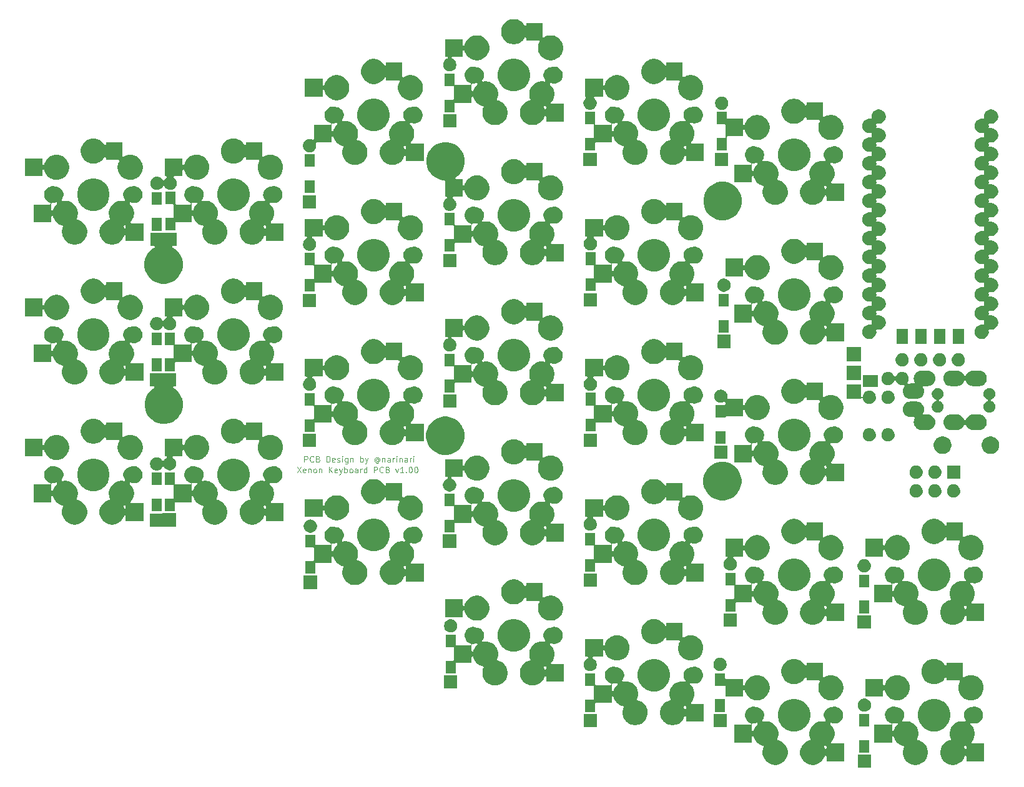
<source format=gts>
G04 #@! TF.GenerationSoftware,KiCad,Pcbnew,5.1.2*
G04 #@! TF.CreationDate,2019-08-11T11:10:40+09:00*
G04 #@! TF.ProjectId,xenon-e,78656e6f-6e2d-4652-9e6b-696361645f70,rev?*
G04 #@! TF.SameCoordinates,Original*
G04 #@! TF.FileFunction,Soldermask,Top*
G04 #@! TF.FilePolarity,Negative*
%FSLAX46Y46*%
G04 Gerber Fmt 4.6, Leading zero omitted, Abs format (unit mm)*
G04 Created by KiCad (PCBNEW 5.1.2) date 2019-08-11 11:10:40*
%MOMM*%
%LPD*%
G04 APERTURE LIST*
%ADD10C,0.110000*%
%ADD11C,0.100000*%
G04 APERTURE END LIST*
D10*
X120615476Y-94681904D02*
X120615476Y-93881904D01*
X120920238Y-93881904D01*
X120996428Y-93920000D01*
X121034523Y-93958095D01*
X121072619Y-94034285D01*
X121072619Y-94148571D01*
X121034523Y-94224761D01*
X120996428Y-94262857D01*
X120920238Y-94300952D01*
X120615476Y-94300952D01*
X121872619Y-94605714D02*
X121834523Y-94643809D01*
X121720238Y-94681904D01*
X121644047Y-94681904D01*
X121529761Y-94643809D01*
X121453571Y-94567619D01*
X121415476Y-94491428D01*
X121377380Y-94339047D01*
X121377380Y-94224761D01*
X121415476Y-94072380D01*
X121453571Y-93996190D01*
X121529761Y-93920000D01*
X121644047Y-93881904D01*
X121720238Y-93881904D01*
X121834523Y-93920000D01*
X121872619Y-93958095D01*
X122482142Y-94262857D02*
X122596428Y-94300952D01*
X122634523Y-94339047D01*
X122672619Y-94415238D01*
X122672619Y-94529523D01*
X122634523Y-94605714D01*
X122596428Y-94643809D01*
X122520238Y-94681904D01*
X122215476Y-94681904D01*
X122215476Y-93881904D01*
X122482142Y-93881904D01*
X122558333Y-93920000D01*
X122596428Y-93958095D01*
X122634523Y-94034285D01*
X122634523Y-94110476D01*
X122596428Y-94186666D01*
X122558333Y-94224761D01*
X122482142Y-94262857D01*
X122215476Y-94262857D01*
X123625000Y-94681904D02*
X123625000Y-93881904D01*
X123815476Y-93881904D01*
X123929761Y-93920000D01*
X124005952Y-93996190D01*
X124044047Y-94072380D01*
X124082142Y-94224761D01*
X124082142Y-94339047D01*
X124044047Y-94491428D01*
X124005952Y-94567619D01*
X123929761Y-94643809D01*
X123815476Y-94681904D01*
X123625000Y-94681904D01*
X124729761Y-94643809D02*
X124653571Y-94681904D01*
X124501190Y-94681904D01*
X124425000Y-94643809D01*
X124386904Y-94567619D01*
X124386904Y-94262857D01*
X124425000Y-94186666D01*
X124501190Y-94148571D01*
X124653571Y-94148571D01*
X124729761Y-94186666D01*
X124767857Y-94262857D01*
X124767857Y-94339047D01*
X124386904Y-94415238D01*
X125072619Y-94643809D02*
X125148809Y-94681904D01*
X125301190Y-94681904D01*
X125377380Y-94643809D01*
X125415476Y-94567619D01*
X125415476Y-94529523D01*
X125377380Y-94453333D01*
X125301190Y-94415238D01*
X125186904Y-94415238D01*
X125110714Y-94377142D01*
X125072619Y-94300952D01*
X125072619Y-94262857D01*
X125110714Y-94186666D01*
X125186904Y-94148571D01*
X125301190Y-94148571D01*
X125377380Y-94186666D01*
X125758333Y-94681904D02*
X125758333Y-94148571D01*
X125758333Y-93881904D02*
X125720238Y-93920000D01*
X125758333Y-93958095D01*
X125796428Y-93920000D01*
X125758333Y-93881904D01*
X125758333Y-93958095D01*
X126482142Y-94148571D02*
X126482142Y-94796190D01*
X126444047Y-94872380D01*
X126405952Y-94910476D01*
X126329761Y-94948571D01*
X126215476Y-94948571D01*
X126139285Y-94910476D01*
X126482142Y-94643809D02*
X126405952Y-94681904D01*
X126253571Y-94681904D01*
X126177380Y-94643809D01*
X126139285Y-94605714D01*
X126101190Y-94529523D01*
X126101190Y-94300952D01*
X126139285Y-94224761D01*
X126177380Y-94186666D01*
X126253571Y-94148571D01*
X126405952Y-94148571D01*
X126482142Y-94186666D01*
X126863095Y-94148571D02*
X126863095Y-94681904D01*
X126863095Y-94224761D02*
X126901190Y-94186666D01*
X126977380Y-94148571D01*
X127091666Y-94148571D01*
X127167857Y-94186666D01*
X127205952Y-94262857D01*
X127205952Y-94681904D01*
X128196428Y-94681904D02*
X128196428Y-93881904D01*
X128196428Y-94186666D02*
X128272619Y-94148571D01*
X128425000Y-94148571D01*
X128501190Y-94186666D01*
X128539285Y-94224761D01*
X128577380Y-94300952D01*
X128577380Y-94529523D01*
X128539285Y-94605714D01*
X128501190Y-94643809D01*
X128425000Y-94681904D01*
X128272619Y-94681904D01*
X128196428Y-94643809D01*
X128844047Y-94148571D02*
X129034523Y-94681904D01*
X129225000Y-94148571D02*
X129034523Y-94681904D01*
X128958333Y-94872380D01*
X128920238Y-94910476D01*
X128844047Y-94948571D01*
X130634523Y-94300952D02*
X130596428Y-94262857D01*
X130520238Y-94224761D01*
X130444047Y-94224761D01*
X130367857Y-94262857D01*
X130329761Y-94300952D01*
X130291666Y-94377142D01*
X130291666Y-94453333D01*
X130329761Y-94529523D01*
X130367857Y-94567619D01*
X130444047Y-94605714D01*
X130520238Y-94605714D01*
X130596428Y-94567619D01*
X130634523Y-94529523D01*
X130634523Y-94224761D02*
X130634523Y-94529523D01*
X130672619Y-94567619D01*
X130710714Y-94567619D01*
X130786904Y-94529523D01*
X130825000Y-94453333D01*
X130825000Y-94262857D01*
X130748809Y-94148571D01*
X130634523Y-94072380D01*
X130482142Y-94034285D01*
X130329761Y-94072380D01*
X130215476Y-94148571D01*
X130139285Y-94262857D01*
X130101190Y-94415238D01*
X130139285Y-94567619D01*
X130215476Y-94681904D01*
X130329761Y-94758095D01*
X130482142Y-94796190D01*
X130634523Y-94758095D01*
X130748809Y-94681904D01*
X131167857Y-94148571D02*
X131167857Y-94681904D01*
X131167857Y-94224761D02*
X131205952Y-94186666D01*
X131282142Y-94148571D01*
X131396428Y-94148571D01*
X131472619Y-94186666D01*
X131510714Y-94262857D01*
X131510714Y-94681904D01*
X132234523Y-94681904D02*
X132234523Y-94262857D01*
X132196428Y-94186666D01*
X132120238Y-94148571D01*
X131967857Y-94148571D01*
X131891666Y-94186666D01*
X132234523Y-94643809D02*
X132158333Y-94681904D01*
X131967857Y-94681904D01*
X131891666Y-94643809D01*
X131853571Y-94567619D01*
X131853571Y-94491428D01*
X131891666Y-94415238D01*
X131967857Y-94377142D01*
X132158333Y-94377142D01*
X132234523Y-94339047D01*
X132615476Y-94681904D02*
X132615476Y-94148571D01*
X132615476Y-94300952D02*
X132653571Y-94224761D01*
X132691666Y-94186666D01*
X132767857Y-94148571D01*
X132844047Y-94148571D01*
X133110714Y-94681904D02*
X133110714Y-94148571D01*
X133110714Y-93881904D02*
X133072619Y-93920000D01*
X133110714Y-93958095D01*
X133148809Y-93920000D01*
X133110714Y-93881904D01*
X133110714Y-93958095D01*
X133491666Y-94148571D02*
X133491666Y-94681904D01*
X133491666Y-94224761D02*
X133529761Y-94186666D01*
X133605952Y-94148571D01*
X133720238Y-94148571D01*
X133796428Y-94186666D01*
X133834523Y-94262857D01*
X133834523Y-94681904D01*
X134558333Y-94681904D02*
X134558333Y-94262857D01*
X134520238Y-94186666D01*
X134444047Y-94148571D01*
X134291666Y-94148571D01*
X134215476Y-94186666D01*
X134558333Y-94643809D02*
X134482142Y-94681904D01*
X134291666Y-94681904D01*
X134215476Y-94643809D01*
X134177380Y-94567619D01*
X134177380Y-94491428D01*
X134215476Y-94415238D01*
X134291666Y-94377142D01*
X134482142Y-94377142D01*
X134558333Y-94339047D01*
X134939285Y-94681904D02*
X134939285Y-94148571D01*
X134939285Y-94300952D02*
X134977380Y-94224761D01*
X135015476Y-94186666D01*
X135091666Y-94148571D01*
X135167857Y-94148571D01*
X135434523Y-94681904D02*
X135434523Y-94148571D01*
X135434523Y-93881904D02*
X135396428Y-93920000D01*
X135434523Y-93958095D01*
X135472619Y-93920000D01*
X135434523Y-93881904D01*
X135434523Y-93958095D01*
X119634523Y-95331904D02*
X120167857Y-96131904D01*
X120167857Y-95331904D02*
X119634523Y-96131904D01*
X120777380Y-96093809D02*
X120701190Y-96131904D01*
X120548809Y-96131904D01*
X120472619Y-96093809D01*
X120434523Y-96017619D01*
X120434523Y-95712857D01*
X120472619Y-95636666D01*
X120548809Y-95598571D01*
X120701190Y-95598571D01*
X120777380Y-95636666D01*
X120815476Y-95712857D01*
X120815476Y-95789047D01*
X120434523Y-95865238D01*
X121158333Y-95598571D02*
X121158333Y-96131904D01*
X121158333Y-95674761D02*
X121196428Y-95636666D01*
X121272619Y-95598571D01*
X121386904Y-95598571D01*
X121463095Y-95636666D01*
X121501190Y-95712857D01*
X121501190Y-96131904D01*
X121996428Y-96131904D02*
X121920238Y-96093809D01*
X121882142Y-96055714D01*
X121844047Y-95979523D01*
X121844047Y-95750952D01*
X121882142Y-95674761D01*
X121920238Y-95636666D01*
X121996428Y-95598571D01*
X122110714Y-95598571D01*
X122186904Y-95636666D01*
X122225000Y-95674761D01*
X122263095Y-95750952D01*
X122263095Y-95979523D01*
X122225000Y-96055714D01*
X122186904Y-96093809D01*
X122110714Y-96131904D01*
X121996428Y-96131904D01*
X122605952Y-95598571D02*
X122605952Y-96131904D01*
X122605952Y-95674761D02*
X122644047Y-95636666D01*
X122720238Y-95598571D01*
X122834523Y-95598571D01*
X122910714Y-95636666D01*
X122948809Y-95712857D01*
X122948809Y-96131904D01*
X123939285Y-96131904D02*
X123939285Y-95331904D01*
X124396428Y-96131904D02*
X124053571Y-95674761D01*
X124396428Y-95331904D02*
X123939285Y-95789047D01*
X125044047Y-96093809D02*
X124967857Y-96131904D01*
X124815476Y-96131904D01*
X124739285Y-96093809D01*
X124701190Y-96017619D01*
X124701190Y-95712857D01*
X124739285Y-95636666D01*
X124815476Y-95598571D01*
X124967857Y-95598571D01*
X125044047Y-95636666D01*
X125082142Y-95712857D01*
X125082142Y-95789047D01*
X124701190Y-95865238D01*
X125348809Y-95598571D02*
X125539285Y-96131904D01*
X125729761Y-95598571D02*
X125539285Y-96131904D01*
X125463095Y-96322380D01*
X125425000Y-96360476D01*
X125348809Y-96398571D01*
X126034523Y-96131904D02*
X126034523Y-95331904D01*
X126034523Y-95636666D02*
X126110714Y-95598571D01*
X126263095Y-95598571D01*
X126339285Y-95636666D01*
X126377380Y-95674761D01*
X126415476Y-95750952D01*
X126415476Y-95979523D01*
X126377380Y-96055714D01*
X126339285Y-96093809D01*
X126263095Y-96131904D01*
X126110714Y-96131904D01*
X126034523Y-96093809D01*
X126872619Y-96131904D02*
X126796428Y-96093809D01*
X126758333Y-96055714D01*
X126720238Y-95979523D01*
X126720238Y-95750952D01*
X126758333Y-95674761D01*
X126796428Y-95636666D01*
X126872619Y-95598571D01*
X126986904Y-95598571D01*
X127063095Y-95636666D01*
X127101190Y-95674761D01*
X127139285Y-95750952D01*
X127139285Y-95979523D01*
X127101190Y-96055714D01*
X127063095Y-96093809D01*
X126986904Y-96131904D01*
X126872619Y-96131904D01*
X127825000Y-96131904D02*
X127825000Y-95712857D01*
X127786904Y-95636666D01*
X127710714Y-95598571D01*
X127558333Y-95598571D01*
X127482142Y-95636666D01*
X127825000Y-96093809D02*
X127748809Y-96131904D01*
X127558333Y-96131904D01*
X127482142Y-96093809D01*
X127444047Y-96017619D01*
X127444047Y-95941428D01*
X127482142Y-95865238D01*
X127558333Y-95827142D01*
X127748809Y-95827142D01*
X127825000Y-95789047D01*
X128205952Y-96131904D02*
X128205952Y-95598571D01*
X128205952Y-95750952D02*
X128244047Y-95674761D01*
X128282142Y-95636666D01*
X128358333Y-95598571D01*
X128434523Y-95598571D01*
X129044047Y-96131904D02*
X129044047Y-95331904D01*
X129044047Y-96093809D02*
X128967857Y-96131904D01*
X128815476Y-96131904D01*
X128739285Y-96093809D01*
X128701190Y-96055714D01*
X128663095Y-95979523D01*
X128663095Y-95750952D01*
X128701190Y-95674761D01*
X128739285Y-95636666D01*
X128815476Y-95598571D01*
X128967857Y-95598571D01*
X129044047Y-95636666D01*
X130034523Y-96131904D02*
X130034523Y-95331904D01*
X130339285Y-95331904D01*
X130415476Y-95370000D01*
X130453571Y-95408095D01*
X130491666Y-95484285D01*
X130491666Y-95598571D01*
X130453571Y-95674761D01*
X130415476Y-95712857D01*
X130339285Y-95750952D01*
X130034523Y-95750952D01*
X131291666Y-96055714D02*
X131253571Y-96093809D01*
X131139285Y-96131904D01*
X131063095Y-96131904D01*
X130948809Y-96093809D01*
X130872619Y-96017619D01*
X130834523Y-95941428D01*
X130796428Y-95789047D01*
X130796428Y-95674761D01*
X130834523Y-95522380D01*
X130872619Y-95446190D01*
X130948809Y-95370000D01*
X131063095Y-95331904D01*
X131139285Y-95331904D01*
X131253571Y-95370000D01*
X131291666Y-95408095D01*
X131901190Y-95712857D02*
X132015476Y-95750952D01*
X132053571Y-95789047D01*
X132091666Y-95865238D01*
X132091666Y-95979523D01*
X132053571Y-96055714D01*
X132015476Y-96093809D01*
X131939285Y-96131904D01*
X131634523Y-96131904D01*
X131634523Y-95331904D01*
X131901190Y-95331904D01*
X131977380Y-95370000D01*
X132015476Y-95408095D01*
X132053571Y-95484285D01*
X132053571Y-95560476D01*
X132015476Y-95636666D01*
X131977380Y-95674761D01*
X131901190Y-95712857D01*
X131634523Y-95712857D01*
X132967857Y-95598571D02*
X133158333Y-96131904D01*
X133348809Y-95598571D01*
X134072619Y-96131904D02*
X133615476Y-96131904D01*
X133844047Y-96131904D02*
X133844047Y-95331904D01*
X133767857Y-95446190D01*
X133691666Y-95522380D01*
X133615476Y-95560476D01*
X134415476Y-96055714D02*
X134453571Y-96093809D01*
X134415476Y-96131904D01*
X134377380Y-96093809D01*
X134415476Y-96055714D01*
X134415476Y-96131904D01*
X134948809Y-95331904D02*
X135025000Y-95331904D01*
X135101190Y-95370000D01*
X135139285Y-95408095D01*
X135177380Y-95484285D01*
X135215476Y-95636666D01*
X135215476Y-95827142D01*
X135177380Y-95979523D01*
X135139285Y-96055714D01*
X135101190Y-96093809D01*
X135025000Y-96131904D01*
X134948809Y-96131904D01*
X134872619Y-96093809D01*
X134834523Y-96055714D01*
X134796428Y-95979523D01*
X134758333Y-95827142D01*
X134758333Y-95636666D01*
X134796428Y-95484285D01*
X134834523Y-95408095D01*
X134872619Y-95370000D01*
X134948809Y-95331904D01*
X135710714Y-95331904D02*
X135786904Y-95331904D01*
X135863095Y-95370000D01*
X135901190Y-95408095D01*
X135939285Y-95484285D01*
X135977380Y-95636666D01*
X135977380Y-95827142D01*
X135939285Y-95979523D01*
X135901190Y-96055714D01*
X135863095Y-96093809D01*
X135786904Y-96131904D01*
X135710714Y-96131904D01*
X135634523Y-96093809D01*
X135596428Y-96055714D01*
X135558333Y-95979523D01*
X135520238Y-95827142D01*
X135520238Y-95636666D01*
X135558333Y-95484285D01*
X135596428Y-95408095D01*
X135634523Y-95370000D01*
X135710714Y-95331904D01*
D11*
G36*
X197448500Y-136178500D02*
G01*
X195651500Y-136178500D01*
X195651500Y-134381500D01*
X197448500Y-134381500D01*
X197448500Y-136178500D01*
X197448500Y-136178500D01*
G37*
G36*
X211630288Y-127853386D02*
G01*
X211835443Y-127894194D01*
X212044729Y-127980884D01*
X212233082Y-128106737D01*
X212393263Y-128266918D01*
X212454312Y-128358285D01*
X212519117Y-128455273D01*
X212519518Y-128456241D01*
X212605806Y-128664557D01*
X212605806Y-128664559D01*
X212650000Y-128886734D01*
X212650000Y-129113266D01*
X212641429Y-129156355D01*
X212605806Y-129335443D01*
X212519116Y-129544729D01*
X212393263Y-129733082D01*
X212233082Y-129893263D01*
X212044729Y-130019116D01*
X211835443Y-130105806D01*
X211730839Y-130126613D01*
X211613266Y-130150000D01*
X211386734Y-130150000D01*
X211269161Y-130126613D01*
X211164557Y-130105806D01*
X211088598Y-130074342D01*
X211065151Y-130067230D01*
X211040765Y-130064828D01*
X211016379Y-130067230D01*
X210992930Y-130074343D01*
X210971319Y-130085894D01*
X210952377Y-130101439D01*
X210936832Y-130120381D01*
X210925281Y-130141992D01*
X210918168Y-130165441D01*
X210915766Y-130189827D01*
X210918168Y-130214213D01*
X210925281Y-130237662D01*
X210936832Y-130259273D01*
X210952368Y-130278204D01*
X211130477Y-130456313D01*
X211316521Y-130734748D01*
X211444670Y-131044128D01*
X211510000Y-131372565D01*
X211510000Y-131707435D01*
X211444670Y-132035872D01*
X211316521Y-132345252D01*
X211130477Y-132623687D01*
X211087540Y-132666624D01*
X211072004Y-132685555D01*
X211060453Y-132707166D01*
X211053340Y-132730615D01*
X211050938Y-132755001D01*
X211053340Y-132779387D01*
X211060453Y-132802836D01*
X211072004Y-132824447D01*
X211087549Y-132843389D01*
X211106491Y-132858934D01*
X211128102Y-132870485D01*
X211151551Y-132877598D01*
X211175937Y-132880000D01*
X212800000Y-132880000D01*
X212800000Y-135280000D01*
X210400000Y-135280000D01*
X210400000Y-134660288D01*
X210397598Y-134635902D01*
X210390485Y-134612453D01*
X210378934Y-134590842D01*
X210363389Y-134571900D01*
X210344447Y-134556355D01*
X210322836Y-134544804D01*
X210299387Y-134537691D01*
X210275001Y-134535289D01*
X210250615Y-134537691D01*
X210227166Y-134544804D01*
X210205555Y-134556355D01*
X210186613Y-134571900D01*
X210171068Y-134590842D01*
X210159520Y-134612447D01*
X210046521Y-134885252D01*
X209860477Y-135163687D01*
X209623687Y-135400477D01*
X209345252Y-135586521D01*
X209035872Y-135714670D01*
X208871654Y-135747335D01*
X208707437Y-135780000D01*
X208372563Y-135780000D01*
X208208346Y-135747335D01*
X208044128Y-135714670D01*
X207734748Y-135586521D01*
X207456313Y-135400477D01*
X207219523Y-135163687D01*
X207033479Y-134885252D01*
X206905330Y-134575872D01*
X206840000Y-134247435D01*
X206840000Y-133912565D01*
X206905330Y-133584128D01*
X207013561Y-133322833D01*
X210076736Y-133322833D01*
X210079138Y-133347219D01*
X210086249Y-133370660D01*
X210159520Y-133547553D01*
X210171068Y-133569158D01*
X210186613Y-133588100D01*
X210205555Y-133603645D01*
X210227166Y-133615196D01*
X210250615Y-133622309D01*
X210275001Y-133624711D01*
X210299387Y-133622309D01*
X210322836Y-133615196D01*
X210344447Y-133603645D01*
X210363389Y-133588100D01*
X210378934Y-133569158D01*
X210390485Y-133547547D01*
X210397598Y-133524098D01*
X210400000Y-133499712D01*
X210400000Y-133308258D01*
X210397598Y-133283872D01*
X210390485Y-133260423D01*
X210378934Y-133238812D01*
X210363389Y-133219870D01*
X210344447Y-133204325D01*
X210322836Y-133192774D01*
X210299387Y-133185661D01*
X210275001Y-133183259D01*
X210250619Y-133185661D01*
X210185386Y-133198636D01*
X210177348Y-133200235D01*
X210153899Y-133207348D01*
X210132289Y-133218900D01*
X210113347Y-133234445D01*
X210097802Y-133253387D01*
X210086251Y-133274998D01*
X210079138Y-133298447D01*
X210076736Y-133322833D01*
X207013561Y-133322833D01*
X207033479Y-133274748D01*
X207219523Y-132996313D01*
X207456313Y-132759523D01*
X207734748Y-132573479D01*
X208044128Y-132445330D01*
X208172651Y-132419765D01*
X208196100Y-132412652D01*
X208217711Y-132401101D01*
X208236653Y-132385555D01*
X208252198Y-132366613D01*
X208263749Y-132345003D01*
X208270862Y-132321554D01*
X208273264Y-132297168D01*
X208270862Y-132272781D01*
X208263751Y-132249340D01*
X208175330Y-132035872D01*
X208110000Y-131707435D01*
X208110000Y-131372565D01*
X208175330Y-131044128D01*
X208303479Y-130734748D01*
X208489523Y-130456313D01*
X208726313Y-130219523D01*
X209004748Y-130033479D01*
X209314128Y-129905330D01*
X209511200Y-129866130D01*
X209642563Y-129840000D01*
X209977437Y-129840000D01*
X210144561Y-129873243D01*
X210168947Y-129875645D01*
X210193333Y-129873243D01*
X210216782Y-129866130D01*
X210238393Y-129854579D01*
X210257335Y-129839034D01*
X210272880Y-129820092D01*
X210284431Y-129798481D01*
X210291544Y-129775032D01*
X210293946Y-129750646D01*
X210291544Y-129726260D01*
X210284431Y-129702811D01*
X210272880Y-129681200D01*
X210269973Y-129677657D01*
X210264417Y-129669342D01*
X210264411Y-129669336D01*
X210149502Y-129497362D01*
X210070350Y-129306274D01*
X210030000Y-129103416D01*
X210030000Y-128896584D01*
X210070350Y-128693726D01*
X210149502Y-128502638D01*
X210264411Y-128330664D01*
X210410664Y-128184411D01*
X210582638Y-128069502D01*
X210773726Y-127990350D01*
X210951313Y-127955027D01*
X210976583Y-127950000D01*
X211004967Y-127950000D01*
X211029353Y-127947598D01*
X211052802Y-127940485D01*
X211164557Y-127894194D01*
X211369712Y-127853386D01*
X211386734Y-127850000D01*
X211613266Y-127850000D01*
X211630288Y-127853386D01*
X211630288Y-127853386D01*
G37*
G36*
X181630288Y-127853386D02*
G01*
X181835443Y-127894194D01*
X181947198Y-127940485D01*
X181970647Y-127947598D01*
X181995033Y-127950000D01*
X182023417Y-127950000D01*
X182048687Y-127955027D01*
X182226274Y-127990350D01*
X182417362Y-128069502D01*
X182589336Y-128184411D01*
X182735589Y-128330664D01*
X182850498Y-128502638D01*
X182929650Y-128693726D01*
X182970000Y-128896584D01*
X182970000Y-129103416D01*
X182929650Y-129306274D01*
X182850498Y-129497362D01*
X182735589Y-129669336D01*
X182735583Y-129669342D01*
X182730027Y-129677657D01*
X182727120Y-129681200D01*
X182715569Y-129702811D01*
X182708456Y-129726260D01*
X182706054Y-129750646D01*
X182708456Y-129775032D01*
X182715569Y-129798481D01*
X182727120Y-129820092D01*
X182742665Y-129839034D01*
X182761607Y-129854579D01*
X182783218Y-129866130D01*
X182806667Y-129873243D01*
X182831053Y-129875645D01*
X182855439Y-129873243D01*
X183022563Y-129840000D01*
X183357437Y-129840000D01*
X183488800Y-129866130D01*
X183685872Y-129905330D01*
X183995252Y-130033479D01*
X184273687Y-130219523D01*
X184510477Y-130456313D01*
X184696521Y-130734748D01*
X184824670Y-131044128D01*
X184890000Y-131372565D01*
X184890000Y-131707435D01*
X184824670Y-132035872D01*
X184736249Y-132249340D01*
X184729138Y-132272782D01*
X184726736Y-132297168D01*
X184729138Y-132321554D01*
X184736251Y-132345003D01*
X184747802Y-132366614D01*
X184763347Y-132385556D01*
X184782289Y-132401101D01*
X184803900Y-132412652D01*
X184827349Y-132419765D01*
X184955872Y-132445330D01*
X185265252Y-132573479D01*
X185543687Y-132759523D01*
X185780477Y-132996313D01*
X185966521Y-133274748D01*
X186094670Y-133584128D01*
X186160000Y-133912565D01*
X186160000Y-134247435D01*
X186094670Y-134575872D01*
X185966521Y-134885252D01*
X185780477Y-135163687D01*
X185543687Y-135400477D01*
X185265252Y-135586521D01*
X184955872Y-135714670D01*
X184791654Y-135747335D01*
X184627437Y-135780000D01*
X184292563Y-135780000D01*
X184128346Y-135747335D01*
X183964128Y-135714670D01*
X183654748Y-135586521D01*
X183376313Y-135400477D01*
X183139523Y-135163687D01*
X182953479Y-134885252D01*
X182825330Y-134575872D01*
X182760000Y-134247435D01*
X182760000Y-133912565D01*
X182825330Y-133584128D01*
X182913751Y-133370660D01*
X182920862Y-133347218D01*
X182923264Y-133322832D01*
X182920862Y-133298446D01*
X182913749Y-133274997D01*
X182902198Y-133253386D01*
X182886653Y-133234444D01*
X182867711Y-133218899D01*
X182846100Y-133207348D01*
X182822652Y-133200235D01*
X182749384Y-133185661D01*
X182694128Y-133174670D01*
X182384748Y-133046521D01*
X182106313Y-132860477D01*
X181869523Y-132623687D01*
X181683479Y-132345252D01*
X181555330Y-132035872D01*
X181547595Y-131996986D01*
X181540483Y-131973540D01*
X181528932Y-131951929D01*
X181513387Y-131932987D01*
X181494445Y-131917442D01*
X181472834Y-131905891D01*
X181449385Y-131898778D01*
X181424999Y-131896376D01*
X181400613Y-131898778D01*
X181377164Y-131905891D01*
X181355553Y-131917442D01*
X181336611Y-131932987D01*
X181321066Y-131951929D01*
X181309515Y-131973540D01*
X181302402Y-131996989D01*
X181300000Y-132021375D01*
X181300000Y-132740000D01*
X178900000Y-132740000D01*
X178900000Y-130340000D01*
X181101541Y-130340000D01*
X181125927Y-130337598D01*
X181149376Y-130330485D01*
X181170987Y-130318934D01*
X181189929Y-130303389D01*
X181205474Y-130284447D01*
X181210523Y-130274999D01*
X181300000Y-130274999D01*
X181300000Y-131058625D01*
X181302402Y-131083011D01*
X181309515Y-131106460D01*
X181321066Y-131128071D01*
X181336611Y-131147013D01*
X181355553Y-131162558D01*
X181377164Y-131174109D01*
X181400613Y-131181222D01*
X181424999Y-131183624D01*
X181449385Y-131181222D01*
X181472834Y-131174109D01*
X181494445Y-131162558D01*
X181513387Y-131147013D01*
X181528932Y-131128071D01*
X181540483Y-131106460D01*
X181547596Y-131083011D01*
X181555330Y-131044128D01*
X181683479Y-130734748D01*
X181869523Y-130456313D01*
X182047632Y-130278204D01*
X182063168Y-130259273D01*
X182074719Y-130237662D01*
X182081832Y-130214213D01*
X182084234Y-130189827D01*
X182081832Y-130165441D01*
X182074719Y-130141992D01*
X182063168Y-130120381D01*
X182047623Y-130101439D01*
X182028681Y-130085894D01*
X182007070Y-130074343D01*
X181983621Y-130067230D01*
X181959235Y-130064828D01*
X181934849Y-130067230D01*
X181911402Y-130074342D01*
X181835443Y-130105806D01*
X181730839Y-130126613D01*
X181613266Y-130150000D01*
X181424999Y-130150000D01*
X181400613Y-130152402D01*
X181377164Y-130159515D01*
X181355553Y-130171066D01*
X181336611Y-130186611D01*
X181321066Y-130205553D01*
X181309515Y-130227164D01*
X181302402Y-130250613D01*
X181300000Y-130274999D01*
X181210523Y-130274999D01*
X181217025Y-130262836D01*
X181224138Y-130239387D01*
X181226540Y-130215001D01*
X181224138Y-130190615D01*
X181217025Y-130167166D01*
X181205474Y-130145555D01*
X181189929Y-130126613D01*
X181170987Y-130111068D01*
X181149382Y-130099520D01*
X180955271Y-130019116D01*
X180766918Y-129893263D01*
X180606737Y-129733082D01*
X180480884Y-129544729D01*
X180394194Y-129335443D01*
X180358571Y-129156355D01*
X180350000Y-129113266D01*
X180350000Y-128886734D01*
X180394194Y-128664559D01*
X180394194Y-128664557D01*
X180480482Y-128456241D01*
X180480883Y-128455273D01*
X180545688Y-128358285D01*
X180606737Y-128266918D01*
X180766918Y-128106737D01*
X180955271Y-127980884D01*
X181164557Y-127894194D01*
X181369712Y-127853386D01*
X181386734Y-127850000D01*
X181613266Y-127850000D01*
X181630288Y-127853386D01*
X181630288Y-127853386D01*
G37*
G36*
X200630288Y-127853386D02*
G01*
X200835443Y-127894194D01*
X200947198Y-127940485D01*
X200970647Y-127947598D01*
X200995033Y-127950000D01*
X201023417Y-127950000D01*
X201048687Y-127955027D01*
X201226274Y-127990350D01*
X201417362Y-128069502D01*
X201589336Y-128184411D01*
X201735589Y-128330664D01*
X201850498Y-128502638D01*
X201929650Y-128693726D01*
X201970000Y-128896584D01*
X201970000Y-129103416D01*
X201929650Y-129306274D01*
X201850498Y-129497362D01*
X201735589Y-129669336D01*
X201735583Y-129669342D01*
X201730027Y-129677657D01*
X201727120Y-129681200D01*
X201715569Y-129702811D01*
X201708456Y-129726260D01*
X201706054Y-129750646D01*
X201708456Y-129775032D01*
X201715569Y-129798481D01*
X201727120Y-129820092D01*
X201742665Y-129839034D01*
X201761607Y-129854579D01*
X201783218Y-129866130D01*
X201806667Y-129873243D01*
X201831053Y-129875645D01*
X201855439Y-129873243D01*
X202022563Y-129840000D01*
X202357437Y-129840000D01*
X202488800Y-129866130D01*
X202685872Y-129905330D01*
X202995252Y-130033479D01*
X203273687Y-130219523D01*
X203510477Y-130456313D01*
X203696521Y-130734748D01*
X203824670Y-131044128D01*
X203890000Y-131372565D01*
X203890000Y-131707435D01*
X203824670Y-132035872D01*
X203736249Y-132249340D01*
X203729138Y-132272782D01*
X203726736Y-132297168D01*
X203729138Y-132321554D01*
X203736251Y-132345003D01*
X203747802Y-132366614D01*
X203763347Y-132385556D01*
X203782289Y-132401101D01*
X203803900Y-132412652D01*
X203827349Y-132419765D01*
X203955872Y-132445330D01*
X204265252Y-132573479D01*
X204543687Y-132759523D01*
X204780477Y-132996313D01*
X204966521Y-133274748D01*
X205094670Y-133584128D01*
X205160000Y-133912565D01*
X205160000Y-134247435D01*
X205094670Y-134575872D01*
X204966521Y-134885252D01*
X204780477Y-135163687D01*
X204543687Y-135400477D01*
X204265252Y-135586521D01*
X203955872Y-135714670D01*
X203791654Y-135747335D01*
X203627437Y-135780000D01*
X203292563Y-135780000D01*
X203128346Y-135747335D01*
X202964128Y-135714670D01*
X202654748Y-135586521D01*
X202376313Y-135400477D01*
X202139523Y-135163687D01*
X201953479Y-134885252D01*
X201825330Y-134575872D01*
X201760000Y-134247435D01*
X201760000Y-133912565D01*
X201825330Y-133584128D01*
X201913751Y-133370660D01*
X201920862Y-133347218D01*
X201923264Y-133322832D01*
X201920862Y-133298446D01*
X201913749Y-133274997D01*
X201902198Y-133253386D01*
X201886653Y-133234444D01*
X201867711Y-133218899D01*
X201846100Y-133207348D01*
X201822652Y-133200235D01*
X201749384Y-133185661D01*
X201694128Y-133174670D01*
X201384748Y-133046521D01*
X201106313Y-132860477D01*
X200869523Y-132623687D01*
X200683479Y-132345252D01*
X200555330Y-132035872D01*
X200547595Y-131996986D01*
X200540483Y-131973540D01*
X200528932Y-131951929D01*
X200513387Y-131932987D01*
X200494445Y-131917442D01*
X200472834Y-131905891D01*
X200449385Y-131898778D01*
X200424999Y-131896376D01*
X200400613Y-131898778D01*
X200377164Y-131905891D01*
X200355553Y-131917442D01*
X200336611Y-131932987D01*
X200321066Y-131951929D01*
X200309515Y-131973540D01*
X200302402Y-131996989D01*
X200300000Y-132021375D01*
X200300000Y-132740000D01*
X197900000Y-132740000D01*
X197900000Y-130340000D01*
X200101541Y-130340000D01*
X200125927Y-130337598D01*
X200149376Y-130330485D01*
X200170987Y-130318934D01*
X200189929Y-130303389D01*
X200205474Y-130284447D01*
X200210523Y-130274999D01*
X200300000Y-130274999D01*
X200300000Y-131058625D01*
X200302402Y-131083011D01*
X200309515Y-131106460D01*
X200321066Y-131128071D01*
X200336611Y-131147013D01*
X200355553Y-131162558D01*
X200377164Y-131174109D01*
X200400613Y-131181222D01*
X200424999Y-131183624D01*
X200449385Y-131181222D01*
X200472834Y-131174109D01*
X200494445Y-131162558D01*
X200513387Y-131147013D01*
X200528932Y-131128071D01*
X200540483Y-131106460D01*
X200547596Y-131083011D01*
X200555330Y-131044128D01*
X200683479Y-130734748D01*
X200869523Y-130456313D01*
X201047632Y-130278204D01*
X201063168Y-130259273D01*
X201074719Y-130237662D01*
X201081832Y-130214213D01*
X201084234Y-130189827D01*
X201081832Y-130165441D01*
X201074719Y-130141992D01*
X201063168Y-130120381D01*
X201047623Y-130101439D01*
X201028681Y-130085894D01*
X201007070Y-130074343D01*
X200983621Y-130067230D01*
X200959235Y-130064828D01*
X200934849Y-130067230D01*
X200911402Y-130074342D01*
X200835443Y-130105806D01*
X200730839Y-130126613D01*
X200613266Y-130150000D01*
X200424999Y-130150000D01*
X200400613Y-130152402D01*
X200377164Y-130159515D01*
X200355553Y-130171066D01*
X200336611Y-130186611D01*
X200321066Y-130205553D01*
X200309515Y-130227164D01*
X200302402Y-130250613D01*
X200300000Y-130274999D01*
X200210523Y-130274999D01*
X200217025Y-130262836D01*
X200224138Y-130239387D01*
X200226540Y-130215001D01*
X200224138Y-130190615D01*
X200217025Y-130167166D01*
X200205474Y-130145555D01*
X200189929Y-130126613D01*
X200170987Y-130111068D01*
X200149382Y-130099520D01*
X199955271Y-130019116D01*
X199766918Y-129893263D01*
X199606737Y-129733082D01*
X199480884Y-129544729D01*
X199394194Y-129335443D01*
X199358571Y-129156355D01*
X199350000Y-129113266D01*
X199350000Y-128886734D01*
X199394194Y-128664559D01*
X199394194Y-128664557D01*
X199480482Y-128456241D01*
X199480883Y-128455273D01*
X199545688Y-128358285D01*
X199606737Y-128266918D01*
X199766918Y-128106737D01*
X199955271Y-127980884D01*
X200164557Y-127894194D01*
X200369712Y-127853386D01*
X200386734Y-127850000D01*
X200613266Y-127850000D01*
X200630288Y-127853386D01*
X200630288Y-127853386D01*
G37*
G36*
X192630288Y-127853386D02*
G01*
X192835443Y-127894194D01*
X193044729Y-127980884D01*
X193233082Y-128106737D01*
X193393263Y-128266918D01*
X193454312Y-128358285D01*
X193519117Y-128455273D01*
X193519518Y-128456241D01*
X193605806Y-128664557D01*
X193605806Y-128664559D01*
X193650000Y-128886734D01*
X193650000Y-129113266D01*
X193641429Y-129156355D01*
X193605806Y-129335443D01*
X193519116Y-129544729D01*
X193393263Y-129733082D01*
X193233082Y-129893263D01*
X193044729Y-130019116D01*
X192835443Y-130105806D01*
X192730839Y-130126613D01*
X192613266Y-130150000D01*
X192386734Y-130150000D01*
X192269161Y-130126613D01*
X192164557Y-130105806D01*
X192088598Y-130074342D01*
X192065151Y-130067230D01*
X192040765Y-130064828D01*
X192016379Y-130067230D01*
X191992930Y-130074343D01*
X191971319Y-130085894D01*
X191952377Y-130101439D01*
X191936832Y-130120381D01*
X191925281Y-130141992D01*
X191918168Y-130165441D01*
X191915766Y-130189827D01*
X191918168Y-130214213D01*
X191925281Y-130237662D01*
X191936832Y-130259273D01*
X191952368Y-130278204D01*
X192130477Y-130456313D01*
X192316521Y-130734748D01*
X192444670Y-131044128D01*
X192510000Y-131372565D01*
X192510000Y-131707435D01*
X192444670Y-132035872D01*
X192316521Y-132345252D01*
X192130477Y-132623687D01*
X192087540Y-132666624D01*
X192072004Y-132685555D01*
X192060453Y-132707166D01*
X192053340Y-132730615D01*
X192050938Y-132755001D01*
X192053340Y-132779387D01*
X192060453Y-132802836D01*
X192072004Y-132824447D01*
X192087549Y-132843389D01*
X192106491Y-132858934D01*
X192128102Y-132870485D01*
X192151551Y-132877598D01*
X192175937Y-132880000D01*
X193800000Y-132880000D01*
X193800000Y-135280000D01*
X191400000Y-135280000D01*
X191400000Y-134660288D01*
X191397598Y-134635902D01*
X191390485Y-134612453D01*
X191378934Y-134590842D01*
X191363389Y-134571900D01*
X191344447Y-134556355D01*
X191322836Y-134544804D01*
X191299387Y-134537691D01*
X191275001Y-134535289D01*
X191250615Y-134537691D01*
X191227166Y-134544804D01*
X191205555Y-134556355D01*
X191186613Y-134571900D01*
X191171068Y-134590842D01*
X191159520Y-134612447D01*
X191046521Y-134885252D01*
X190860477Y-135163687D01*
X190623687Y-135400477D01*
X190345252Y-135586521D01*
X190035872Y-135714670D01*
X189871654Y-135747335D01*
X189707437Y-135780000D01*
X189372563Y-135780000D01*
X189208346Y-135747335D01*
X189044128Y-135714670D01*
X188734748Y-135586521D01*
X188456313Y-135400477D01*
X188219523Y-135163687D01*
X188033479Y-134885252D01*
X187905330Y-134575872D01*
X187840000Y-134247435D01*
X187840000Y-133912565D01*
X187905330Y-133584128D01*
X188013561Y-133322833D01*
X191076736Y-133322833D01*
X191079138Y-133347219D01*
X191086249Y-133370660D01*
X191159520Y-133547553D01*
X191171068Y-133569158D01*
X191186613Y-133588100D01*
X191205555Y-133603645D01*
X191227166Y-133615196D01*
X191250615Y-133622309D01*
X191275001Y-133624711D01*
X191299387Y-133622309D01*
X191322836Y-133615196D01*
X191344447Y-133603645D01*
X191363389Y-133588100D01*
X191378934Y-133569158D01*
X191390485Y-133547547D01*
X191397598Y-133524098D01*
X191400000Y-133499712D01*
X191400000Y-133308258D01*
X191397598Y-133283872D01*
X191390485Y-133260423D01*
X191378934Y-133238812D01*
X191363389Y-133219870D01*
X191344447Y-133204325D01*
X191322836Y-133192774D01*
X191299387Y-133185661D01*
X191275001Y-133183259D01*
X191250619Y-133185661D01*
X191185386Y-133198636D01*
X191177348Y-133200235D01*
X191153899Y-133207348D01*
X191132289Y-133218900D01*
X191113347Y-133234445D01*
X191097802Y-133253387D01*
X191086251Y-133274998D01*
X191079138Y-133298447D01*
X191076736Y-133322833D01*
X188013561Y-133322833D01*
X188033479Y-133274748D01*
X188219523Y-132996313D01*
X188456313Y-132759523D01*
X188734748Y-132573479D01*
X189044128Y-132445330D01*
X189172651Y-132419765D01*
X189196100Y-132412652D01*
X189217711Y-132401101D01*
X189236653Y-132385555D01*
X189252198Y-132366613D01*
X189263749Y-132345003D01*
X189270862Y-132321554D01*
X189273264Y-132297168D01*
X189270862Y-132272781D01*
X189263751Y-132249340D01*
X189175330Y-132035872D01*
X189110000Y-131707435D01*
X189110000Y-131372565D01*
X189175330Y-131044128D01*
X189303479Y-130734748D01*
X189489523Y-130456313D01*
X189726313Y-130219523D01*
X190004748Y-130033479D01*
X190314128Y-129905330D01*
X190511200Y-129866130D01*
X190642563Y-129840000D01*
X190977437Y-129840000D01*
X191144561Y-129873243D01*
X191168947Y-129875645D01*
X191193333Y-129873243D01*
X191216782Y-129866130D01*
X191238393Y-129854579D01*
X191257335Y-129839034D01*
X191272880Y-129820092D01*
X191284431Y-129798481D01*
X191291544Y-129775032D01*
X191293946Y-129750646D01*
X191291544Y-129726260D01*
X191284431Y-129702811D01*
X191272880Y-129681200D01*
X191269973Y-129677657D01*
X191264417Y-129669342D01*
X191264411Y-129669336D01*
X191149502Y-129497362D01*
X191070350Y-129306274D01*
X191030000Y-129103416D01*
X191030000Y-128896584D01*
X191070350Y-128693726D01*
X191149502Y-128502638D01*
X191264411Y-128330664D01*
X191410664Y-128184411D01*
X191582638Y-128069502D01*
X191773726Y-127990350D01*
X191951313Y-127955027D01*
X191976583Y-127950000D01*
X192004967Y-127950000D01*
X192029353Y-127947598D01*
X192052802Y-127940485D01*
X192164557Y-127894194D01*
X192369712Y-127853386D01*
X192386734Y-127850000D01*
X192613266Y-127850000D01*
X192630288Y-127853386D01*
X192630288Y-127853386D01*
G37*
G36*
X197225000Y-134095000D02*
G01*
X195875000Y-134095000D01*
X195875000Y-132395000D01*
X197225000Y-132395000D01*
X197225000Y-134095000D01*
X197225000Y-134095000D01*
G37*
G36*
X206641715Y-126884544D02*
G01*
X207042089Y-127050384D01*
X207042091Y-127050385D01*
X207402418Y-127291148D01*
X207708852Y-127597582D01*
X207937973Y-127940485D01*
X207949616Y-127957911D01*
X208115456Y-128358285D01*
X208200000Y-128783318D01*
X208200000Y-129216682D01*
X208115456Y-129641715D01*
X207959132Y-130019116D01*
X207949615Y-130042091D01*
X207708852Y-130402418D01*
X207402418Y-130708852D01*
X207042091Y-130949615D01*
X207042090Y-130949616D01*
X207042089Y-130949616D01*
X206641715Y-131115456D01*
X206216682Y-131200000D01*
X205783318Y-131200000D01*
X205358285Y-131115456D01*
X204957911Y-130949616D01*
X204957910Y-130949616D01*
X204957909Y-130949615D01*
X204597582Y-130708852D01*
X204291148Y-130402418D01*
X204050385Y-130042091D01*
X204040868Y-130019116D01*
X203884544Y-129641715D01*
X203800000Y-129216682D01*
X203800000Y-128783318D01*
X203884544Y-128358285D01*
X204050384Y-127957911D01*
X204062028Y-127940485D01*
X204291148Y-127597582D01*
X204597582Y-127291148D01*
X204957909Y-127050385D01*
X204957911Y-127050384D01*
X205358285Y-126884544D01*
X205783318Y-126800000D01*
X206216682Y-126800000D01*
X206641715Y-126884544D01*
X206641715Y-126884544D01*
G37*
G36*
X187641715Y-126884544D02*
G01*
X188042089Y-127050384D01*
X188042091Y-127050385D01*
X188402418Y-127291148D01*
X188708852Y-127597582D01*
X188937973Y-127940485D01*
X188949616Y-127957911D01*
X189115456Y-128358285D01*
X189200000Y-128783318D01*
X189200000Y-129216682D01*
X189115456Y-129641715D01*
X188959132Y-130019116D01*
X188949615Y-130042091D01*
X188708852Y-130402418D01*
X188402418Y-130708852D01*
X188042091Y-130949615D01*
X188042090Y-130949616D01*
X188042089Y-130949616D01*
X187641715Y-131115456D01*
X187216682Y-131200000D01*
X186783318Y-131200000D01*
X186358285Y-131115456D01*
X185957911Y-130949616D01*
X185957910Y-130949616D01*
X185957909Y-130949615D01*
X185597582Y-130708852D01*
X185291148Y-130402418D01*
X185050385Y-130042091D01*
X185040868Y-130019116D01*
X184884544Y-129641715D01*
X184800000Y-129216682D01*
X184800000Y-128783318D01*
X184884544Y-128358285D01*
X185050384Y-127957911D01*
X185062028Y-127940485D01*
X185291148Y-127597582D01*
X185597582Y-127291148D01*
X185957909Y-127050385D01*
X185957911Y-127050384D01*
X186358285Y-126884544D01*
X186783318Y-126800000D01*
X187216682Y-126800000D01*
X187641715Y-126884544D01*
X187641715Y-126884544D01*
G37*
G36*
X160273500Y-130678500D02*
G01*
X158476500Y-130678500D01*
X158476500Y-128881500D01*
X160273500Y-128881500D01*
X160273500Y-130678500D01*
X160273500Y-130678500D01*
G37*
G36*
X177873500Y-130653500D02*
G01*
X176076500Y-130653500D01*
X176076500Y-128856500D01*
X177873500Y-128856500D01*
X177873500Y-130653500D01*
X177873500Y-130653500D01*
G37*
G36*
X197225000Y-130545000D02*
G01*
X195875000Y-130545000D01*
X195875000Y-128845000D01*
X197225000Y-128845000D01*
X197225000Y-130545000D01*
X197225000Y-130545000D01*
G37*
G36*
X173630288Y-122453386D02*
G01*
X173835443Y-122494194D01*
X174044729Y-122580884D01*
X174233082Y-122706737D01*
X174393263Y-122866918D01*
X174519116Y-123055271D01*
X174605806Y-123264557D01*
X174611608Y-123293726D01*
X174650000Y-123486734D01*
X174650000Y-123713266D01*
X174641429Y-123756355D01*
X174605806Y-123935443D01*
X174519116Y-124144729D01*
X174393263Y-124333082D01*
X174233082Y-124493263D01*
X174044729Y-124619116D01*
X173835443Y-124705806D01*
X173730839Y-124726613D01*
X173613266Y-124750000D01*
X173386734Y-124750000D01*
X173269161Y-124726613D01*
X173164557Y-124705806D01*
X173088598Y-124674342D01*
X173065151Y-124667230D01*
X173040765Y-124664828D01*
X173016379Y-124667230D01*
X172992930Y-124674343D01*
X172971319Y-124685894D01*
X172952377Y-124701439D01*
X172936832Y-124720381D01*
X172925281Y-124741992D01*
X172918168Y-124765441D01*
X172915766Y-124789827D01*
X172918168Y-124814213D01*
X172925281Y-124837662D01*
X172936832Y-124859273D01*
X172952368Y-124878204D01*
X173130477Y-125056313D01*
X173316521Y-125334748D01*
X173444670Y-125644128D01*
X173510000Y-125972565D01*
X173510000Y-126307435D01*
X173444670Y-126635872D01*
X173316521Y-126945252D01*
X173130477Y-127223687D01*
X173087540Y-127266624D01*
X173072004Y-127285555D01*
X173060453Y-127307166D01*
X173053340Y-127330615D01*
X173050938Y-127355001D01*
X173053340Y-127379387D01*
X173060453Y-127402836D01*
X173072004Y-127424447D01*
X173087549Y-127443389D01*
X173106491Y-127458934D01*
X173128102Y-127470485D01*
X173151551Y-127477598D01*
X173175937Y-127480000D01*
X174800000Y-127480000D01*
X174800000Y-129880000D01*
X172400000Y-129880000D01*
X172400000Y-129260288D01*
X172397598Y-129235902D01*
X172390485Y-129212453D01*
X172378934Y-129190842D01*
X172363389Y-129171900D01*
X172344447Y-129156355D01*
X172322836Y-129144804D01*
X172299387Y-129137691D01*
X172275001Y-129135289D01*
X172250615Y-129137691D01*
X172227166Y-129144804D01*
X172205555Y-129156355D01*
X172186613Y-129171900D01*
X172171068Y-129190842D01*
X172159520Y-129212447D01*
X172046521Y-129485252D01*
X171860477Y-129763687D01*
X171623687Y-130000477D01*
X171345252Y-130186521D01*
X171035872Y-130314670D01*
X170908529Y-130340000D01*
X170707437Y-130380000D01*
X170372563Y-130380000D01*
X170171471Y-130340000D01*
X170044128Y-130314670D01*
X169734748Y-130186521D01*
X169456313Y-130000477D01*
X169219523Y-129763687D01*
X169033479Y-129485252D01*
X168905330Y-129175872D01*
X168840000Y-128847435D01*
X168840000Y-128512565D01*
X168841975Y-128502638D01*
X168897258Y-128224711D01*
X168905330Y-128184128D01*
X169013561Y-127922833D01*
X172076736Y-127922833D01*
X172079138Y-127947219D01*
X172086249Y-127970660D01*
X172159520Y-128147553D01*
X172171068Y-128169158D01*
X172186613Y-128188100D01*
X172205555Y-128203645D01*
X172227166Y-128215196D01*
X172250615Y-128222309D01*
X172275001Y-128224711D01*
X172299387Y-128222309D01*
X172322836Y-128215196D01*
X172344447Y-128203645D01*
X172363389Y-128188100D01*
X172378934Y-128169158D01*
X172390485Y-128147547D01*
X172397598Y-128124098D01*
X172400000Y-128099712D01*
X172400000Y-127908258D01*
X172397598Y-127883872D01*
X172390485Y-127860423D01*
X172378934Y-127838812D01*
X172363389Y-127819870D01*
X172344447Y-127804325D01*
X172322836Y-127792774D01*
X172299387Y-127785661D01*
X172275001Y-127783259D01*
X172250619Y-127785661D01*
X172185386Y-127798636D01*
X172177348Y-127800235D01*
X172153899Y-127807348D01*
X172132289Y-127818900D01*
X172113347Y-127834445D01*
X172097802Y-127853387D01*
X172086251Y-127874998D01*
X172079138Y-127898447D01*
X172076736Y-127922833D01*
X169013561Y-127922833D01*
X169033479Y-127874748D01*
X169219523Y-127596313D01*
X169456313Y-127359523D01*
X169734748Y-127173479D01*
X170044128Y-127045330D01*
X170172651Y-127019765D01*
X170196100Y-127012652D01*
X170217711Y-127001101D01*
X170236653Y-126985555D01*
X170252198Y-126966613D01*
X170263749Y-126945003D01*
X170270862Y-126921554D01*
X170273264Y-126897168D01*
X170270862Y-126872781D01*
X170263751Y-126849340D01*
X170175330Y-126635872D01*
X170110000Y-126307435D01*
X170110000Y-125972565D01*
X170175330Y-125644128D01*
X170303479Y-125334748D01*
X170489523Y-125056313D01*
X170726313Y-124819523D01*
X171004748Y-124633479D01*
X171314128Y-124505330D01*
X171511200Y-124466130D01*
X171642563Y-124440000D01*
X171977437Y-124440000D01*
X172144561Y-124473243D01*
X172168947Y-124475645D01*
X172193333Y-124473243D01*
X172216782Y-124466130D01*
X172238393Y-124454579D01*
X172257335Y-124439034D01*
X172272880Y-124420092D01*
X172284431Y-124398481D01*
X172291544Y-124375032D01*
X172293946Y-124350646D01*
X172291544Y-124326260D01*
X172284431Y-124302811D01*
X172272880Y-124281200D01*
X172269973Y-124277657D01*
X172264417Y-124269342D01*
X172264411Y-124269336D01*
X172149502Y-124097362D01*
X172070350Y-123906274D01*
X172030000Y-123703416D01*
X172030000Y-123496584D01*
X172070350Y-123293726D01*
X172149502Y-123102638D01*
X172264411Y-122930664D01*
X172410664Y-122784411D01*
X172582638Y-122669502D01*
X172773726Y-122590350D01*
X172951313Y-122555027D01*
X172976583Y-122550000D01*
X173004967Y-122550000D01*
X173029353Y-122547598D01*
X173052802Y-122540485D01*
X173164557Y-122494194D01*
X173369712Y-122453386D01*
X173386734Y-122450000D01*
X173613266Y-122450000D01*
X173630288Y-122453386D01*
X173630288Y-122453386D01*
G37*
G36*
X162630288Y-122453386D02*
G01*
X162835443Y-122494194D01*
X162947198Y-122540485D01*
X162970647Y-122547598D01*
X162995033Y-122550000D01*
X163023417Y-122550000D01*
X163048687Y-122555027D01*
X163226274Y-122590350D01*
X163417362Y-122669502D01*
X163589336Y-122784411D01*
X163735589Y-122930664D01*
X163850498Y-123102638D01*
X163929650Y-123293726D01*
X163970000Y-123496584D01*
X163970000Y-123703416D01*
X163929650Y-123906274D01*
X163850498Y-124097362D01*
X163735589Y-124269336D01*
X163735583Y-124269342D01*
X163730027Y-124277657D01*
X163727120Y-124281200D01*
X163715569Y-124302811D01*
X163708456Y-124326260D01*
X163706054Y-124350646D01*
X163708456Y-124375032D01*
X163715569Y-124398481D01*
X163727120Y-124420092D01*
X163742665Y-124439034D01*
X163761607Y-124454579D01*
X163783218Y-124466130D01*
X163806667Y-124473243D01*
X163831053Y-124475645D01*
X163855439Y-124473243D01*
X164022563Y-124440000D01*
X164357437Y-124440000D01*
X164488800Y-124466130D01*
X164685872Y-124505330D01*
X164995252Y-124633479D01*
X165273687Y-124819523D01*
X165510477Y-125056313D01*
X165696521Y-125334748D01*
X165824670Y-125644128D01*
X165890000Y-125972565D01*
X165890000Y-126307435D01*
X165824670Y-126635872D01*
X165736249Y-126849340D01*
X165729138Y-126872782D01*
X165726736Y-126897168D01*
X165729138Y-126921554D01*
X165736251Y-126945003D01*
X165747802Y-126966614D01*
X165763347Y-126985556D01*
X165782289Y-127001101D01*
X165803900Y-127012652D01*
X165827349Y-127019765D01*
X165955872Y-127045330D01*
X166265252Y-127173479D01*
X166543687Y-127359523D01*
X166780477Y-127596313D01*
X166966521Y-127874748D01*
X167094670Y-128184128D01*
X167102742Y-128224711D01*
X167158026Y-128502638D01*
X167160000Y-128512565D01*
X167160000Y-128847435D01*
X167094670Y-129175872D01*
X166966521Y-129485252D01*
X166780477Y-129763687D01*
X166543687Y-130000477D01*
X166265252Y-130186521D01*
X165955872Y-130314670D01*
X165828529Y-130340000D01*
X165627437Y-130380000D01*
X165292563Y-130380000D01*
X165091471Y-130340000D01*
X164964128Y-130314670D01*
X164654748Y-130186521D01*
X164376313Y-130000477D01*
X164139523Y-129763687D01*
X163953479Y-129485252D01*
X163825330Y-129175872D01*
X163760000Y-128847435D01*
X163760000Y-128512565D01*
X163761975Y-128502638D01*
X163817258Y-128224711D01*
X163825330Y-128184128D01*
X163913751Y-127970660D01*
X163920862Y-127947218D01*
X163923264Y-127922832D01*
X163920862Y-127898446D01*
X163913749Y-127874997D01*
X163902198Y-127853386D01*
X163886653Y-127834444D01*
X163867711Y-127818899D01*
X163846100Y-127807348D01*
X163822652Y-127800235D01*
X163749384Y-127785661D01*
X163694128Y-127774670D01*
X163384748Y-127646521D01*
X163106313Y-127460477D01*
X162869523Y-127223687D01*
X162683479Y-126945252D01*
X162555330Y-126635872D01*
X162547595Y-126596986D01*
X162540483Y-126573540D01*
X162528932Y-126551929D01*
X162513387Y-126532987D01*
X162494445Y-126517442D01*
X162472834Y-126505891D01*
X162449385Y-126498778D01*
X162424999Y-126496376D01*
X162400613Y-126498778D01*
X162377164Y-126505891D01*
X162355553Y-126517442D01*
X162336611Y-126532987D01*
X162321066Y-126551929D01*
X162309515Y-126573540D01*
X162302402Y-126596989D01*
X162300000Y-126621375D01*
X162300000Y-127340000D01*
X160174999Y-127340000D01*
X160150613Y-127342402D01*
X160127164Y-127349515D01*
X160105553Y-127361066D01*
X160086611Y-127376611D01*
X160071066Y-127395553D01*
X160059515Y-127417164D01*
X160052402Y-127440613D01*
X160050000Y-127464999D01*
X160050000Y-128595000D01*
X158700000Y-128595000D01*
X158700000Y-126895000D01*
X159775001Y-126895000D01*
X159799387Y-126892598D01*
X159822836Y-126885485D01*
X159844447Y-126873934D01*
X159863389Y-126858389D01*
X159878934Y-126839447D01*
X159890485Y-126817836D01*
X159897598Y-126794387D01*
X159900000Y-126770001D01*
X159900000Y-125169999D01*
X159897598Y-125145613D01*
X159890485Y-125122164D01*
X159878934Y-125100553D01*
X159863389Y-125081611D01*
X159844447Y-125066066D01*
X159822836Y-125054515D01*
X159799387Y-125047402D01*
X159775001Y-125045000D01*
X158700000Y-125045000D01*
X158700000Y-123345000D01*
X160050000Y-123345000D01*
X160050000Y-124815001D01*
X160052402Y-124839387D01*
X160059515Y-124862836D01*
X160071066Y-124884447D01*
X160086611Y-124903389D01*
X160105553Y-124918934D01*
X160127164Y-124930485D01*
X160150613Y-124937598D01*
X160174999Y-124940000D01*
X162101541Y-124940000D01*
X162125927Y-124937598D01*
X162149376Y-124930485D01*
X162170987Y-124918934D01*
X162189929Y-124903389D01*
X162205474Y-124884447D01*
X162210523Y-124874999D01*
X162300000Y-124874999D01*
X162300000Y-125658625D01*
X162302402Y-125683011D01*
X162309515Y-125706460D01*
X162321066Y-125728071D01*
X162336611Y-125747013D01*
X162355553Y-125762558D01*
X162377164Y-125774109D01*
X162400613Y-125781222D01*
X162424999Y-125783624D01*
X162449385Y-125781222D01*
X162472834Y-125774109D01*
X162494445Y-125762558D01*
X162513387Y-125747013D01*
X162528932Y-125728071D01*
X162540483Y-125706460D01*
X162547596Y-125683011D01*
X162555330Y-125644128D01*
X162683479Y-125334748D01*
X162869523Y-125056313D01*
X163047632Y-124878204D01*
X163063168Y-124859273D01*
X163074719Y-124837662D01*
X163081832Y-124814213D01*
X163084234Y-124789827D01*
X163081832Y-124765441D01*
X163074719Y-124741992D01*
X163063168Y-124720381D01*
X163047623Y-124701439D01*
X163028681Y-124685894D01*
X163007070Y-124674343D01*
X162983621Y-124667230D01*
X162959235Y-124664828D01*
X162934849Y-124667230D01*
X162911402Y-124674342D01*
X162835443Y-124705806D01*
X162730839Y-124726613D01*
X162613266Y-124750000D01*
X162424999Y-124750000D01*
X162400613Y-124752402D01*
X162377164Y-124759515D01*
X162355553Y-124771066D01*
X162336611Y-124786611D01*
X162321066Y-124805553D01*
X162309515Y-124827164D01*
X162302402Y-124850613D01*
X162300000Y-124874999D01*
X162210523Y-124874999D01*
X162217025Y-124862836D01*
X162224138Y-124839387D01*
X162226540Y-124815001D01*
X162224138Y-124790615D01*
X162217025Y-124767166D01*
X162205474Y-124745555D01*
X162189929Y-124726613D01*
X162170987Y-124711068D01*
X162149382Y-124699520D01*
X161955271Y-124619116D01*
X161766918Y-124493263D01*
X161606737Y-124333082D01*
X161480884Y-124144729D01*
X161394194Y-123935443D01*
X161358571Y-123756355D01*
X161350000Y-123713266D01*
X161350000Y-123486734D01*
X161388392Y-123293726D01*
X161394194Y-123264557D01*
X161480884Y-123055271D01*
X161606737Y-122866918D01*
X161766918Y-122706737D01*
X161955271Y-122580884D01*
X162164557Y-122494194D01*
X162369712Y-122453386D01*
X162386734Y-122450000D01*
X162613266Y-122450000D01*
X162630288Y-122453386D01*
X162630288Y-122453386D01*
G37*
G36*
X177650000Y-128570000D02*
G01*
X176300000Y-128570000D01*
X176300000Y-126870000D01*
X177650000Y-126870000D01*
X177650000Y-128570000D01*
X177650000Y-128570000D01*
G37*
G36*
X196754220Y-126784519D02*
G01*
X196812083Y-126796029D01*
X196864729Y-126817836D01*
X196962633Y-126858389D01*
X196975599Y-126863760D01*
X197122760Y-126962090D01*
X197247910Y-127087240D01*
X197346240Y-127234401D01*
X197412992Y-127395553D01*
X197413971Y-127397918D01*
X197448500Y-127571504D01*
X197448500Y-127748496D01*
X197426236Y-127860423D01*
X197413971Y-127922083D01*
X197346240Y-128085599D01*
X197247910Y-128232760D01*
X197122760Y-128357910D01*
X196975599Y-128456240D01*
X196812083Y-128523971D01*
X196754220Y-128535481D01*
X196638496Y-128558500D01*
X196461504Y-128558500D01*
X196345780Y-128535481D01*
X196287917Y-128523971D01*
X196124401Y-128456240D01*
X195977240Y-128357910D01*
X195852090Y-128232760D01*
X195753760Y-128085599D01*
X195686029Y-127922083D01*
X195673764Y-127860423D01*
X195651500Y-127748496D01*
X195651500Y-127571504D01*
X195686029Y-127397918D01*
X195687009Y-127395553D01*
X195753760Y-127234401D01*
X195852090Y-127087240D01*
X195977240Y-126962090D01*
X196124401Y-126863760D01*
X196137368Y-126858389D01*
X196235271Y-126817836D01*
X196287917Y-126796029D01*
X196345780Y-126784519D01*
X196461504Y-126761500D01*
X196638496Y-126761500D01*
X196754220Y-126784519D01*
X196754220Y-126784519D01*
G37*
G36*
X201325797Y-123631500D02*
G01*
X201495872Y-123665330D01*
X201805252Y-123793479D01*
X202083687Y-123979523D01*
X202320477Y-124216313D01*
X202506521Y-124494748D01*
X202634670Y-124804128D01*
X202665135Y-124957286D01*
X202700000Y-125132563D01*
X202700000Y-125467437D01*
X202683653Y-125549616D01*
X202634670Y-125795872D01*
X202506521Y-126105252D01*
X202320477Y-126383687D01*
X202083687Y-126620477D01*
X201805252Y-126806521D01*
X201495872Y-126934670D01*
X201358027Y-126962089D01*
X201167437Y-127000000D01*
X200832563Y-127000000D01*
X200641973Y-126962089D01*
X200504128Y-126934670D01*
X200194748Y-126806521D01*
X199916313Y-126620477D01*
X199679523Y-126383687D01*
X199493479Y-126105252D01*
X199365330Y-125795872D01*
X199347595Y-125706714D01*
X199340483Y-125683267D01*
X199328932Y-125661656D01*
X199313387Y-125642714D01*
X199294445Y-125627169D01*
X199272834Y-125615618D01*
X199249385Y-125608505D01*
X199224999Y-125606103D01*
X199200613Y-125608505D01*
X199177164Y-125615618D01*
X199155553Y-125627169D01*
X199136611Y-125642714D01*
X199121066Y-125661656D01*
X199109515Y-125683267D01*
X199102402Y-125706716D01*
X199100000Y-125731102D01*
X199100000Y-126500000D01*
X196700000Y-126500000D01*
X196700000Y-124100000D01*
X199100000Y-124100000D01*
X199100000Y-124868898D01*
X199102402Y-124893284D01*
X199109515Y-124916733D01*
X199121066Y-124938344D01*
X199136611Y-124957286D01*
X199155553Y-124972831D01*
X199177164Y-124984382D01*
X199200613Y-124991495D01*
X199224999Y-124993897D01*
X199249385Y-124991495D01*
X199272834Y-124984382D01*
X199294445Y-124972831D01*
X199313387Y-124957286D01*
X199328932Y-124938344D01*
X199340483Y-124916733D01*
X199347596Y-124893284D01*
X199351233Y-124874999D01*
X199365330Y-124804128D01*
X199493479Y-124494748D01*
X199679523Y-124216313D01*
X199916313Y-123979523D01*
X200194748Y-123793479D01*
X200504128Y-123665330D01*
X200674203Y-123631500D01*
X200832563Y-123600000D01*
X201167437Y-123600000D01*
X201325797Y-123631500D01*
X201325797Y-123631500D01*
G37*
G36*
X206331653Y-121432665D02*
G01*
X206495872Y-121465330D01*
X206805252Y-121593479D01*
X207083687Y-121779523D01*
X207320477Y-122016313D01*
X207471076Y-122241701D01*
X207486613Y-122260633D01*
X207505555Y-122276178D01*
X207527166Y-122287729D01*
X207550615Y-122294842D01*
X207575001Y-122297244D01*
X207599387Y-122294842D01*
X207622836Y-122287729D01*
X207644447Y-122276178D01*
X207663389Y-122260633D01*
X207678934Y-122241691D01*
X207690485Y-122220080D01*
X207697598Y-122196631D01*
X207700000Y-122172245D01*
X207700000Y-121900000D01*
X209900000Y-121900000D01*
X209900000Y-123756567D01*
X209902402Y-123780953D01*
X209909515Y-123804402D01*
X209921066Y-123826013D01*
X209936611Y-123844955D01*
X209955553Y-123860500D01*
X209977164Y-123872051D01*
X210000613Y-123879164D01*
X210024999Y-123881566D01*
X210049385Y-123879164D01*
X210072834Y-123872051D01*
X210094444Y-123860500D01*
X210117709Y-123844955D01*
X210194748Y-123793479D01*
X210504128Y-123665330D01*
X210674203Y-123631500D01*
X210832563Y-123600000D01*
X211167437Y-123600000D01*
X211325797Y-123631500D01*
X211495872Y-123665330D01*
X211805252Y-123793479D01*
X212083687Y-123979523D01*
X212320477Y-124216313D01*
X212506521Y-124494748D01*
X212634670Y-124804128D01*
X212665135Y-124957286D01*
X212700000Y-125132563D01*
X212700000Y-125467437D01*
X212683653Y-125549616D01*
X212634670Y-125795872D01*
X212506521Y-126105252D01*
X212320477Y-126383687D01*
X212083687Y-126620477D01*
X211805252Y-126806521D01*
X211495872Y-126934670D01*
X211358027Y-126962089D01*
X211167437Y-127000000D01*
X210832563Y-127000000D01*
X210641973Y-126962089D01*
X210504128Y-126934670D01*
X210194748Y-126806521D01*
X209916313Y-126620477D01*
X209679523Y-126383687D01*
X209493479Y-126105252D01*
X209365330Y-125795872D01*
X209316347Y-125549616D01*
X209300000Y-125467437D01*
X209300000Y-125132563D01*
X209334865Y-124957286D01*
X209365330Y-124804128D01*
X209493479Y-124494748D01*
X209493685Y-124494440D01*
X209505233Y-124472837D01*
X209512347Y-124449388D01*
X209514749Y-124425002D01*
X209512348Y-124400616D01*
X209505235Y-124377167D01*
X209493685Y-124355556D01*
X209478140Y-124336614D01*
X209459198Y-124321068D01*
X209437588Y-124309516D01*
X209414139Y-124302402D01*
X209389750Y-124300000D01*
X207700000Y-124300000D01*
X207700000Y-124027755D01*
X207697598Y-124003369D01*
X207690485Y-123979920D01*
X207678934Y-123958309D01*
X207663389Y-123939367D01*
X207644447Y-123923822D01*
X207622836Y-123912271D01*
X207599387Y-123905158D01*
X207575001Y-123902756D01*
X207550615Y-123905158D01*
X207527166Y-123912271D01*
X207505555Y-123923822D01*
X207486613Y-123939367D01*
X207471076Y-123958299D01*
X207320477Y-124183687D01*
X207083687Y-124420477D01*
X206805252Y-124606521D01*
X206495872Y-124734670D01*
X206370967Y-124759515D01*
X206167437Y-124800000D01*
X205832563Y-124800000D01*
X205629033Y-124759515D01*
X205504128Y-124734670D01*
X205194748Y-124606521D01*
X204916313Y-124420477D01*
X204679523Y-124183687D01*
X204493479Y-123905252D01*
X204365330Y-123595872D01*
X204323050Y-123383318D01*
X204300000Y-123267437D01*
X204300000Y-122932563D01*
X204341467Y-122724098D01*
X204365330Y-122604128D01*
X204493479Y-122294748D01*
X204679523Y-122016313D01*
X204916313Y-121779523D01*
X205194748Y-121593479D01*
X205504128Y-121465330D01*
X205668347Y-121432665D01*
X205832563Y-121400000D01*
X206167437Y-121400000D01*
X206331653Y-121432665D01*
X206331653Y-121432665D01*
G37*
G36*
X177650000Y-123975001D02*
G01*
X177652402Y-123999387D01*
X177659515Y-124022836D01*
X177671066Y-124044447D01*
X177686611Y-124063389D01*
X177705553Y-124078934D01*
X177727164Y-124090485D01*
X177750613Y-124097598D01*
X177774999Y-124100000D01*
X180100000Y-124100000D01*
X180100000Y-124868898D01*
X180102402Y-124893284D01*
X180109515Y-124916733D01*
X180121066Y-124938344D01*
X180136611Y-124957286D01*
X180155553Y-124972831D01*
X180177164Y-124984382D01*
X180200613Y-124991495D01*
X180224999Y-124993897D01*
X180249385Y-124991495D01*
X180272834Y-124984382D01*
X180294445Y-124972831D01*
X180313387Y-124957286D01*
X180328932Y-124938344D01*
X180340483Y-124916733D01*
X180347596Y-124893284D01*
X180351233Y-124874999D01*
X180365330Y-124804128D01*
X180493479Y-124494748D01*
X180679523Y-124216313D01*
X180916313Y-123979523D01*
X181194748Y-123793479D01*
X181504128Y-123665330D01*
X181674203Y-123631500D01*
X181832563Y-123600000D01*
X182167437Y-123600000D01*
X182325797Y-123631500D01*
X182495872Y-123665330D01*
X182805252Y-123793479D01*
X183083687Y-123979523D01*
X183320477Y-124216313D01*
X183506521Y-124494748D01*
X183634670Y-124804128D01*
X183665135Y-124957286D01*
X183700000Y-125132563D01*
X183700000Y-125467437D01*
X183683653Y-125549616D01*
X183634670Y-125795872D01*
X183506521Y-126105252D01*
X183320477Y-126383687D01*
X183083687Y-126620477D01*
X182805252Y-126806521D01*
X182495872Y-126934670D01*
X182358027Y-126962089D01*
X182167437Y-127000000D01*
X181832563Y-127000000D01*
X181641973Y-126962089D01*
X181504128Y-126934670D01*
X181194748Y-126806521D01*
X180916313Y-126620477D01*
X180679523Y-126383687D01*
X180493479Y-126105252D01*
X180365330Y-125795872D01*
X180347595Y-125706714D01*
X180340483Y-125683267D01*
X180328932Y-125661656D01*
X180313387Y-125642714D01*
X180294445Y-125627169D01*
X180272834Y-125615618D01*
X180249385Y-125608505D01*
X180224999Y-125606103D01*
X180200613Y-125608505D01*
X180177164Y-125615618D01*
X180155553Y-125627169D01*
X180136611Y-125642714D01*
X180121066Y-125661656D01*
X180109515Y-125683267D01*
X180102402Y-125706716D01*
X180100000Y-125731102D01*
X180100000Y-126500000D01*
X177700000Y-126500000D01*
X177700000Y-125144999D01*
X177697598Y-125120613D01*
X177690485Y-125097164D01*
X177678934Y-125075553D01*
X177663389Y-125056611D01*
X177644447Y-125041066D01*
X177622836Y-125029515D01*
X177599387Y-125022402D01*
X177575001Y-125020000D01*
X176300000Y-125020000D01*
X176300000Y-123320000D01*
X177650000Y-123320000D01*
X177650000Y-123975001D01*
X177650000Y-123975001D01*
G37*
G36*
X187331653Y-121432665D02*
G01*
X187495872Y-121465330D01*
X187805252Y-121593479D01*
X188083687Y-121779523D01*
X188320477Y-122016313D01*
X188471076Y-122241701D01*
X188486613Y-122260633D01*
X188505555Y-122276178D01*
X188527166Y-122287729D01*
X188550615Y-122294842D01*
X188575001Y-122297244D01*
X188599387Y-122294842D01*
X188622836Y-122287729D01*
X188644447Y-122276178D01*
X188663389Y-122260633D01*
X188678934Y-122241691D01*
X188690485Y-122220080D01*
X188697598Y-122196631D01*
X188700000Y-122172245D01*
X188700000Y-121900000D01*
X190900000Y-121900000D01*
X190900000Y-123756567D01*
X190902402Y-123780953D01*
X190909515Y-123804402D01*
X190921066Y-123826013D01*
X190936611Y-123844955D01*
X190955553Y-123860500D01*
X190977164Y-123872051D01*
X191000613Y-123879164D01*
X191024999Y-123881566D01*
X191049385Y-123879164D01*
X191072834Y-123872051D01*
X191094444Y-123860500D01*
X191117709Y-123844955D01*
X191194748Y-123793479D01*
X191504128Y-123665330D01*
X191674203Y-123631500D01*
X191832563Y-123600000D01*
X192167437Y-123600000D01*
X192325797Y-123631500D01*
X192495872Y-123665330D01*
X192805252Y-123793479D01*
X193083687Y-123979523D01*
X193320477Y-124216313D01*
X193506521Y-124494748D01*
X193634670Y-124804128D01*
X193665135Y-124957286D01*
X193700000Y-125132563D01*
X193700000Y-125467437D01*
X193683653Y-125549616D01*
X193634670Y-125795872D01*
X193506521Y-126105252D01*
X193320477Y-126383687D01*
X193083687Y-126620477D01*
X192805252Y-126806521D01*
X192495872Y-126934670D01*
X192358027Y-126962089D01*
X192167437Y-127000000D01*
X191832563Y-127000000D01*
X191641973Y-126962089D01*
X191504128Y-126934670D01*
X191194748Y-126806521D01*
X190916313Y-126620477D01*
X190679523Y-126383687D01*
X190493479Y-126105252D01*
X190365330Y-125795872D01*
X190316347Y-125549616D01*
X190300000Y-125467437D01*
X190300000Y-125132563D01*
X190334865Y-124957286D01*
X190365330Y-124804128D01*
X190493479Y-124494748D01*
X190493685Y-124494440D01*
X190505233Y-124472837D01*
X190512347Y-124449388D01*
X190514749Y-124425002D01*
X190512348Y-124400616D01*
X190505235Y-124377167D01*
X190493685Y-124355556D01*
X190478140Y-124336614D01*
X190459198Y-124321068D01*
X190437588Y-124309516D01*
X190414139Y-124302402D01*
X190389750Y-124300000D01*
X188700000Y-124300000D01*
X188700000Y-124027755D01*
X188697598Y-124003369D01*
X188690485Y-123979920D01*
X188678934Y-123958309D01*
X188663389Y-123939367D01*
X188644447Y-123923822D01*
X188622836Y-123912271D01*
X188599387Y-123905158D01*
X188575001Y-123902756D01*
X188550615Y-123905158D01*
X188527166Y-123912271D01*
X188505555Y-123923822D01*
X188486613Y-123939367D01*
X188471076Y-123958299D01*
X188320477Y-124183687D01*
X188083687Y-124420477D01*
X187805252Y-124606521D01*
X187495872Y-124734670D01*
X187370967Y-124759515D01*
X187167437Y-124800000D01*
X186832563Y-124800000D01*
X186629033Y-124759515D01*
X186504128Y-124734670D01*
X186194748Y-124606521D01*
X185916313Y-124420477D01*
X185679523Y-124183687D01*
X185493479Y-123905252D01*
X185365330Y-123595872D01*
X185323050Y-123383318D01*
X185300000Y-123267437D01*
X185300000Y-122932563D01*
X185341467Y-122724098D01*
X185365330Y-122604128D01*
X185493479Y-122294748D01*
X185679523Y-122016313D01*
X185916313Y-121779523D01*
X186194748Y-121593479D01*
X186504128Y-121465330D01*
X186668347Y-121432665D01*
X186832563Y-121400000D01*
X187167437Y-121400000D01*
X187331653Y-121432665D01*
X187331653Y-121432665D01*
G37*
G36*
X168641715Y-121484544D02*
G01*
X169042089Y-121650384D01*
X169042091Y-121650385D01*
X169402418Y-121891148D01*
X169708852Y-122197582D01*
X169937973Y-122540485D01*
X169949616Y-122557911D01*
X170115456Y-122958285D01*
X170200000Y-123383318D01*
X170200000Y-123816682D01*
X170115456Y-124241715D01*
X169959132Y-124619116D01*
X169949615Y-124642091D01*
X169708852Y-125002418D01*
X169402418Y-125308852D01*
X169042091Y-125549615D01*
X169042090Y-125549616D01*
X169042089Y-125549616D01*
X168641715Y-125715456D01*
X168216682Y-125800000D01*
X167783318Y-125800000D01*
X167358285Y-125715456D01*
X166957911Y-125549616D01*
X166957910Y-125549616D01*
X166957909Y-125549615D01*
X166597582Y-125308852D01*
X166291148Y-125002418D01*
X166050385Y-124642091D01*
X166040868Y-124619116D01*
X165884544Y-124241715D01*
X165800000Y-123816682D01*
X165800000Y-123383318D01*
X165884544Y-122958285D01*
X166050384Y-122557911D01*
X166062028Y-122540485D01*
X166291148Y-122197582D01*
X166597582Y-121891148D01*
X166957909Y-121650385D01*
X166957911Y-121650384D01*
X167358285Y-121484544D01*
X167783318Y-121400000D01*
X168216682Y-121400000D01*
X168641715Y-121484544D01*
X168641715Y-121484544D01*
G37*
G36*
X141348500Y-125428500D02*
G01*
X139551500Y-125428500D01*
X139551500Y-123631500D01*
X141348500Y-123631500D01*
X141348500Y-125428500D01*
X141348500Y-125428500D01*
G37*
G36*
X154687324Y-117064731D02*
G01*
X154835443Y-117094194D01*
X155044729Y-117180884D01*
X155233082Y-117306737D01*
X155393263Y-117466918D01*
X155519116Y-117655271D01*
X155605806Y-117864557D01*
X155650000Y-118086735D01*
X155650000Y-118313265D01*
X155605806Y-118535443D01*
X155519116Y-118744729D01*
X155393263Y-118933082D01*
X155233082Y-119093263D01*
X155044729Y-119219116D01*
X154835443Y-119305806D01*
X154730839Y-119326613D01*
X154613266Y-119350000D01*
X154386734Y-119350000D01*
X154269161Y-119326613D01*
X154164557Y-119305806D01*
X154088598Y-119274342D01*
X154065151Y-119267230D01*
X154040765Y-119264828D01*
X154016379Y-119267230D01*
X153992930Y-119274343D01*
X153971319Y-119285894D01*
X153952377Y-119301439D01*
X153936832Y-119320381D01*
X153925281Y-119341992D01*
X153918168Y-119365441D01*
X153915766Y-119389827D01*
X153918168Y-119414213D01*
X153925281Y-119437662D01*
X153936832Y-119459273D01*
X153952368Y-119478204D01*
X154130477Y-119656313D01*
X154316521Y-119934748D01*
X154444670Y-120244128D01*
X154510000Y-120572565D01*
X154510000Y-120907435D01*
X154444670Y-121235872D01*
X154316521Y-121545252D01*
X154130477Y-121823687D01*
X154087540Y-121866624D01*
X154072004Y-121885555D01*
X154060453Y-121907166D01*
X154053340Y-121930615D01*
X154050938Y-121955001D01*
X154053340Y-121979387D01*
X154060453Y-122002836D01*
X154072004Y-122024447D01*
X154087549Y-122043389D01*
X154106491Y-122058934D01*
X154128102Y-122070485D01*
X154151551Y-122077598D01*
X154175937Y-122080000D01*
X155800000Y-122080000D01*
X155800000Y-124480000D01*
X153400000Y-124480000D01*
X153400000Y-123860288D01*
X153397598Y-123835902D01*
X153390485Y-123812453D01*
X153378934Y-123790842D01*
X153363389Y-123771900D01*
X153344447Y-123756355D01*
X153322836Y-123744804D01*
X153299387Y-123737691D01*
X153275001Y-123735289D01*
X153250615Y-123737691D01*
X153227166Y-123744804D01*
X153205555Y-123756355D01*
X153186613Y-123771900D01*
X153171068Y-123790842D01*
X153159520Y-123812447D01*
X153046521Y-124085252D01*
X152860477Y-124363687D01*
X152623687Y-124600477D01*
X152345252Y-124786521D01*
X152035872Y-124914670D01*
X151916854Y-124938344D01*
X151707437Y-124980000D01*
X151372563Y-124980000D01*
X151163146Y-124938344D01*
X151044128Y-124914670D01*
X150734748Y-124786521D01*
X150456313Y-124600477D01*
X150219523Y-124363687D01*
X150033479Y-124085252D01*
X149905330Y-123775872D01*
X149840000Y-123447435D01*
X149840000Y-123112565D01*
X149841975Y-123102638D01*
X149875805Y-122932563D01*
X149905330Y-122784128D01*
X150013561Y-122522833D01*
X153076736Y-122522833D01*
X153079138Y-122547219D01*
X153086249Y-122570660D01*
X153159520Y-122747553D01*
X153171068Y-122769158D01*
X153186613Y-122788100D01*
X153205555Y-122803645D01*
X153227166Y-122815196D01*
X153250615Y-122822309D01*
X153275001Y-122824711D01*
X153299387Y-122822309D01*
X153322836Y-122815196D01*
X153344447Y-122803645D01*
X153363389Y-122788100D01*
X153378934Y-122769158D01*
X153390485Y-122747547D01*
X153397598Y-122724098D01*
X153400000Y-122699712D01*
X153400000Y-122508258D01*
X153397598Y-122483872D01*
X153390485Y-122460423D01*
X153378934Y-122438812D01*
X153363389Y-122419870D01*
X153344447Y-122404325D01*
X153322836Y-122392774D01*
X153299387Y-122385661D01*
X153275001Y-122383259D01*
X153250619Y-122385661D01*
X153193199Y-122397082D01*
X153177348Y-122400235D01*
X153153899Y-122407348D01*
X153132289Y-122418900D01*
X153113347Y-122434445D01*
X153097802Y-122453387D01*
X153086251Y-122474998D01*
X153079138Y-122498447D01*
X153076736Y-122522833D01*
X150013561Y-122522833D01*
X150033479Y-122474748D01*
X150219523Y-122196313D01*
X150456313Y-121959523D01*
X150734748Y-121773479D01*
X151044128Y-121645330D01*
X151172651Y-121619765D01*
X151196100Y-121612652D01*
X151217711Y-121601101D01*
X151236653Y-121585555D01*
X151252198Y-121566613D01*
X151263749Y-121545003D01*
X151270862Y-121521554D01*
X151273264Y-121497168D01*
X151270862Y-121472781D01*
X151263751Y-121449340D01*
X151175330Y-121235872D01*
X151110000Y-120907435D01*
X151110000Y-120572565D01*
X151175330Y-120244128D01*
X151303479Y-119934748D01*
X151489523Y-119656313D01*
X151726313Y-119419523D01*
X152004748Y-119233479D01*
X152314128Y-119105330D01*
X152511200Y-119066130D01*
X152642563Y-119040000D01*
X152977437Y-119040000D01*
X153144561Y-119073243D01*
X153168947Y-119075645D01*
X153193333Y-119073243D01*
X153216782Y-119066130D01*
X153238393Y-119054579D01*
X153257335Y-119039034D01*
X153272880Y-119020092D01*
X153284431Y-118998481D01*
X153291544Y-118975032D01*
X153293946Y-118950646D01*
X153291544Y-118926260D01*
X153284431Y-118902811D01*
X153272880Y-118881200D01*
X153269973Y-118877657D01*
X153264417Y-118869342D01*
X153264411Y-118869336D01*
X153149502Y-118697362D01*
X153070350Y-118506274D01*
X153030000Y-118303416D01*
X153030000Y-118096584D01*
X153070350Y-117893726D01*
X153149502Y-117702638D01*
X153264411Y-117530664D01*
X153410664Y-117384411D01*
X153582638Y-117269502D01*
X153773726Y-117190350D01*
X153951313Y-117155027D01*
X153976583Y-117150000D01*
X154004967Y-117150000D01*
X154029353Y-117147598D01*
X154052802Y-117140485D01*
X154164557Y-117094194D01*
X154312676Y-117064731D01*
X154386734Y-117050000D01*
X154613266Y-117050000D01*
X154687324Y-117064731D01*
X154687324Y-117064731D01*
G37*
G36*
X143687324Y-117064731D02*
G01*
X143835443Y-117094194D01*
X143947198Y-117140485D01*
X143970647Y-117147598D01*
X143995033Y-117150000D01*
X144023417Y-117150000D01*
X144048687Y-117155027D01*
X144226274Y-117190350D01*
X144417362Y-117269502D01*
X144589336Y-117384411D01*
X144735589Y-117530664D01*
X144850498Y-117702638D01*
X144929650Y-117893726D01*
X144970000Y-118096584D01*
X144970000Y-118303416D01*
X144929650Y-118506274D01*
X144850498Y-118697362D01*
X144735589Y-118869336D01*
X144735583Y-118869342D01*
X144730027Y-118877657D01*
X144727120Y-118881200D01*
X144715569Y-118902811D01*
X144708456Y-118926260D01*
X144706054Y-118950646D01*
X144708456Y-118975032D01*
X144715569Y-118998481D01*
X144727120Y-119020092D01*
X144742665Y-119039034D01*
X144761607Y-119054579D01*
X144783218Y-119066130D01*
X144806667Y-119073243D01*
X144831053Y-119075645D01*
X144855439Y-119073243D01*
X145022563Y-119040000D01*
X145357437Y-119040000D01*
X145488800Y-119066130D01*
X145685872Y-119105330D01*
X145995252Y-119233479D01*
X146273687Y-119419523D01*
X146510477Y-119656313D01*
X146696521Y-119934748D01*
X146824670Y-120244128D01*
X146890000Y-120572565D01*
X146890000Y-120907435D01*
X146824670Y-121235872D01*
X146736249Y-121449340D01*
X146729138Y-121472782D01*
X146726736Y-121497168D01*
X146729138Y-121521554D01*
X146736251Y-121545003D01*
X146747802Y-121566614D01*
X146763347Y-121585556D01*
X146782289Y-121601101D01*
X146803900Y-121612652D01*
X146827349Y-121619765D01*
X146955872Y-121645330D01*
X147265252Y-121773479D01*
X147543687Y-121959523D01*
X147780477Y-122196313D01*
X147966521Y-122474748D01*
X148094670Y-122784128D01*
X148124195Y-122932563D01*
X148158026Y-123102638D01*
X148160000Y-123112565D01*
X148160000Y-123447435D01*
X148094670Y-123775872D01*
X147966521Y-124085252D01*
X147780477Y-124363687D01*
X147543687Y-124600477D01*
X147265252Y-124786521D01*
X146955872Y-124914670D01*
X146836854Y-124938344D01*
X146627437Y-124980000D01*
X146292563Y-124980000D01*
X146083146Y-124938344D01*
X145964128Y-124914670D01*
X145654748Y-124786521D01*
X145376313Y-124600477D01*
X145139523Y-124363687D01*
X144953479Y-124085252D01*
X144825330Y-123775872D01*
X144760000Y-123447435D01*
X144760000Y-123112565D01*
X144761975Y-123102638D01*
X144795805Y-122932563D01*
X144825330Y-122784128D01*
X144913751Y-122570660D01*
X144920862Y-122547218D01*
X144923264Y-122522832D01*
X144920862Y-122498446D01*
X144913749Y-122474997D01*
X144902198Y-122453386D01*
X144886653Y-122434444D01*
X144867711Y-122418899D01*
X144846100Y-122407348D01*
X144822652Y-122400235D01*
X144749384Y-122385661D01*
X144694128Y-122374670D01*
X144384748Y-122246521D01*
X144106313Y-122060477D01*
X143869523Y-121823687D01*
X143683479Y-121545252D01*
X143555330Y-121235872D01*
X143547595Y-121196986D01*
X143540483Y-121173540D01*
X143528932Y-121151929D01*
X143513387Y-121132987D01*
X143494445Y-121117442D01*
X143472834Y-121105891D01*
X143449385Y-121098778D01*
X143424999Y-121096376D01*
X143400613Y-121098778D01*
X143377164Y-121105891D01*
X143355553Y-121117442D01*
X143336611Y-121132987D01*
X143321066Y-121151929D01*
X143309515Y-121173540D01*
X143302402Y-121196989D01*
X143300000Y-121221375D01*
X143300000Y-121940000D01*
X141249999Y-121940000D01*
X141225613Y-121942402D01*
X141202164Y-121949515D01*
X141180553Y-121961066D01*
X141161611Y-121976611D01*
X141146066Y-121995553D01*
X141134515Y-122017164D01*
X141127402Y-122040613D01*
X141125000Y-122064999D01*
X141125000Y-123345000D01*
X139775000Y-123345000D01*
X139775000Y-121645000D01*
X140775001Y-121645000D01*
X140799387Y-121642598D01*
X140822836Y-121635485D01*
X140844447Y-121623934D01*
X140863389Y-121608389D01*
X140878934Y-121589447D01*
X140890485Y-121567836D01*
X140897598Y-121544387D01*
X140900000Y-121520001D01*
X140900000Y-119919999D01*
X140897598Y-119895613D01*
X140890485Y-119872164D01*
X140878934Y-119850553D01*
X140863389Y-119831611D01*
X140844447Y-119816066D01*
X140822836Y-119804515D01*
X140799387Y-119797402D01*
X140775001Y-119795000D01*
X139775000Y-119795000D01*
X139775000Y-118095000D01*
X141125000Y-118095000D01*
X141125000Y-119415001D01*
X141127402Y-119439387D01*
X141134515Y-119462836D01*
X141146066Y-119484447D01*
X141161611Y-119503389D01*
X141180553Y-119518934D01*
X141202164Y-119530485D01*
X141225613Y-119537598D01*
X141249999Y-119540000D01*
X143101541Y-119540000D01*
X143125927Y-119537598D01*
X143149376Y-119530485D01*
X143170987Y-119518934D01*
X143189929Y-119503389D01*
X143205474Y-119484447D01*
X143210523Y-119474999D01*
X143300000Y-119474999D01*
X143300000Y-120258625D01*
X143302402Y-120283011D01*
X143309515Y-120306460D01*
X143321066Y-120328071D01*
X143336611Y-120347013D01*
X143355553Y-120362558D01*
X143377164Y-120374109D01*
X143400613Y-120381222D01*
X143424999Y-120383624D01*
X143449385Y-120381222D01*
X143472834Y-120374109D01*
X143494445Y-120362558D01*
X143513387Y-120347013D01*
X143528932Y-120328071D01*
X143540483Y-120306460D01*
X143547596Y-120283011D01*
X143555330Y-120244128D01*
X143683479Y-119934748D01*
X143869523Y-119656313D01*
X144047632Y-119478204D01*
X144063168Y-119459273D01*
X144074719Y-119437662D01*
X144081832Y-119414213D01*
X144084234Y-119389827D01*
X144081832Y-119365441D01*
X144074719Y-119341992D01*
X144063168Y-119320381D01*
X144047623Y-119301439D01*
X144028681Y-119285894D01*
X144007070Y-119274343D01*
X143983621Y-119267230D01*
X143959235Y-119264828D01*
X143934849Y-119267230D01*
X143911402Y-119274342D01*
X143835443Y-119305806D01*
X143730839Y-119326613D01*
X143613266Y-119350000D01*
X143424999Y-119350000D01*
X143400613Y-119352402D01*
X143377164Y-119359515D01*
X143355553Y-119371066D01*
X143336611Y-119386611D01*
X143321066Y-119405553D01*
X143309515Y-119427164D01*
X143302402Y-119450613D01*
X143300000Y-119474999D01*
X143210523Y-119474999D01*
X143217025Y-119462836D01*
X143224138Y-119439387D01*
X143226540Y-119415001D01*
X143224138Y-119390615D01*
X143217025Y-119367166D01*
X143205474Y-119345555D01*
X143189929Y-119326613D01*
X143170987Y-119311068D01*
X143149382Y-119299520D01*
X142955271Y-119219116D01*
X142766918Y-119093263D01*
X142606737Y-118933082D01*
X142480884Y-118744729D01*
X142394194Y-118535443D01*
X142350000Y-118313265D01*
X142350000Y-118086735D01*
X142394194Y-117864557D01*
X142480884Y-117655271D01*
X142606737Y-117466918D01*
X142766918Y-117306737D01*
X142955271Y-117180884D01*
X143164557Y-117094194D01*
X143312676Y-117064731D01*
X143386734Y-117050000D01*
X143613266Y-117050000D01*
X143687324Y-117064731D01*
X143687324Y-117064731D01*
G37*
G36*
X163331653Y-118232665D02*
G01*
X163495872Y-118265330D01*
X163805252Y-118393479D01*
X164083687Y-118579523D01*
X164320477Y-118816313D01*
X164506521Y-119094748D01*
X164634670Y-119404128D01*
X164665135Y-119557286D01*
X164700000Y-119732563D01*
X164700000Y-120067437D01*
X164683653Y-120149616D01*
X164634670Y-120395872D01*
X164506521Y-120705252D01*
X164320477Y-120983687D01*
X164083687Y-121220477D01*
X163805252Y-121406521D01*
X163495872Y-121534670D01*
X163335283Y-121566613D01*
X163167437Y-121600000D01*
X162832563Y-121600000D01*
X162664717Y-121566613D01*
X162504128Y-121534670D01*
X162194748Y-121406521D01*
X161916313Y-121220477D01*
X161679523Y-120983687D01*
X161493479Y-120705252D01*
X161365330Y-120395872D01*
X161347595Y-120306714D01*
X161340483Y-120283267D01*
X161328932Y-120261656D01*
X161313387Y-120242714D01*
X161294445Y-120227169D01*
X161272834Y-120215618D01*
X161249385Y-120208505D01*
X161224999Y-120206103D01*
X161200613Y-120208505D01*
X161177164Y-120215618D01*
X161155553Y-120227169D01*
X161136611Y-120242714D01*
X161121066Y-120261656D01*
X161109515Y-120283267D01*
X161102402Y-120306716D01*
X161100000Y-120331102D01*
X161100000Y-121100000D01*
X159792239Y-121100000D01*
X159767853Y-121102402D01*
X159744404Y-121109515D01*
X159722793Y-121121066D01*
X159703851Y-121136611D01*
X159688306Y-121155553D01*
X159676755Y-121177164D01*
X159669642Y-121200613D01*
X159667240Y-121224999D01*
X159669642Y-121249385D01*
X159676755Y-121272834D01*
X159688306Y-121294445D01*
X159703851Y-121313387D01*
X159722793Y-121328932D01*
X159744405Y-121340483D01*
X159800599Y-121363760D01*
X159947760Y-121462090D01*
X160072910Y-121587240D01*
X160171240Y-121734401D01*
X160228616Y-121872917D01*
X160238971Y-121897918D01*
X160273500Y-122071504D01*
X160273500Y-122248496D01*
X160265696Y-122287729D01*
X160238971Y-122422083D01*
X160231549Y-122440000D01*
X160173194Y-122580883D01*
X160171240Y-122585599D01*
X160072910Y-122732760D01*
X159947760Y-122857910D01*
X159800599Y-122956240D01*
X159800598Y-122956241D01*
X159800597Y-122956241D01*
X159795662Y-122958285D01*
X159637083Y-123023971D01*
X159589177Y-123033500D01*
X159463496Y-123058500D01*
X159286504Y-123058500D01*
X159160823Y-123033500D01*
X159112917Y-123023971D01*
X158954338Y-122958285D01*
X158949403Y-122956241D01*
X158949402Y-122956241D01*
X158949401Y-122956240D01*
X158802240Y-122857910D01*
X158677090Y-122732760D01*
X158578760Y-122585599D01*
X158576807Y-122580883D01*
X158518451Y-122440000D01*
X158511029Y-122422083D01*
X158484304Y-122287729D01*
X158476500Y-122248496D01*
X158476500Y-122071504D01*
X158511029Y-121897918D01*
X158521385Y-121872917D01*
X158578760Y-121734401D01*
X158677090Y-121587240D01*
X158802240Y-121462090D01*
X158949401Y-121363760D01*
X159005595Y-121340483D01*
X159027207Y-121328932D01*
X159046149Y-121313387D01*
X159061694Y-121294445D01*
X159073245Y-121272834D01*
X159080358Y-121249385D01*
X159082760Y-121224999D01*
X159080358Y-121200613D01*
X159073245Y-121177164D01*
X159061694Y-121155553D01*
X159046149Y-121136611D01*
X159027207Y-121121066D01*
X159005596Y-121109515D01*
X158982147Y-121102402D01*
X158957761Y-121100000D01*
X158700000Y-121100000D01*
X158700000Y-118700000D01*
X161100000Y-118700000D01*
X161100000Y-119468898D01*
X161102402Y-119493284D01*
X161109515Y-119516733D01*
X161121066Y-119538344D01*
X161136611Y-119557286D01*
X161155553Y-119572831D01*
X161177164Y-119584382D01*
X161200613Y-119591495D01*
X161224999Y-119593897D01*
X161249385Y-119591495D01*
X161272834Y-119584382D01*
X161294445Y-119572831D01*
X161313387Y-119557286D01*
X161328932Y-119538344D01*
X161340483Y-119516733D01*
X161347596Y-119493284D01*
X161351233Y-119474999D01*
X161365330Y-119404128D01*
X161493479Y-119094748D01*
X161679523Y-118816313D01*
X161916313Y-118579523D01*
X162194748Y-118393479D01*
X162504128Y-118265330D01*
X162668347Y-118232665D01*
X162832563Y-118200000D01*
X163167437Y-118200000D01*
X163331653Y-118232665D01*
X163331653Y-118232665D01*
G37*
G36*
X177179220Y-121259519D02*
G01*
X177237083Y-121271029D01*
X177400599Y-121338760D01*
X177547760Y-121437090D01*
X177672910Y-121562240D01*
X177771240Y-121709401D01*
X177838971Y-121872917D01*
X177850448Y-121930615D01*
X177873500Y-122046504D01*
X177873500Y-122223496D01*
X177868527Y-122248496D01*
X177838971Y-122397083D01*
X177798746Y-122494194D01*
X177772354Y-122557911D01*
X177771240Y-122560599D01*
X177672910Y-122707760D01*
X177547760Y-122832910D01*
X177400599Y-122931240D01*
X177400598Y-122931241D01*
X177400597Y-122931241D01*
X177352706Y-122951078D01*
X177237083Y-122998971D01*
X177179220Y-123010481D01*
X177063496Y-123033500D01*
X176886504Y-123033500D01*
X176770780Y-123010481D01*
X176712917Y-122998971D01*
X176597294Y-122951078D01*
X176549403Y-122931241D01*
X176549402Y-122931241D01*
X176549401Y-122931240D01*
X176402240Y-122832910D01*
X176277090Y-122707760D01*
X176178760Y-122560599D01*
X176177647Y-122557911D01*
X176151254Y-122494194D01*
X176111029Y-122397083D01*
X176081473Y-122248496D01*
X176076500Y-122223496D01*
X176076500Y-122046504D01*
X176099552Y-121930615D01*
X176111029Y-121872917D01*
X176178760Y-121709401D01*
X176277090Y-121562240D01*
X176402240Y-121437090D01*
X176549401Y-121338760D01*
X176712917Y-121271029D01*
X176770780Y-121259519D01*
X176886504Y-121236500D01*
X177063496Y-121236500D01*
X177179220Y-121259519D01*
X177179220Y-121259519D01*
G37*
G36*
X168331653Y-116032665D02*
G01*
X168495872Y-116065330D01*
X168805252Y-116193479D01*
X169083687Y-116379523D01*
X169320477Y-116616313D01*
X169471076Y-116841701D01*
X169486613Y-116860633D01*
X169505555Y-116876178D01*
X169527166Y-116887729D01*
X169550615Y-116894842D01*
X169575001Y-116897244D01*
X169599387Y-116894842D01*
X169622836Y-116887729D01*
X169644447Y-116876178D01*
X169663389Y-116860633D01*
X169678934Y-116841691D01*
X169690485Y-116820080D01*
X169697598Y-116796631D01*
X169700000Y-116772245D01*
X169700000Y-116500000D01*
X171900000Y-116500000D01*
X171900000Y-118356567D01*
X171902402Y-118380953D01*
X171909515Y-118404402D01*
X171921066Y-118426013D01*
X171936611Y-118444955D01*
X171955553Y-118460500D01*
X171977164Y-118472051D01*
X172000613Y-118479164D01*
X172024999Y-118481566D01*
X172049385Y-118479164D01*
X172072834Y-118472051D01*
X172094444Y-118460500D01*
X172117709Y-118444955D01*
X172194748Y-118393479D01*
X172504128Y-118265330D01*
X172668347Y-118232665D01*
X172832563Y-118200000D01*
X173167437Y-118200000D01*
X173331653Y-118232665D01*
X173495872Y-118265330D01*
X173805252Y-118393479D01*
X174083687Y-118579523D01*
X174320477Y-118816313D01*
X174506521Y-119094748D01*
X174634670Y-119404128D01*
X174665135Y-119557286D01*
X174700000Y-119732563D01*
X174700000Y-120067437D01*
X174683653Y-120149616D01*
X174634670Y-120395872D01*
X174506521Y-120705252D01*
X174320477Y-120983687D01*
X174083687Y-121220477D01*
X173805252Y-121406521D01*
X173495872Y-121534670D01*
X173335283Y-121566613D01*
X173167437Y-121600000D01*
X172832563Y-121600000D01*
X172664717Y-121566613D01*
X172504128Y-121534670D01*
X172194748Y-121406521D01*
X171916313Y-121220477D01*
X171679523Y-120983687D01*
X171493479Y-120705252D01*
X171365330Y-120395872D01*
X171316347Y-120149616D01*
X171300000Y-120067437D01*
X171300000Y-119732563D01*
X171334865Y-119557286D01*
X171365330Y-119404128D01*
X171493479Y-119094748D01*
X171493685Y-119094440D01*
X171505233Y-119072837D01*
X171512347Y-119049388D01*
X171514749Y-119025002D01*
X171512348Y-119000616D01*
X171505235Y-118977167D01*
X171493685Y-118955556D01*
X171478140Y-118936614D01*
X171459198Y-118921068D01*
X171437588Y-118909516D01*
X171414139Y-118902402D01*
X171389750Y-118900000D01*
X169700000Y-118900000D01*
X169700000Y-118627755D01*
X169697598Y-118603369D01*
X169690485Y-118579920D01*
X169678934Y-118558309D01*
X169663389Y-118539367D01*
X169644447Y-118523822D01*
X169622836Y-118512271D01*
X169599387Y-118505158D01*
X169575001Y-118502756D01*
X169550615Y-118505158D01*
X169527166Y-118512271D01*
X169505555Y-118523822D01*
X169486613Y-118539367D01*
X169471076Y-118558299D01*
X169320477Y-118783687D01*
X169083687Y-119020477D01*
X168805252Y-119206521D01*
X168495872Y-119334670D01*
X168370967Y-119359515D01*
X168167437Y-119400000D01*
X167832563Y-119400000D01*
X167629033Y-119359515D01*
X167504128Y-119334670D01*
X167194748Y-119206521D01*
X166916313Y-119020477D01*
X166679523Y-118783687D01*
X166493479Y-118505252D01*
X166365330Y-118195872D01*
X166305230Y-117893728D01*
X166300000Y-117867437D01*
X166300000Y-117532563D01*
X166350537Y-117278500D01*
X166365330Y-117204128D01*
X166493479Y-116894748D01*
X166679523Y-116616313D01*
X166916313Y-116379523D01*
X167194748Y-116193479D01*
X167504128Y-116065330D01*
X167668347Y-116032665D01*
X167832563Y-116000000D01*
X168167437Y-116000000D01*
X168331653Y-116032665D01*
X168331653Y-116032665D01*
G37*
G36*
X149641715Y-116084544D02*
G01*
X150042089Y-116250384D01*
X150042091Y-116250385D01*
X150402418Y-116491148D01*
X150708852Y-116797582D01*
X150937973Y-117140485D01*
X150949616Y-117157911D01*
X151115456Y-117558285D01*
X151200000Y-117983318D01*
X151200000Y-118416682D01*
X151115456Y-118841715D01*
X150959132Y-119219116D01*
X150949615Y-119242091D01*
X150708852Y-119602418D01*
X150402418Y-119908852D01*
X150042091Y-120149615D01*
X150042090Y-120149616D01*
X150042089Y-120149616D01*
X149641715Y-120315456D01*
X149216682Y-120400000D01*
X148783318Y-120400000D01*
X148358285Y-120315456D01*
X147957911Y-120149616D01*
X147957910Y-120149616D01*
X147957909Y-120149615D01*
X147597582Y-119908852D01*
X147291148Y-119602418D01*
X147050385Y-119242091D01*
X147040868Y-119219116D01*
X146884544Y-118841715D01*
X146800000Y-118416682D01*
X146800000Y-117983318D01*
X146884544Y-117558285D01*
X147050384Y-117157911D01*
X147062028Y-117140485D01*
X147291148Y-116797582D01*
X147597582Y-116491148D01*
X147957909Y-116250385D01*
X147957911Y-116250384D01*
X148358285Y-116084544D01*
X148783318Y-116000000D01*
X149216682Y-116000000D01*
X149641715Y-116084544D01*
X149641715Y-116084544D01*
G37*
G36*
X140654220Y-116034519D02*
G01*
X140712083Y-116046029D01*
X140875599Y-116113760D01*
X141022760Y-116212090D01*
X141147910Y-116337240D01*
X141246240Y-116484401D01*
X141300881Y-116616314D01*
X141313971Y-116647918D01*
X141348500Y-116821504D01*
X141348500Y-116998496D01*
X141338255Y-117050000D01*
X141313971Y-117172083D01*
X141246240Y-117335599D01*
X141147910Y-117482760D01*
X141022760Y-117607910D01*
X140875599Y-117706240D01*
X140712083Y-117773971D01*
X140654220Y-117785481D01*
X140538496Y-117808500D01*
X140361504Y-117808500D01*
X140245780Y-117785481D01*
X140187917Y-117773971D01*
X140024401Y-117706240D01*
X139877240Y-117607910D01*
X139752090Y-117482760D01*
X139653760Y-117335599D01*
X139586029Y-117172083D01*
X139561745Y-117050000D01*
X139551500Y-116998496D01*
X139551500Y-116821504D01*
X139586029Y-116647918D01*
X139599120Y-116616314D01*
X139653760Y-116484401D01*
X139752090Y-116337240D01*
X139877240Y-116212090D01*
X140024401Y-116113760D01*
X140187917Y-116046029D01*
X140245780Y-116034519D01*
X140361504Y-116011500D01*
X140538496Y-116011500D01*
X140654220Y-116034519D01*
X140654220Y-116034519D01*
G37*
G36*
X197423500Y-117278500D02*
G01*
X195626500Y-117278500D01*
X195626500Y-115481500D01*
X197423500Y-115481500D01*
X197423500Y-117278500D01*
X197423500Y-117278500D01*
G37*
G36*
X179273500Y-117028500D02*
G01*
X177476500Y-117028500D01*
X177476500Y-115231500D01*
X179273500Y-115231500D01*
X179273500Y-117028500D01*
X179273500Y-117028500D01*
G37*
G36*
X200630288Y-108853386D02*
G01*
X200835443Y-108894194D01*
X200935402Y-108935599D01*
X200947198Y-108940485D01*
X200970647Y-108947598D01*
X200995033Y-108950000D01*
X201023417Y-108950000D01*
X201048687Y-108955027D01*
X201226274Y-108990350D01*
X201417362Y-109069502D01*
X201589336Y-109184411D01*
X201735589Y-109330664D01*
X201850498Y-109502638D01*
X201929650Y-109693726D01*
X201970000Y-109896584D01*
X201970000Y-110103416D01*
X201929650Y-110306274D01*
X201850498Y-110497362D01*
X201735589Y-110669336D01*
X201735583Y-110669342D01*
X201730027Y-110677657D01*
X201727120Y-110681200D01*
X201715569Y-110702811D01*
X201708456Y-110726260D01*
X201706054Y-110750646D01*
X201708456Y-110775032D01*
X201715569Y-110798481D01*
X201727120Y-110820092D01*
X201742665Y-110839034D01*
X201761607Y-110854579D01*
X201783218Y-110866130D01*
X201806667Y-110873243D01*
X201831053Y-110875645D01*
X201855439Y-110873243D01*
X202022563Y-110840000D01*
X202357437Y-110840000D01*
X202488800Y-110866130D01*
X202685872Y-110905330D01*
X202995252Y-111033479D01*
X203273687Y-111219523D01*
X203510477Y-111456313D01*
X203696521Y-111734748D01*
X203824670Y-112044128D01*
X203890000Y-112372565D01*
X203890000Y-112707435D01*
X203824670Y-113035872D01*
X203736249Y-113249340D01*
X203729138Y-113272782D01*
X203726736Y-113297168D01*
X203729138Y-113321554D01*
X203736251Y-113345003D01*
X203747802Y-113366614D01*
X203763347Y-113385556D01*
X203782289Y-113401101D01*
X203803900Y-113412652D01*
X203827349Y-113419765D01*
X203955872Y-113445330D01*
X204265252Y-113573479D01*
X204543687Y-113759523D01*
X204780477Y-113996313D01*
X204966521Y-114274748D01*
X205094670Y-114584128D01*
X205102742Y-114624711D01*
X205154173Y-114883267D01*
X205160000Y-114912565D01*
X205160000Y-115247435D01*
X205094670Y-115575872D01*
X204966521Y-115885252D01*
X204780477Y-116163687D01*
X204543687Y-116400477D01*
X204265252Y-116586521D01*
X203955872Y-116714670D01*
X203791653Y-116747335D01*
X203627437Y-116780000D01*
X203292563Y-116780000D01*
X203128347Y-116747335D01*
X202964128Y-116714670D01*
X202654748Y-116586521D01*
X202376313Y-116400477D01*
X202139523Y-116163687D01*
X201953479Y-115885252D01*
X201825330Y-115575872D01*
X201760000Y-115247435D01*
X201760000Y-114912565D01*
X201765828Y-114883267D01*
X201817258Y-114624711D01*
X201825330Y-114584128D01*
X201913751Y-114370660D01*
X201920862Y-114347218D01*
X201923264Y-114322832D01*
X201920862Y-114298446D01*
X201913749Y-114274997D01*
X201902198Y-114253386D01*
X201886653Y-114234444D01*
X201867711Y-114218899D01*
X201846100Y-114207348D01*
X201822652Y-114200235D01*
X201742954Y-114184382D01*
X201694128Y-114174670D01*
X201384748Y-114046521D01*
X201106313Y-113860477D01*
X200869523Y-113623687D01*
X200683479Y-113345252D01*
X200555330Y-113035872D01*
X200547595Y-112996986D01*
X200540483Y-112973540D01*
X200528932Y-112951929D01*
X200513387Y-112932987D01*
X200494445Y-112917442D01*
X200472834Y-112905891D01*
X200449385Y-112898778D01*
X200424999Y-112896376D01*
X200400613Y-112898778D01*
X200377164Y-112905891D01*
X200355553Y-112917442D01*
X200336611Y-112932987D01*
X200321066Y-112951929D01*
X200309515Y-112973540D01*
X200302402Y-112996989D01*
X200300000Y-113021375D01*
X200300000Y-113740000D01*
X197900000Y-113740000D01*
X197900000Y-111340000D01*
X200101541Y-111340000D01*
X200125927Y-111337598D01*
X200149376Y-111330485D01*
X200170987Y-111318934D01*
X200189929Y-111303389D01*
X200205474Y-111284447D01*
X200210523Y-111274999D01*
X200300000Y-111274999D01*
X200300000Y-112058625D01*
X200302402Y-112083011D01*
X200309515Y-112106460D01*
X200321066Y-112128071D01*
X200336611Y-112147013D01*
X200355553Y-112162558D01*
X200377164Y-112174109D01*
X200400613Y-112181222D01*
X200424999Y-112183624D01*
X200449385Y-112181222D01*
X200472834Y-112174109D01*
X200494445Y-112162558D01*
X200513387Y-112147013D01*
X200528932Y-112128071D01*
X200540483Y-112106460D01*
X200547596Y-112083011D01*
X200555330Y-112044128D01*
X200683479Y-111734748D01*
X200869523Y-111456313D01*
X201047632Y-111278204D01*
X201063168Y-111259273D01*
X201074719Y-111237662D01*
X201081832Y-111214213D01*
X201084234Y-111189827D01*
X201081832Y-111165441D01*
X201074719Y-111141992D01*
X201063168Y-111120381D01*
X201047623Y-111101439D01*
X201028681Y-111085894D01*
X201007070Y-111074343D01*
X200983621Y-111067230D01*
X200959235Y-111064828D01*
X200934849Y-111067230D01*
X200911402Y-111074342D01*
X200835443Y-111105806D01*
X200730839Y-111126613D01*
X200613266Y-111150000D01*
X200424999Y-111150000D01*
X200400613Y-111152402D01*
X200377164Y-111159515D01*
X200355553Y-111171066D01*
X200336611Y-111186611D01*
X200321066Y-111205553D01*
X200309515Y-111227164D01*
X200302402Y-111250613D01*
X200300000Y-111274999D01*
X200210523Y-111274999D01*
X200217025Y-111262836D01*
X200224138Y-111239387D01*
X200226540Y-111215001D01*
X200224138Y-111190615D01*
X200217025Y-111167166D01*
X200205474Y-111145555D01*
X200189929Y-111126613D01*
X200170987Y-111111068D01*
X200149382Y-111099520D01*
X199955271Y-111019116D01*
X199766918Y-110893263D01*
X199606737Y-110733082D01*
X199480884Y-110544729D01*
X199394194Y-110335443D01*
X199358571Y-110156355D01*
X199350000Y-110113266D01*
X199350000Y-109886734D01*
X199394194Y-109664559D01*
X199394194Y-109664557D01*
X199480884Y-109455271D01*
X199606737Y-109266918D01*
X199766918Y-109106737D01*
X199955271Y-108980884D01*
X200164557Y-108894194D01*
X200369712Y-108853386D01*
X200386734Y-108850000D01*
X200613266Y-108850000D01*
X200630288Y-108853386D01*
X200630288Y-108853386D01*
G37*
G36*
X192630288Y-108853386D02*
G01*
X192835443Y-108894194D01*
X193044729Y-108980884D01*
X193233082Y-109106737D01*
X193393263Y-109266918D01*
X193519116Y-109455271D01*
X193605806Y-109664557D01*
X193605806Y-109664559D01*
X193650000Y-109886734D01*
X193650000Y-110113266D01*
X193641429Y-110156355D01*
X193605806Y-110335443D01*
X193519116Y-110544729D01*
X193393263Y-110733082D01*
X193233082Y-110893263D01*
X193044729Y-111019116D01*
X192835443Y-111105806D01*
X192730839Y-111126613D01*
X192613266Y-111150000D01*
X192386734Y-111150000D01*
X192269161Y-111126613D01*
X192164557Y-111105806D01*
X192088598Y-111074342D01*
X192065151Y-111067230D01*
X192040765Y-111064828D01*
X192016379Y-111067230D01*
X191992930Y-111074343D01*
X191971319Y-111085894D01*
X191952377Y-111101439D01*
X191936832Y-111120381D01*
X191925281Y-111141992D01*
X191918168Y-111165441D01*
X191915766Y-111189827D01*
X191918168Y-111214213D01*
X191925281Y-111237662D01*
X191936832Y-111259273D01*
X191952368Y-111278204D01*
X192130477Y-111456313D01*
X192316521Y-111734748D01*
X192444670Y-112044128D01*
X192510000Y-112372565D01*
X192510000Y-112707435D01*
X192444670Y-113035872D01*
X192316521Y-113345252D01*
X192130477Y-113623687D01*
X192087540Y-113666624D01*
X192072004Y-113685555D01*
X192060453Y-113707166D01*
X192053340Y-113730615D01*
X192050938Y-113755001D01*
X192053340Y-113779387D01*
X192060453Y-113802836D01*
X192072004Y-113824447D01*
X192087549Y-113843389D01*
X192106491Y-113858934D01*
X192128102Y-113870485D01*
X192151551Y-113877598D01*
X192175937Y-113880000D01*
X193800000Y-113880000D01*
X193800000Y-116280000D01*
X191400000Y-116280000D01*
X191400000Y-115660288D01*
X191397598Y-115635902D01*
X191390485Y-115612453D01*
X191378934Y-115590842D01*
X191363389Y-115571900D01*
X191344447Y-115556355D01*
X191322836Y-115544804D01*
X191299387Y-115537691D01*
X191275001Y-115535289D01*
X191250615Y-115537691D01*
X191227166Y-115544804D01*
X191205555Y-115556355D01*
X191186613Y-115571900D01*
X191171068Y-115590842D01*
X191159520Y-115612447D01*
X191046521Y-115885252D01*
X190860477Y-116163687D01*
X190623687Y-116400477D01*
X190345252Y-116586521D01*
X190035872Y-116714670D01*
X189871653Y-116747335D01*
X189707437Y-116780000D01*
X189372563Y-116780000D01*
X189208347Y-116747335D01*
X189044128Y-116714670D01*
X188734748Y-116586521D01*
X188456313Y-116400477D01*
X188219523Y-116163687D01*
X188033479Y-115885252D01*
X187905330Y-115575872D01*
X187840000Y-115247435D01*
X187840000Y-114912565D01*
X187845828Y-114883267D01*
X187897258Y-114624711D01*
X187905330Y-114584128D01*
X188013561Y-114322833D01*
X191076736Y-114322833D01*
X191079138Y-114347219D01*
X191086249Y-114370660D01*
X191159520Y-114547553D01*
X191171068Y-114569158D01*
X191186613Y-114588100D01*
X191205555Y-114603645D01*
X191227166Y-114615196D01*
X191250615Y-114622309D01*
X191275001Y-114624711D01*
X191299387Y-114622309D01*
X191322836Y-114615196D01*
X191344447Y-114603645D01*
X191363389Y-114588100D01*
X191378934Y-114569158D01*
X191390485Y-114547547D01*
X191397598Y-114524098D01*
X191400000Y-114499712D01*
X191400000Y-114308258D01*
X191397598Y-114283872D01*
X191390485Y-114260423D01*
X191378934Y-114238812D01*
X191363389Y-114219870D01*
X191344447Y-114204325D01*
X191322836Y-114192774D01*
X191299387Y-114185661D01*
X191275001Y-114183259D01*
X191250619Y-114185661D01*
X191185386Y-114198636D01*
X191177348Y-114200235D01*
X191153899Y-114207348D01*
X191132289Y-114218900D01*
X191113347Y-114234445D01*
X191097802Y-114253387D01*
X191086251Y-114274998D01*
X191079138Y-114298447D01*
X191076736Y-114322833D01*
X188013561Y-114322833D01*
X188033479Y-114274748D01*
X188219523Y-113996313D01*
X188456313Y-113759523D01*
X188734748Y-113573479D01*
X189044128Y-113445330D01*
X189172651Y-113419765D01*
X189196100Y-113412652D01*
X189217711Y-113401101D01*
X189236653Y-113385555D01*
X189252198Y-113366613D01*
X189263749Y-113345003D01*
X189270862Y-113321554D01*
X189273264Y-113297168D01*
X189270862Y-113272781D01*
X189263751Y-113249340D01*
X189175330Y-113035872D01*
X189110000Y-112707435D01*
X189110000Y-112372565D01*
X189175330Y-112044128D01*
X189303479Y-111734748D01*
X189489523Y-111456313D01*
X189726313Y-111219523D01*
X190004748Y-111033479D01*
X190314128Y-110905330D01*
X190511200Y-110866130D01*
X190642563Y-110840000D01*
X190977437Y-110840000D01*
X191144561Y-110873243D01*
X191168947Y-110875645D01*
X191193333Y-110873243D01*
X191216782Y-110866130D01*
X191238393Y-110854579D01*
X191257335Y-110839034D01*
X191272880Y-110820092D01*
X191284431Y-110798481D01*
X191291544Y-110775032D01*
X191293946Y-110750646D01*
X191291544Y-110726260D01*
X191284431Y-110702811D01*
X191272880Y-110681200D01*
X191269973Y-110677657D01*
X191264417Y-110669342D01*
X191264411Y-110669336D01*
X191149502Y-110497362D01*
X191070350Y-110306274D01*
X191030000Y-110103416D01*
X191030000Y-109896584D01*
X191070350Y-109693726D01*
X191149502Y-109502638D01*
X191264411Y-109330664D01*
X191410664Y-109184411D01*
X191582638Y-109069502D01*
X191773726Y-108990350D01*
X191951313Y-108955027D01*
X191976583Y-108950000D01*
X192004967Y-108950000D01*
X192029353Y-108947598D01*
X192052802Y-108940485D01*
X192064598Y-108935599D01*
X192164557Y-108894194D01*
X192369712Y-108853386D01*
X192386734Y-108850000D01*
X192613266Y-108850000D01*
X192630288Y-108853386D01*
X192630288Y-108853386D01*
G37*
G36*
X181630288Y-108853386D02*
G01*
X181835443Y-108894194D01*
X181935402Y-108935599D01*
X181947198Y-108940485D01*
X181970647Y-108947598D01*
X181995033Y-108950000D01*
X182023417Y-108950000D01*
X182048687Y-108955027D01*
X182226274Y-108990350D01*
X182417362Y-109069502D01*
X182589336Y-109184411D01*
X182735589Y-109330664D01*
X182850498Y-109502638D01*
X182929650Y-109693726D01*
X182970000Y-109896584D01*
X182970000Y-110103416D01*
X182929650Y-110306274D01*
X182850498Y-110497362D01*
X182735589Y-110669336D01*
X182735583Y-110669342D01*
X182730027Y-110677657D01*
X182727120Y-110681200D01*
X182715569Y-110702811D01*
X182708456Y-110726260D01*
X182706054Y-110750646D01*
X182708456Y-110775032D01*
X182715569Y-110798481D01*
X182727120Y-110820092D01*
X182742665Y-110839034D01*
X182761607Y-110854579D01*
X182783218Y-110866130D01*
X182806667Y-110873243D01*
X182831053Y-110875645D01*
X182855439Y-110873243D01*
X183022563Y-110840000D01*
X183357437Y-110840000D01*
X183488800Y-110866130D01*
X183685872Y-110905330D01*
X183995252Y-111033479D01*
X184273687Y-111219523D01*
X184510477Y-111456313D01*
X184696521Y-111734748D01*
X184824670Y-112044128D01*
X184890000Y-112372565D01*
X184890000Y-112707435D01*
X184824670Y-113035872D01*
X184736249Y-113249340D01*
X184729138Y-113272782D01*
X184726736Y-113297168D01*
X184729138Y-113321554D01*
X184736251Y-113345003D01*
X184747802Y-113366614D01*
X184763347Y-113385556D01*
X184782289Y-113401101D01*
X184803900Y-113412652D01*
X184827349Y-113419765D01*
X184955872Y-113445330D01*
X185265252Y-113573479D01*
X185543687Y-113759523D01*
X185780477Y-113996313D01*
X185966521Y-114274748D01*
X186094670Y-114584128D01*
X186102742Y-114624711D01*
X186154173Y-114883267D01*
X186160000Y-114912565D01*
X186160000Y-115247435D01*
X186094670Y-115575872D01*
X185966521Y-115885252D01*
X185780477Y-116163687D01*
X185543687Y-116400477D01*
X185265252Y-116586521D01*
X184955872Y-116714670D01*
X184791653Y-116747335D01*
X184627437Y-116780000D01*
X184292563Y-116780000D01*
X184128347Y-116747335D01*
X183964128Y-116714670D01*
X183654748Y-116586521D01*
X183376313Y-116400477D01*
X183139523Y-116163687D01*
X182953479Y-115885252D01*
X182825330Y-115575872D01*
X182760000Y-115247435D01*
X182760000Y-114912565D01*
X182765828Y-114883267D01*
X182817258Y-114624711D01*
X182825330Y-114584128D01*
X182913751Y-114370660D01*
X182920862Y-114347218D01*
X182923264Y-114322832D01*
X182920862Y-114298446D01*
X182913749Y-114274997D01*
X182902198Y-114253386D01*
X182886653Y-114234444D01*
X182867711Y-114218899D01*
X182846100Y-114207348D01*
X182822652Y-114200235D01*
X182742954Y-114184382D01*
X182694128Y-114174670D01*
X182384748Y-114046521D01*
X182106313Y-113860477D01*
X181869523Y-113623687D01*
X181683479Y-113345252D01*
X181555330Y-113035872D01*
X181547595Y-112996986D01*
X181540483Y-112973540D01*
X181528932Y-112951929D01*
X181513387Y-112932987D01*
X181494445Y-112917442D01*
X181472834Y-112905891D01*
X181449385Y-112898778D01*
X181424999Y-112896376D01*
X181400613Y-112898778D01*
X181377164Y-112905891D01*
X181355553Y-112917442D01*
X181336611Y-112932987D01*
X181321066Y-112951929D01*
X181309515Y-112973540D01*
X181302402Y-112996989D01*
X181300000Y-113021375D01*
X181300000Y-113740000D01*
X179174999Y-113740000D01*
X179150613Y-113742402D01*
X179127164Y-113749515D01*
X179105553Y-113761066D01*
X179086611Y-113776611D01*
X179071066Y-113795553D01*
X179059515Y-113817164D01*
X179052402Y-113840613D01*
X179050000Y-113864999D01*
X179050000Y-114945000D01*
X177700000Y-114945000D01*
X177700000Y-113245000D01*
X178775001Y-113245000D01*
X178799387Y-113242598D01*
X178822836Y-113235485D01*
X178844447Y-113223934D01*
X178863389Y-113208389D01*
X178878934Y-113189447D01*
X178890485Y-113167836D01*
X178897598Y-113144387D01*
X178900000Y-113120001D01*
X178900000Y-111519999D01*
X178897598Y-111495613D01*
X178890485Y-111472164D01*
X178878934Y-111450553D01*
X178863389Y-111431611D01*
X178844447Y-111416066D01*
X178822836Y-111404515D01*
X178799387Y-111397402D01*
X178775001Y-111395000D01*
X177700000Y-111395000D01*
X177700000Y-109695000D01*
X179050000Y-109695000D01*
X179050000Y-111215001D01*
X179052402Y-111239387D01*
X179059515Y-111262836D01*
X179071066Y-111284447D01*
X179086611Y-111303389D01*
X179105553Y-111318934D01*
X179127164Y-111330485D01*
X179150613Y-111337598D01*
X179174999Y-111340000D01*
X181101541Y-111340000D01*
X181125927Y-111337598D01*
X181149376Y-111330485D01*
X181170987Y-111318934D01*
X181189929Y-111303389D01*
X181205474Y-111284447D01*
X181210523Y-111274999D01*
X181300000Y-111274999D01*
X181300000Y-112058625D01*
X181302402Y-112083011D01*
X181309515Y-112106460D01*
X181321066Y-112128071D01*
X181336611Y-112147013D01*
X181355553Y-112162558D01*
X181377164Y-112174109D01*
X181400613Y-112181222D01*
X181424999Y-112183624D01*
X181449385Y-112181222D01*
X181472834Y-112174109D01*
X181494445Y-112162558D01*
X181513387Y-112147013D01*
X181528932Y-112128071D01*
X181540483Y-112106460D01*
X181547596Y-112083011D01*
X181555330Y-112044128D01*
X181683479Y-111734748D01*
X181869523Y-111456313D01*
X182047632Y-111278204D01*
X182063168Y-111259273D01*
X182074719Y-111237662D01*
X182081832Y-111214213D01*
X182084234Y-111189827D01*
X182081832Y-111165441D01*
X182074719Y-111141992D01*
X182063168Y-111120381D01*
X182047623Y-111101439D01*
X182028681Y-111085894D01*
X182007070Y-111074343D01*
X181983621Y-111067230D01*
X181959235Y-111064828D01*
X181934849Y-111067230D01*
X181911402Y-111074342D01*
X181835443Y-111105806D01*
X181730839Y-111126613D01*
X181613266Y-111150000D01*
X181424999Y-111150000D01*
X181400613Y-111152402D01*
X181377164Y-111159515D01*
X181355553Y-111171066D01*
X181336611Y-111186611D01*
X181321066Y-111205553D01*
X181309515Y-111227164D01*
X181302402Y-111250613D01*
X181300000Y-111274999D01*
X181210523Y-111274999D01*
X181217025Y-111262836D01*
X181224138Y-111239387D01*
X181226540Y-111215001D01*
X181224138Y-111190615D01*
X181217025Y-111167166D01*
X181205474Y-111145555D01*
X181189929Y-111126613D01*
X181170987Y-111111068D01*
X181149382Y-111099520D01*
X180955271Y-111019116D01*
X180766918Y-110893263D01*
X180606737Y-110733082D01*
X180480884Y-110544729D01*
X180394194Y-110335443D01*
X180358571Y-110156355D01*
X180350000Y-110113266D01*
X180350000Y-109886734D01*
X180394194Y-109664559D01*
X180394194Y-109664557D01*
X180480884Y-109455271D01*
X180606737Y-109266918D01*
X180766918Y-109106737D01*
X180955271Y-108980884D01*
X181164557Y-108894194D01*
X181369712Y-108853386D01*
X181386734Y-108850000D01*
X181613266Y-108850000D01*
X181630288Y-108853386D01*
X181630288Y-108853386D01*
G37*
G36*
X211630288Y-108853386D02*
G01*
X211835443Y-108894194D01*
X212044729Y-108980884D01*
X212233082Y-109106737D01*
X212393263Y-109266918D01*
X212519116Y-109455271D01*
X212605806Y-109664557D01*
X212605806Y-109664559D01*
X212650000Y-109886734D01*
X212650000Y-110113266D01*
X212641429Y-110156355D01*
X212605806Y-110335443D01*
X212519116Y-110544729D01*
X212393263Y-110733082D01*
X212233082Y-110893263D01*
X212044729Y-111019116D01*
X211835443Y-111105806D01*
X211730839Y-111126613D01*
X211613266Y-111150000D01*
X211386734Y-111150000D01*
X211269161Y-111126613D01*
X211164557Y-111105806D01*
X211088598Y-111074342D01*
X211065151Y-111067230D01*
X211040765Y-111064828D01*
X211016379Y-111067230D01*
X210992930Y-111074343D01*
X210971319Y-111085894D01*
X210952377Y-111101439D01*
X210936832Y-111120381D01*
X210925281Y-111141992D01*
X210918168Y-111165441D01*
X210915766Y-111189827D01*
X210918168Y-111214213D01*
X210925281Y-111237662D01*
X210936832Y-111259273D01*
X210952368Y-111278204D01*
X211130477Y-111456313D01*
X211316521Y-111734748D01*
X211444670Y-112044128D01*
X211510000Y-112372565D01*
X211510000Y-112707435D01*
X211444670Y-113035872D01*
X211316521Y-113345252D01*
X211130477Y-113623687D01*
X211087540Y-113666624D01*
X211072004Y-113685555D01*
X211060453Y-113707166D01*
X211053340Y-113730615D01*
X211050938Y-113755001D01*
X211053340Y-113779387D01*
X211060453Y-113802836D01*
X211072004Y-113824447D01*
X211087549Y-113843389D01*
X211106491Y-113858934D01*
X211128102Y-113870485D01*
X211151551Y-113877598D01*
X211175937Y-113880000D01*
X212800000Y-113880000D01*
X212800000Y-116280000D01*
X210400000Y-116280000D01*
X210400000Y-115660288D01*
X210397598Y-115635902D01*
X210390485Y-115612453D01*
X210378934Y-115590842D01*
X210363389Y-115571900D01*
X210344447Y-115556355D01*
X210322836Y-115544804D01*
X210299387Y-115537691D01*
X210275001Y-115535289D01*
X210250615Y-115537691D01*
X210227166Y-115544804D01*
X210205555Y-115556355D01*
X210186613Y-115571900D01*
X210171068Y-115590842D01*
X210159520Y-115612447D01*
X210046521Y-115885252D01*
X209860477Y-116163687D01*
X209623687Y-116400477D01*
X209345252Y-116586521D01*
X209035872Y-116714670D01*
X208871653Y-116747335D01*
X208707437Y-116780000D01*
X208372563Y-116780000D01*
X208208347Y-116747335D01*
X208044128Y-116714670D01*
X207734748Y-116586521D01*
X207456313Y-116400477D01*
X207219523Y-116163687D01*
X207033479Y-115885252D01*
X206905330Y-115575872D01*
X206840000Y-115247435D01*
X206840000Y-114912565D01*
X206845828Y-114883267D01*
X206897258Y-114624711D01*
X206905330Y-114584128D01*
X207013561Y-114322833D01*
X210076736Y-114322833D01*
X210079138Y-114347219D01*
X210086249Y-114370660D01*
X210159520Y-114547553D01*
X210171068Y-114569158D01*
X210186613Y-114588100D01*
X210205555Y-114603645D01*
X210227166Y-114615196D01*
X210250615Y-114622309D01*
X210275001Y-114624711D01*
X210299387Y-114622309D01*
X210322836Y-114615196D01*
X210344447Y-114603645D01*
X210363389Y-114588100D01*
X210378934Y-114569158D01*
X210390485Y-114547547D01*
X210397598Y-114524098D01*
X210400000Y-114499712D01*
X210400000Y-114308258D01*
X210397598Y-114283872D01*
X210390485Y-114260423D01*
X210378934Y-114238812D01*
X210363389Y-114219870D01*
X210344447Y-114204325D01*
X210322836Y-114192774D01*
X210299387Y-114185661D01*
X210275001Y-114183259D01*
X210250619Y-114185661D01*
X210185386Y-114198636D01*
X210177348Y-114200235D01*
X210153899Y-114207348D01*
X210132289Y-114218900D01*
X210113347Y-114234445D01*
X210097802Y-114253387D01*
X210086251Y-114274998D01*
X210079138Y-114298447D01*
X210076736Y-114322833D01*
X207013561Y-114322833D01*
X207033479Y-114274748D01*
X207219523Y-113996313D01*
X207456313Y-113759523D01*
X207734748Y-113573479D01*
X208044128Y-113445330D01*
X208172651Y-113419765D01*
X208196100Y-113412652D01*
X208217711Y-113401101D01*
X208236653Y-113385555D01*
X208252198Y-113366613D01*
X208263749Y-113345003D01*
X208270862Y-113321554D01*
X208273264Y-113297168D01*
X208270862Y-113272781D01*
X208263751Y-113249340D01*
X208175330Y-113035872D01*
X208110000Y-112707435D01*
X208110000Y-112372565D01*
X208175330Y-112044128D01*
X208303479Y-111734748D01*
X208489523Y-111456313D01*
X208726313Y-111219523D01*
X209004748Y-111033479D01*
X209314128Y-110905330D01*
X209511200Y-110866130D01*
X209642563Y-110840000D01*
X209977437Y-110840000D01*
X210144561Y-110873243D01*
X210168947Y-110875645D01*
X210193333Y-110873243D01*
X210216782Y-110866130D01*
X210238393Y-110854579D01*
X210257335Y-110839034D01*
X210272880Y-110820092D01*
X210284431Y-110798481D01*
X210291544Y-110775032D01*
X210293946Y-110750646D01*
X210291544Y-110726260D01*
X210284431Y-110702811D01*
X210272880Y-110681200D01*
X210269973Y-110677657D01*
X210264417Y-110669342D01*
X210264411Y-110669336D01*
X210149502Y-110497362D01*
X210070350Y-110306274D01*
X210030000Y-110103416D01*
X210030000Y-109896584D01*
X210070350Y-109693726D01*
X210149502Y-109502638D01*
X210264411Y-109330664D01*
X210410664Y-109184411D01*
X210582638Y-109069502D01*
X210773726Y-108990350D01*
X210951313Y-108955027D01*
X210976583Y-108950000D01*
X211004967Y-108950000D01*
X211029353Y-108947598D01*
X211052802Y-108940485D01*
X211064598Y-108935599D01*
X211164557Y-108894194D01*
X211369712Y-108853386D01*
X211386734Y-108850000D01*
X211613266Y-108850000D01*
X211630288Y-108853386D01*
X211630288Y-108853386D01*
G37*
G36*
X149331654Y-110632665D02*
G01*
X149495872Y-110665330D01*
X149805252Y-110793479D01*
X150083687Y-110979523D01*
X150320477Y-111216313D01*
X150471076Y-111441701D01*
X150486613Y-111460633D01*
X150505555Y-111476178D01*
X150527166Y-111487729D01*
X150550615Y-111494842D01*
X150575001Y-111497244D01*
X150599387Y-111494842D01*
X150622836Y-111487729D01*
X150644447Y-111476178D01*
X150663389Y-111460633D01*
X150678934Y-111441691D01*
X150690485Y-111420080D01*
X150697598Y-111396631D01*
X150700000Y-111372245D01*
X150700000Y-111100000D01*
X152900000Y-111100000D01*
X152900000Y-112956567D01*
X152902402Y-112980953D01*
X152909515Y-113004402D01*
X152921066Y-113026013D01*
X152936611Y-113044955D01*
X152955553Y-113060500D01*
X152977164Y-113072051D01*
X153000613Y-113079164D01*
X153024999Y-113081566D01*
X153049385Y-113079164D01*
X153072834Y-113072051D01*
X153094444Y-113060500D01*
X153117709Y-113044955D01*
X153194748Y-112993479D01*
X153504128Y-112865330D01*
X153668347Y-112832665D01*
X153832563Y-112800000D01*
X154167437Y-112800000D01*
X154331653Y-112832665D01*
X154495872Y-112865330D01*
X154805252Y-112993479D01*
X155083687Y-113179523D01*
X155320477Y-113416313D01*
X155506521Y-113694748D01*
X155634670Y-114004128D01*
X155652404Y-114093284D01*
X155698065Y-114322833D01*
X155700000Y-114332565D01*
X155700000Y-114667435D01*
X155634670Y-114995872D01*
X155506521Y-115305252D01*
X155320477Y-115583687D01*
X155083687Y-115820477D01*
X154805252Y-116006521D01*
X154495872Y-116134670D01*
X154349998Y-116163686D01*
X154167437Y-116200000D01*
X153832563Y-116200000D01*
X153650002Y-116163686D01*
X153504128Y-116134670D01*
X153194748Y-116006521D01*
X152916313Y-115820477D01*
X152679523Y-115583687D01*
X152493479Y-115305252D01*
X152365330Y-114995872D01*
X152300000Y-114667435D01*
X152300000Y-114332565D01*
X152301936Y-114322833D01*
X152347596Y-114093284D01*
X152365330Y-114004128D01*
X152493479Y-113694748D01*
X152493685Y-113694440D01*
X152505233Y-113672837D01*
X152512347Y-113649388D01*
X152514749Y-113625002D01*
X152512348Y-113600616D01*
X152505235Y-113577167D01*
X152493685Y-113555556D01*
X152478140Y-113536614D01*
X152459198Y-113521068D01*
X152437588Y-113509516D01*
X152414139Y-113502402D01*
X152389750Y-113500000D01*
X150700000Y-113500000D01*
X150700000Y-113227755D01*
X150697598Y-113203369D01*
X150690485Y-113179920D01*
X150678934Y-113158309D01*
X150663389Y-113139367D01*
X150644447Y-113123822D01*
X150622836Y-113112271D01*
X150599387Y-113105158D01*
X150575001Y-113102756D01*
X150550615Y-113105158D01*
X150527166Y-113112271D01*
X150505555Y-113123822D01*
X150486613Y-113139367D01*
X150471076Y-113158299D01*
X150320477Y-113383687D01*
X150083687Y-113620477D01*
X149805252Y-113806521D01*
X149495872Y-113934670D01*
X149331653Y-113967335D01*
X149167437Y-114000000D01*
X148832563Y-114000000D01*
X148668347Y-113967335D01*
X148504128Y-113934670D01*
X148194748Y-113806521D01*
X147916313Y-113620477D01*
X147679523Y-113383687D01*
X147493479Y-113105252D01*
X147365330Y-112795872D01*
X147300000Y-112467435D01*
X147300000Y-112132565D01*
X147305193Y-112106460D01*
X147365330Y-111804130D01*
X147365330Y-111804128D01*
X147493479Y-111494748D01*
X147679523Y-111216313D01*
X147916313Y-110979523D01*
X148194748Y-110793479D01*
X148504128Y-110665330D01*
X148668346Y-110632665D01*
X148832563Y-110600000D01*
X149167437Y-110600000D01*
X149331654Y-110632665D01*
X149331654Y-110632665D01*
G37*
G36*
X144331653Y-112832665D02*
G01*
X144495872Y-112865330D01*
X144805252Y-112993479D01*
X145083687Y-113179523D01*
X145320477Y-113416313D01*
X145506521Y-113694748D01*
X145634670Y-114004128D01*
X145652404Y-114093284D01*
X145698065Y-114322833D01*
X145700000Y-114332565D01*
X145700000Y-114667435D01*
X145634670Y-114995872D01*
X145506521Y-115305252D01*
X145320477Y-115583687D01*
X145083687Y-115820477D01*
X144805252Y-116006521D01*
X144495872Y-116134670D01*
X144349998Y-116163686D01*
X144167437Y-116200000D01*
X143832563Y-116200000D01*
X143650002Y-116163686D01*
X143504128Y-116134670D01*
X143194748Y-116006521D01*
X142916313Y-115820477D01*
X142679523Y-115583687D01*
X142493479Y-115305252D01*
X142365330Y-114995872D01*
X142347595Y-114906714D01*
X142340483Y-114883267D01*
X142328932Y-114861656D01*
X142313387Y-114842714D01*
X142294445Y-114827169D01*
X142272834Y-114815618D01*
X142249385Y-114808505D01*
X142224999Y-114806103D01*
X142200613Y-114808505D01*
X142177164Y-114815618D01*
X142155553Y-114827169D01*
X142136611Y-114842714D01*
X142121066Y-114861656D01*
X142109515Y-114883267D01*
X142102402Y-114906716D01*
X142100000Y-114931102D01*
X142100000Y-115700000D01*
X139700000Y-115700000D01*
X139700000Y-113300000D01*
X142100000Y-113300000D01*
X142100000Y-114068898D01*
X142102402Y-114093284D01*
X142109515Y-114116733D01*
X142121066Y-114138344D01*
X142136611Y-114157286D01*
X142155553Y-114172831D01*
X142177164Y-114184382D01*
X142200613Y-114191495D01*
X142224999Y-114193897D01*
X142249385Y-114191495D01*
X142272834Y-114184382D01*
X142294445Y-114172831D01*
X142313387Y-114157286D01*
X142328932Y-114138344D01*
X142340483Y-114116733D01*
X142347596Y-114093284D01*
X142365330Y-114004128D01*
X142493479Y-113694748D01*
X142679523Y-113416313D01*
X142916313Y-113179523D01*
X143194748Y-112993479D01*
X143504128Y-112865330D01*
X143668347Y-112832665D01*
X143832563Y-112800000D01*
X144167437Y-112800000D01*
X144331653Y-112832665D01*
X144331653Y-112832665D01*
G37*
G36*
X197200000Y-115195000D02*
G01*
X195850000Y-115195000D01*
X195850000Y-113495000D01*
X197200000Y-113495000D01*
X197200000Y-115195000D01*
X197200000Y-115195000D01*
G37*
G36*
X187641715Y-107884544D02*
G01*
X188042089Y-108050384D01*
X188042091Y-108050385D01*
X188402418Y-108291148D01*
X188708852Y-108597582D01*
X188937973Y-108940485D01*
X188949616Y-108957911D01*
X189115456Y-109358285D01*
X189200000Y-109783318D01*
X189200000Y-110216682D01*
X189115456Y-110641715D01*
X188959132Y-111019116D01*
X188949615Y-111042091D01*
X188708852Y-111402418D01*
X188402418Y-111708852D01*
X188042091Y-111949615D01*
X188042090Y-111949616D01*
X188042089Y-111949616D01*
X187641715Y-112115456D01*
X187216682Y-112200000D01*
X186783318Y-112200000D01*
X186358285Y-112115456D01*
X185957911Y-111949616D01*
X185957910Y-111949616D01*
X185957909Y-111949615D01*
X185597582Y-111708852D01*
X185291148Y-111402418D01*
X185050385Y-111042091D01*
X185040868Y-111019116D01*
X184884544Y-110641715D01*
X184800000Y-110216682D01*
X184800000Y-109783318D01*
X184884544Y-109358285D01*
X185050384Y-108957911D01*
X185062028Y-108940485D01*
X185291148Y-108597582D01*
X185597582Y-108291148D01*
X185957909Y-108050385D01*
X185957911Y-108050384D01*
X186358285Y-107884544D01*
X186783318Y-107800000D01*
X187216682Y-107800000D01*
X187641715Y-107884544D01*
X187641715Y-107884544D01*
G37*
G36*
X206641715Y-107884544D02*
G01*
X207042089Y-108050384D01*
X207042091Y-108050385D01*
X207402418Y-108291148D01*
X207708852Y-108597582D01*
X207937973Y-108940485D01*
X207949616Y-108957911D01*
X208115456Y-109358285D01*
X208200000Y-109783318D01*
X208200000Y-110216682D01*
X208115456Y-110641715D01*
X207959132Y-111019116D01*
X207949615Y-111042091D01*
X207708852Y-111402418D01*
X207402418Y-111708852D01*
X207042091Y-111949615D01*
X207042090Y-111949616D01*
X207042089Y-111949616D01*
X206641715Y-112115456D01*
X206216682Y-112200000D01*
X205783318Y-112200000D01*
X205358285Y-112115456D01*
X204957911Y-111949616D01*
X204957910Y-111949616D01*
X204957909Y-111949615D01*
X204597582Y-111708852D01*
X204291148Y-111402418D01*
X204050385Y-111042091D01*
X204040868Y-111019116D01*
X203884544Y-110641715D01*
X203800000Y-110216682D01*
X203800000Y-109783318D01*
X203884544Y-109358285D01*
X204050384Y-108957911D01*
X204062028Y-108940485D01*
X204291148Y-108597582D01*
X204597582Y-108291148D01*
X204957909Y-108050385D01*
X204957911Y-108050384D01*
X205358285Y-107884544D01*
X205783318Y-107800000D01*
X206216682Y-107800000D01*
X206641715Y-107884544D01*
X206641715Y-107884544D01*
G37*
G36*
X122323500Y-111903500D02*
G01*
X120526500Y-111903500D01*
X120526500Y-110106500D01*
X122323500Y-110106500D01*
X122323500Y-111903500D01*
X122323500Y-111903500D01*
G37*
G36*
X197200000Y-111645000D02*
G01*
X195850000Y-111645000D01*
X195850000Y-109945000D01*
X197200000Y-109945000D01*
X197200000Y-111645000D01*
X197200000Y-111645000D01*
G37*
G36*
X160273500Y-111628500D02*
G01*
X158476500Y-111628500D01*
X158476500Y-109831500D01*
X160273500Y-109831500D01*
X160273500Y-111628500D01*
X160273500Y-111628500D01*
G37*
G36*
X124630288Y-103453386D02*
G01*
X124835443Y-103494194D01*
X124935402Y-103535599D01*
X124947198Y-103540485D01*
X124970647Y-103547598D01*
X124995033Y-103550000D01*
X125023417Y-103550000D01*
X125048687Y-103555027D01*
X125226274Y-103590350D01*
X125417362Y-103669502D01*
X125589336Y-103784411D01*
X125735589Y-103930664D01*
X125850498Y-104102638D01*
X125929650Y-104293726D01*
X125970000Y-104496584D01*
X125970000Y-104703416D01*
X125929650Y-104906274D01*
X125850498Y-105097362D01*
X125735589Y-105269336D01*
X125735583Y-105269342D01*
X125730027Y-105277657D01*
X125727120Y-105281200D01*
X125715569Y-105302811D01*
X125708456Y-105326260D01*
X125706054Y-105350646D01*
X125708456Y-105375032D01*
X125715569Y-105398481D01*
X125727120Y-105420092D01*
X125742665Y-105439034D01*
X125761607Y-105454579D01*
X125783218Y-105466130D01*
X125806667Y-105473243D01*
X125831053Y-105475645D01*
X125855439Y-105473243D01*
X126022563Y-105440000D01*
X126357437Y-105440000D01*
X126488800Y-105466130D01*
X126685872Y-105505330D01*
X126995252Y-105633479D01*
X127273687Y-105819523D01*
X127510477Y-106056313D01*
X127696521Y-106334748D01*
X127824670Y-106644128D01*
X127890000Y-106972565D01*
X127890000Y-107307435D01*
X127824670Y-107635872D01*
X127736249Y-107849340D01*
X127729138Y-107872782D01*
X127726736Y-107897168D01*
X127729138Y-107921554D01*
X127736251Y-107945003D01*
X127747802Y-107966614D01*
X127763347Y-107985556D01*
X127782289Y-108001101D01*
X127803900Y-108012652D01*
X127827349Y-108019765D01*
X127955872Y-108045330D01*
X128265252Y-108173479D01*
X128543687Y-108359523D01*
X128780477Y-108596313D01*
X128966521Y-108874748D01*
X129094670Y-109184128D01*
X129118960Y-109306241D01*
X129158026Y-109502638D01*
X129160000Y-109512565D01*
X129160000Y-109847435D01*
X129094670Y-110175872D01*
X128966521Y-110485252D01*
X128780477Y-110763687D01*
X128543687Y-111000477D01*
X128265252Y-111186521D01*
X127955872Y-111314670D01*
X127828529Y-111340000D01*
X127627437Y-111380000D01*
X127292563Y-111380000D01*
X127091471Y-111340000D01*
X126964128Y-111314670D01*
X126654748Y-111186521D01*
X126376313Y-111000477D01*
X126139523Y-110763687D01*
X125953479Y-110485252D01*
X125825330Y-110175872D01*
X125760000Y-109847435D01*
X125760000Y-109512565D01*
X125761975Y-109502638D01*
X125801040Y-109306241D01*
X125825330Y-109184128D01*
X125913751Y-108970660D01*
X125920862Y-108947218D01*
X125923264Y-108922832D01*
X125920862Y-108898446D01*
X125913749Y-108874997D01*
X125902198Y-108853386D01*
X125886653Y-108834444D01*
X125867711Y-108818899D01*
X125846100Y-108807348D01*
X125822652Y-108800235D01*
X125749384Y-108785661D01*
X125694128Y-108774670D01*
X125384748Y-108646521D01*
X125106313Y-108460477D01*
X124869523Y-108223687D01*
X124683479Y-107945252D01*
X124555330Y-107635872D01*
X124547595Y-107596986D01*
X124540483Y-107573540D01*
X124528932Y-107551929D01*
X124513387Y-107532987D01*
X124494445Y-107517442D01*
X124472834Y-107505891D01*
X124449385Y-107498778D01*
X124424999Y-107496376D01*
X124400613Y-107498778D01*
X124377164Y-107505891D01*
X124355553Y-107517442D01*
X124336611Y-107532987D01*
X124321066Y-107551929D01*
X124309515Y-107573540D01*
X124302402Y-107596989D01*
X124300000Y-107621375D01*
X124300000Y-108340000D01*
X122224999Y-108340000D01*
X122200613Y-108342402D01*
X122177164Y-108349515D01*
X122155553Y-108361066D01*
X122136611Y-108376611D01*
X122121066Y-108395553D01*
X122109515Y-108417164D01*
X122102402Y-108440613D01*
X122100000Y-108464999D01*
X122100000Y-109820000D01*
X120750000Y-109820000D01*
X120750000Y-108120000D01*
X121775001Y-108120000D01*
X121799387Y-108117598D01*
X121822836Y-108110485D01*
X121844447Y-108098934D01*
X121863389Y-108083389D01*
X121878934Y-108064447D01*
X121890485Y-108042836D01*
X121897598Y-108019387D01*
X121900000Y-107995001D01*
X121900000Y-106394999D01*
X121897598Y-106370613D01*
X121890485Y-106347164D01*
X121878934Y-106325553D01*
X121863389Y-106306611D01*
X121844447Y-106291066D01*
X121822836Y-106279515D01*
X121799387Y-106272402D01*
X121775001Y-106270000D01*
X120750000Y-106270000D01*
X120750000Y-104570000D01*
X122100000Y-104570000D01*
X122100000Y-105815001D01*
X122102402Y-105839387D01*
X122109515Y-105862836D01*
X122121066Y-105884447D01*
X122136611Y-105903389D01*
X122155553Y-105918934D01*
X122177164Y-105930485D01*
X122200613Y-105937598D01*
X122224999Y-105940000D01*
X124101541Y-105940000D01*
X124125927Y-105937598D01*
X124149376Y-105930485D01*
X124170987Y-105918934D01*
X124189929Y-105903389D01*
X124205474Y-105884447D01*
X124210523Y-105874999D01*
X124300000Y-105874999D01*
X124300000Y-106658625D01*
X124302402Y-106683011D01*
X124309515Y-106706460D01*
X124321066Y-106728071D01*
X124336611Y-106747013D01*
X124355553Y-106762558D01*
X124377164Y-106774109D01*
X124400613Y-106781222D01*
X124424999Y-106783624D01*
X124449385Y-106781222D01*
X124472834Y-106774109D01*
X124494445Y-106762558D01*
X124513387Y-106747013D01*
X124528932Y-106728071D01*
X124540483Y-106706460D01*
X124547596Y-106683011D01*
X124555330Y-106644128D01*
X124683479Y-106334748D01*
X124869523Y-106056313D01*
X125047632Y-105878204D01*
X125063168Y-105859273D01*
X125074719Y-105837662D01*
X125081832Y-105814213D01*
X125084234Y-105789827D01*
X125081832Y-105765441D01*
X125074719Y-105741992D01*
X125063168Y-105720381D01*
X125047623Y-105701439D01*
X125028681Y-105685894D01*
X125007070Y-105674343D01*
X124983621Y-105667230D01*
X124959235Y-105664828D01*
X124934849Y-105667230D01*
X124911402Y-105674342D01*
X124835443Y-105705806D01*
X124730839Y-105726613D01*
X124613266Y-105750000D01*
X124424999Y-105750000D01*
X124400613Y-105752402D01*
X124377164Y-105759515D01*
X124355553Y-105771066D01*
X124336611Y-105786611D01*
X124321066Y-105805553D01*
X124309515Y-105827164D01*
X124302402Y-105850613D01*
X124300000Y-105874999D01*
X124210523Y-105874999D01*
X124217025Y-105862836D01*
X124224138Y-105839387D01*
X124226540Y-105815001D01*
X124224138Y-105790615D01*
X124217025Y-105767166D01*
X124205474Y-105745555D01*
X124189929Y-105726613D01*
X124170987Y-105711068D01*
X124149382Y-105699520D01*
X123955271Y-105619116D01*
X123766918Y-105493263D01*
X123606737Y-105333082D01*
X123480884Y-105144729D01*
X123394194Y-104935443D01*
X123358571Y-104756355D01*
X123350000Y-104713266D01*
X123350000Y-104486734D01*
X123390426Y-104283500D01*
X123394194Y-104264557D01*
X123480884Y-104055271D01*
X123606737Y-103866918D01*
X123766918Y-103706737D01*
X123955271Y-103580884D01*
X124164557Y-103494194D01*
X124369712Y-103453386D01*
X124386734Y-103450000D01*
X124613266Y-103450000D01*
X124630288Y-103453386D01*
X124630288Y-103453386D01*
G37*
G36*
X135630288Y-103453386D02*
G01*
X135835443Y-103494194D01*
X136044729Y-103580884D01*
X136233082Y-103706737D01*
X136393263Y-103866918D01*
X136519116Y-104055271D01*
X136605806Y-104264557D01*
X136609574Y-104283500D01*
X136650000Y-104486734D01*
X136650000Y-104713266D01*
X136641429Y-104756355D01*
X136605806Y-104935443D01*
X136519116Y-105144729D01*
X136393263Y-105333082D01*
X136233082Y-105493263D01*
X136044729Y-105619116D01*
X135835443Y-105705806D01*
X135730839Y-105726613D01*
X135613266Y-105750000D01*
X135386734Y-105750000D01*
X135269161Y-105726613D01*
X135164557Y-105705806D01*
X135088598Y-105674342D01*
X135065151Y-105667230D01*
X135040765Y-105664828D01*
X135016379Y-105667230D01*
X134992930Y-105674343D01*
X134971319Y-105685894D01*
X134952377Y-105701439D01*
X134936832Y-105720381D01*
X134925281Y-105741992D01*
X134918168Y-105765441D01*
X134915766Y-105789827D01*
X134918168Y-105814213D01*
X134925281Y-105837662D01*
X134936832Y-105859273D01*
X134952368Y-105878204D01*
X135130477Y-106056313D01*
X135316521Y-106334748D01*
X135444670Y-106644128D01*
X135510000Y-106972565D01*
X135510000Y-107307435D01*
X135444670Y-107635872D01*
X135316521Y-107945252D01*
X135130477Y-108223687D01*
X135087540Y-108266624D01*
X135072004Y-108285555D01*
X135060453Y-108307166D01*
X135053340Y-108330615D01*
X135050938Y-108355001D01*
X135053340Y-108379387D01*
X135060453Y-108402836D01*
X135072004Y-108424447D01*
X135087549Y-108443389D01*
X135106491Y-108458934D01*
X135128102Y-108470485D01*
X135151551Y-108477598D01*
X135175937Y-108480000D01*
X136800000Y-108480000D01*
X136800000Y-110880000D01*
X134400000Y-110880000D01*
X134400000Y-110260288D01*
X134397598Y-110235902D01*
X134390485Y-110212453D01*
X134378934Y-110190842D01*
X134363389Y-110171900D01*
X134344447Y-110156355D01*
X134322836Y-110144804D01*
X134299387Y-110137691D01*
X134275001Y-110135289D01*
X134250615Y-110137691D01*
X134227166Y-110144804D01*
X134205555Y-110156355D01*
X134186613Y-110171900D01*
X134171068Y-110190842D01*
X134159520Y-110212447D01*
X134046521Y-110485252D01*
X133860477Y-110763687D01*
X133623687Y-111000477D01*
X133345252Y-111186521D01*
X133035872Y-111314670D01*
X132908529Y-111340000D01*
X132707437Y-111380000D01*
X132372563Y-111380000D01*
X132171471Y-111340000D01*
X132044128Y-111314670D01*
X131734748Y-111186521D01*
X131456313Y-111000477D01*
X131219523Y-110763687D01*
X131033479Y-110485252D01*
X130905330Y-110175872D01*
X130840000Y-109847435D01*
X130840000Y-109512565D01*
X130841975Y-109502638D01*
X130881040Y-109306241D01*
X130905330Y-109184128D01*
X131013561Y-108922833D01*
X134076736Y-108922833D01*
X134079138Y-108947219D01*
X134086249Y-108970660D01*
X134159520Y-109147553D01*
X134171068Y-109169158D01*
X134186613Y-109188100D01*
X134205555Y-109203645D01*
X134227166Y-109215196D01*
X134250615Y-109222309D01*
X134275001Y-109224711D01*
X134299387Y-109222309D01*
X134322836Y-109215196D01*
X134344447Y-109203645D01*
X134363389Y-109188100D01*
X134378934Y-109169158D01*
X134390485Y-109147547D01*
X134397598Y-109124098D01*
X134400000Y-109099712D01*
X134400000Y-108908258D01*
X134397598Y-108883872D01*
X134390485Y-108860423D01*
X134378934Y-108838812D01*
X134363389Y-108819870D01*
X134344447Y-108804325D01*
X134322836Y-108792774D01*
X134299387Y-108785661D01*
X134275001Y-108783259D01*
X134250619Y-108785661D01*
X134185386Y-108798636D01*
X134177348Y-108800235D01*
X134153899Y-108807348D01*
X134132289Y-108818900D01*
X134113347Y-108834445D01*
X134097802Y-108853387D01*
X134086251Y-108874998D01*
X134079138Y-108898447D01*
X134076736Y-108922833D01*
X131013561Y-108922833D01*
X131033479Y-108874748D01*
X131219523Y-108596313D01*
X131456313Y-108359523D01*
X131734748Y-108173479D01*
X132044128Y-108045330D01*
X132172651Y-108019765D01*
X132196100Y-108012652D01*
X132217711Y-108001101D01*
X132236653Y-107985555D01*
X132252198Y-107966613D01*
X132263749Y-107945003D01*
X132270862Y-107921554D01*
X132273264Y-107897168D01*
X132270862Y-107872781D01*
X132263751Y-107849340D01*
X132175330Y-107635872D01*
X132110000Y-107307435D01*
X132110000Y-106972565D01*
X132175330Y-106644128D01*
X132303479Y-106334748D01*
X132489523Y-106056313D01*
X132726313Y-105819523D01*
X133004748Y-105633479D01*
X133314128Y-105505330D01*
X133511200Y-105466130D01*
X133642563Y-105440000D01*
X133977437Y-105440000D01*
X134144561Y-105473243D01*
X134168947Y-105475645D01*
X134193333Y-105473243D01*
X134216782Y-105466130D01*
X134238393Y-105454579D01*
X134257335Y-105439034D01*
X134272880Y-105420092D01*
X134284431Y-105398481D01*
X134291544Y-105375032D01*
X134293946Y-105350646D01*
X134291544Y-105326260D01*
X134284431Y-105302811D01*
X134272880Y-105281200D01*
X134269973Y-105277657D01*
X134264417Y-105269342D01*
X134264411Y-105269336D01*
X134149502Y-105097362D01*
X134070350Y-104906274D01*
X134030000Y-104703416D01*
X134030000Y-104496584D01*
X134070350Y-104293726D01*
X134149502Y-104102638D01*
X134264411Y-103930664D01*
X134410664Y-103784411D01*
X134582638Y-103669502D01*
X134773726Y-103590350D01*
X134951313Y-103555027D01*
X134976583Y-103550000D01*
X135004967Y-103550000D01*
X135029353Y-103547598D01*
X135052802Y-103540485D01*
X135064598Y-103535599D01*
X135164557Y-103494194D01*
X135369712Y-103453386D01*
X135386734Y-103450000D01*
X135613266Y-103450000D01*
X135630288Y-103453386D01*
X135630288Y-103453386D01*
G37*
G36*
X173630288Y-103453386D02*
G01*
X173835443Y-103494194D01*
X174044729Y-103580884D01*
X174233082Y-103706737D01*
X174393263Y-103866918D01*
X174519116Y-104055271D01*
X174605806Y-104264557D01*
X174609574Y-104283500D01*
X174650000Y-104486734D01*
X174650000Y-104713266D01*
X174641429Y-104756355D01*
X174605806Y-104935443D01*
X174519116Y-105144729D01*
X174393263Y-105333082D01*
X174233082Y-105493263D01*
X174044729Y-105619116D01*
X173835443Y-105705806D01*
X173730839Y-105726613D01*
X173613266Y-105750000D01*
X173386734Y-105750000D01*
X173269161Y-105726613D01*
X173164557Y-105705806D01*
X173088598Y-105674342D01*
X173065151Y-105667230D01*
X173040765Y-105664828D01*
X173016379Y-105667230D01*
X172992930Y-105674343D01*
X172971319Y-105685894D01*
X172952377Y-105701439D01*
X172936832Y-105720381D01*
X172925281Y-105741992D01*
X172918168Y-105765441D01*
X172915766Y-105789827D01*
X172918168Y-105814213D01*
X172925281Y-105837662D01*
X172936832Y-105859273D01*
X172952368Y-105878204D01*
X173130477Y-106056313D01*
X173316521Y-106334748D01*
X173444670Y-106644128D01*
X173510000Y-106972565D01*
X173510000Y-107307435D01*
X173444670Y-107635872D01*
X173316521Y-107945252D01*
X173130477Y-108223687D01*
X173087540Y-108266624D01*
X173072004Y-108285555D01*
X173060453Y-108307166D01*
X173053340Y-108330615D01*
X173050938Y-108355001D01*
X173053340Y-108379387D01*
X173060453Y-108402836D01*
X173072004Y-108424447D01*
X173087549Y-108443389D01*
X173106491Y-108458934D01*
X173128102Y-108470485D01*
X173151551Y-108477598D01*
X173175937Y-108480000D01*
X174800000Y-108480000D01*
X174800000Y-110880000D01*
X172400000Y-110880000D01*
X172400000Y-110260288D01*
X172397598Y-110235902D01*
X172390485Y-110212453D01*
X172378934Y-110190842D01*
X172363389Y-110171900D01*
X172344447Y-110156355D01*
X172322836Y-110144804D01*
X172299387Y-110137691D01*
X172275001Y-110135289D01*
X172250615Y-110137691D01*
X172227166Y-110144804D01*
X172205555Y-110156355D01*
X172186613Y-110171900D01*
X172171068Y-110190842D01*
X172159520Y-110212447D01*
X172046521Y-110485252D01*
X171860477Y-110763687D01*
X171623687Y-111000477D01*
X171345252Y-111186521D01*
X171035872Y-111314670D01*
X170908529Y-111340000D01*
X170707437Y-111380000D01*
X170372563Y-111380000D01*
X170171471Y-111340000D01*
X170044128Y-111314670D01*
X169734748Y-111186521D01*
X169456313Y-111000477D01*
X169219523Y-110763687D01*
X169033479Y-110485252D01*
X168905330Y-110175872D01*
X168840000Y-109847435D01*
X168840000Y-109512565D01*
X168841975Y-109502638D01*
X168881040Y-109306241D01*
X168905330Y-109184128D01*
X169013561Y-108922833D01*
X172076736Y-108922833D01*
X172079138Y-108947219D01*
X172086249Y-108970660D01*
X172159520Y-109147553D01*
X172171068Y-109169158D01*
X172186613Y-109188100D01*
X172205555Y-109203645D01*
X172227166Y-109215196D01*
X172250615Y-109222309D01*
X172275001Y-109224711D01*
X172299387Y-109222309D01*
X172322836Y-109215196D01*
X172344447Y-109203645D01*
X172363389Y-109188100D01*
X172378934Y-109169158D01*
X172390485Y-109147547D01*
X172397598Y-109124098D01*
X172400000Y-109099712D01*
X172400000Y-108908258D01*
X172397598Y-108883872D01*
X172390485Y-108860423D01*
X172378934Y-108838812D01*
X172363389Y-108819870D01*
X172344447Y-108804325D01*
X172322836Y-108792774D01*
X172299387Y-108785661D01*
X172275001Y-108783259D01*
X172250619Y-108785661D01*
X172185386Y-108798636D01*
X172177348Y-108800235D01*
X172153899Y-108807348D01*
X172132289Y-108818900D01*
X172113347Y-108834445D01*
X172097802Y-108853387D01*
X172086251Y-108874998D01*
X172079138Y-108898447D01*
X172076736Y-108922833D01*
X169013561Y-108922833D01*
X169033479Y-108874748D01*
X169219523Y-108596313D01*
X169456313Y-108359523D01*
X169734748Y-108173479D01*
X170044128Y-108045330D01*
X170172651Y-108019765D01*
X170196100Y-108012652D01*
X170217711Y-108001101D01*
X170236653Y-107985555D01*
X170252198Y-107966613D01*
X170263749Y-107945003D01*
X170270862Y-107921554D01*
X170273264Y-107897168D01*
X170270862Y-107872781D01*
X170263751Y-107849340D01*
X170175330Y-107635872D01*
X170110000Y-107307435D01*
X170110000Y-106972565D01*
X170175330Y-106644128D01*
X170303479Y-106334748D01*
X170489523Y-106056313D01*
X170726313Y-105819523D01*
X171004748Y-105633479D01*
X171314128Y-105505330D01*
X171511200Y-105466130D01*
X171642563Y-105440000D01*
X171977437Y-105440000D01*
X172144561Y-105473243D01*
X172168947Y-105475645D01*
X172193333Y-105473243D01*
X172216782Y-105466130D01*
X172238393Y-105454579D01*
X172257335Y-105439034D01*
X172272880Y-105420092D01*
X172284431Y-105398481D01*
X172291544Y-105375032D01*
X172293946Y-105350646D01*
X172291544Y-105326260D01*
X172284431Y-105302811D01*
X172272880Y-105281200D01*
X172269973Y-105277657D01*
X172264417Y-105269342D01*
X172264411Y-105269336D01*
X172149502Y-105097362D01*
X172070350Y-104906274D01*
X172030000Y-104703416D01*
X172030000Y-104496584D01*
X172070350Y-104293726D01*
X172149502Y-104102638D01*
X172264411Y-103930664D01*
X172410664Y-103784411D01*
X172582638Y-103669502D01*
X172773726Y-103590350D01*
X172951313Y-103555027D01*
X172976583Y-103550000D01*
X173004967Y-103550000D01*
X173029353Y-103547598D01*
X173052802Y-103540485D01*
X173064598Y-103535599D01*
X173164557Y-103494194D01*
X173369712Y-103453386D01*
X173386734Y-103450000D01*
X173613266Y-103450000D01*
X173630288Y-103453386D01*
X173630288Y-103453386D01*
G37*
G36*
X162630288Y-103453386D02*
G01*
X162835443Y-103494194D01*
X162935402Y-103535599D01*
X162947198Y-103540485D01*
X162970647Y-103547598D01*
X162995033Y-103550000D01*
X163023417Y-103550000D01*
X163048687Y-103555027D01*
X163226274Y-103590350D01*
X163417362Y-103669502D01*
X163589336Y-103784411D01*
X163735589Y-103930664D01*
X163850498Y-104102638D01*
X163929650Y-104293726D01*
X163970000Y-104496584D01*
X163970000Y-104703416D01*
X163929650Y-104906274D01*
X163850498Y-105097362D01*
X163735589Y-105269336D01*
X163735583Y-105269342D01*
X163730027Y-105277657D01*
X163727120Y-105281200D01*
X163715569Y-105302811D01*
X163708456Y-105326260D01*
X163706054Y-105350646D01*
X163708456Y-105375032D01*
X163715569Y-105398481D01*
X163727120Y-105420092D01*
X163742665Y-105439034D01*
X163761607Y-105454579D01*
X163783218Y-105466130D01*
X163806667Y-105473243D01*
X163831053Y-105475645D01*
X163855439Y-105473243D01*
X164022563Y-105440000D01*
X164357437Y-105440000D01*
X164488800Y-105466130D01*
X164685872Y-105505330D01*
X164995252Y-105633479D01*
X165273687Y-105819523D01*
X165510477Y-106056313D01*
X165696521Y-106334748D01*
X165824670Y-106644128D01*
X165890000Y-106972565D01*
X165890000Y-107307435D01*
X165824670Y-107635872D01*
X165736249Y-107849340D01*
X165729138Y-107872782D01*
X165726736Y-107897168D01*
X165729138Y-107921554D01*
X165736251Y-107945003D01*
X165747802Y-107966614D01*
X165763347Y-107985556D01*
X165782289Y-108001101D01*
X165803900Y-108012652D01*
X165827349Y-108019765D01*
X165955872Y-108045330D01*
X166265252Y-108173479D01*
X166543687Y-108359523D01*
X166780477Y-108596313D01*
X166966521Y-108874748D01*
X167094670Y-109184128D01*
X167118960Y-109306241D01*
X167158026Y-109502638D01*
X167160000Y-109512565D01*
X167160000Y-109847435D01*
X167094670Y-110175872D01*
X166966521Y-110485252D01*
X166780477Y-110763687D01*
X166543687Y-111000477D01*
X166265252Y-111186521D01*
X165955872Y-111314670D01*
X165828529Y-111340000D01*
X165627437Y-111380000D01*
X165292563Y-111380000D01*
X165091471Y-111340000D01*
X164964128Y-111314670D01*
X164654748Y-111186521D01*
X164376313Y-111000477D01*
X164139523Y-110763687D01*
X163953479Y-110485252D01*
X163825330Y-110175872D01*
X163760000Y-109847435D01*
X163760000Y-109512565D01*
X163761975Y-109502638D01*
X163801040Y-109306241D01*
X163825330Y-109184128D01*
X163913751Y-108970660D01*
X163920862Y-108947218D01*
X163923264Y-108922832D01*
X163920862Y-108898446D01*
X163913749Y-108874997D01*
X163902198Y-108853386D01*
X163886653Y-108834444D01*
X163867711Y-108818899D01*
X163846100Y-108807348D01*
X163822652Y-108800235D01*
X163749384Y-108785661D01*
X163694128Y-108774670D01*
X163384748Y-108646521D01*
X163106313Y-108460477D01*
X162869523Y-108223687D01*
X162683479Y-107945252D01*
X162555330Y-107635872D01*
X162547595Y-107596986D01*
X162540483Y-107573540D01*
X162528932Y-107551929D01*
X162513387Y-107532987D01*
X162494445Y-107517442D01*
X162472834Y-107505891D01*
X162449385Y-107498778D01*
X162424999Y-107496376D01*
X162400613Y-107498778D01*
X162377164Y-107505891D01*
X162355553Y-107517442D01*
X162336611Y-107532987D01*
X162321066Y-107551929D01*
X162309515Y-107573540D01*
X162302402Y-107596989D01*
X162300000Y-107621375D01*
X162300000Y-108340000D01*
X160174999Y-108340000D01*
X160150613Y-108342402D01*
X160127164Y-108349515D01*
X160105553Y-108361066D01*
X160086611Y-108376611D01*
X160071066Y-108395553D01*
X160059515Y-108417164D01*
X160052402Y-108440613D01*
X160050000Y-108464999D01*
X160050000Y-109545000D01*
X158700000Y-109545000D01*
X158700000Y-107845000D01*
X159775001Y-107845000D01*
X159799387Y-107842598D01*
X159822836Y-107835485D01*
X159844447Y-107823934D01*
X159863389Y-107808389D01*
X159878934Y-107789447D01*
X159890485Y-107767836D01*
X159897598Y-107744387D01*
X159900000Y-107720001D01*
X159900000Y-106119999D01*
X159897598Y-106095613D01*
X159890485Y-106072164D01*
X159878934Y-106050553D01*
X159863389Y-106031611D01*
X159844447Y-106016066D01*
X159822836Y-106004515D01*
X159799387Y-105997402D01*
X159775001Y-105995000D01*
X158700000Y-105995000D01*
X158700000Y-104295000D01*
X160050000Y-104295000D01*
X160050000Y-105815001D01*
X160052402Y-105839387D01*
X160059515Y-105862836D01*
X160071066Y-105884447D01*
X160086611Y-105903389D01*
X160105553Y-105918934D01*
X160127164Y-105930485D01*
X160150613Y-105937598D01*
X160174999Y-105940000D01*
X162101541Y-105940000D01*
X162125927Y-105937598D01*
X162149376Y-105930485D01*
X162170987Y-105918934D01*
X162189929Y-105903389D01*
X162205474Y-105884447D01*
X162210523Y-105874999D01*
X162300000Y-105874999D01*
X162300000Y-106658625D01*
X162302402Y-106683011D01*
X162309515Y-106706460D01*
X162321066Y-106728071D01*
X162336611Y-106747013D01*
X162355553Y-106762558D01*
X162377164Y-106774109D01*
X162400613Y-106781222D01*
X162424999Y-106783624D01*
X162449385Y-106781222D01*
X162472834Y-106774109D01*
X162494445Y-106762558D01*
X162513387Y-106747013D01*
X162528932Y-106728071D01*
X162540483Y-106706460D01*
X162547596Y-106683011D01*
X162555330Y-106644128D01*
X162683479Y-106334748D01*
X162869523Y-106056313D01*
X163047632Y-105878204D01*
X163063168Y-105859273D01*
X163074719Y-105837662D01*
X163081832Y-105814213D01*
X163084234Y-105789827D01*
X163081832Y-105765441D01*
X163074719Y-105741992D01*
X163063168Y-105720381D01*
X163047623Y-105701439D01*
X163028681Y-105685894D01*
X163007070Y-105674343D01*
X162983621Y-105667230D01*
X162959235Y-105664828D01*
X162934849Y-105667230D01*
X162911402Y-105674342D01*
X162835443Y-105705806D01*
X162730839Y-105726613D01*
X162613266Y-105750000D01*
X162424999Y-105750000D01*
X162400613Y-105752402D01*
X162377164Y-105759515D01*
X162355553Y-105771066D01*
X162336611Y-105786611D01*
X162321066Y-105805553D01*
X162309515Y-105827164D01*
X162302402Y-105850613D01*
X162300000Y-105874999D01*
X162210523Y-105874999D01*
X162217025Y-105862836D01*
X162224138Y-105839387D01*
X162226540Y-105815001D01*
X162224138Y-105790615D01*
X162217025Y-105767166D01*
X162205474Y-105745555D01*
X162189929Y-105726613D01*
X162170987Y-105711068D01*
X162149382Y-105699520D01*
X161955271Y-105619116D01*
X161766918Y-105493263D01*
X161606737Y-105333082D01*
X161480884Y-105144729D01*
X161394194Y-104935443D01*
X161358571Y-104756355D01*
X161350000Y-104713266D01*
X161350000Y-104486734D01*
X161390426Y-104283500D01*
X161394194Y-104264557D01*
X161480884Y-104055271D01*
X161606737Y-103866918D01*
X161766918Y-103706737D01*
X161955271Y-103580884D01*
X162164557Y-103494194D01*
X162369712Y-103453386D01*
X162386734Y-103450000D01*
X162613266Y-103450000D01*
X162630288Y-103453386D01*
X162630288Y-103453386D01*
G37*
G36*
X196729220Y-107884519D02*
G01*
X196787083Y-107896029D01*
X196950599Y-107963760D01*
X197097760Y-108062090D01*
X197222910Y-108187240D01*
X197275945Y-108266613D01*
X197321241Y-108334403D01*
X197329773Y-108355001D01*
X197380555Y-108477598D01*
X197388971Y-108497918D01*
X197423500Y-108671504D01*
X197423500Y-108848496D01*
X197418228Y-108874998D01*
X197388971Y-109022083D01*
X197356816Y-109099712D01*
X197321849Y-109184130D01*
X197321240Y-109185599D01*
X197222910Y-109332760D01*
X197097760Y-109457910D01*
X196950599Y-109556240D01*
X196787083Y-109623971D01*
X196729220Y-109635481D01*
X196613496Y-109658500D01*
X196436504Y-109658500D01*
X196320780Y-109635481D01*
X196262917Y-109623971D01*
X196099401Y-109556240D01*
X195952240Y-109457910D01*
X195827090Y-109332760D01*
X195728760Y-109185599D01*
X195728152Y-109184130D01*
X195693184Y-109099712D01*
X195661029Y-109022083D01*
X195631772Y-108874998D01*
X195626500Y-108848496D01*
X195626500Y-108671504D01*
X195661029Y-108497918D01*
X195669446Y-108477598D01*
X195720227Y-108355001D01*
X195728759Y-108334403D01*
X195774055Y-108266613D01*
X195827090Y-108187240D01*
X195952240Y-108062090D01*
X196099401Y-107963760D01*
X196262917Y-107896029D01*
X196320780Y-107884519D01*
X196436504Y-107861500D01*
X196613496Y-107861500D01*
X196729220Y-107884519D01*
X196729220Y-107884519D01*
G37*
G36*
X182331653Y-104632665D02*
G01*
X182495872Y-104665330D01*
X182805252Y-104793479D01*
X183083687Y-104979523D01*
X183320477Y-105216313D01*
X183506521Y-105494748D01*
X183634670Y-105804128D01*
X183665135Y-105957286D01*
X183700000Y-106132563D01*
X183700000Y-106467437D01*
X183683653Y-106549616D01*
X183634670Y-106795872D01*
X183506521Y-107105252D01*
X183320477Y-107383687D01*
X183083687Y-107620477D01*
X182805252Y-107806521D01*
X182495872Y-107934670D01*
X182349631Y-107963759D01*
X182167437Y-108000000D01*
X181832563Y-108000000D01*
X181650369Y-107963759D01*
X181504128Y-107934670D01*
X181194748Y-107806521D01*
X180916313Y-107620477D01*
X180679523Y-107383687D01*
X180493479Y-107105252D01*
X180365330Y-106795872D01*
X180347595Y-106706714D01*
X180340483Y-106683267D01*
X180328932Y-106661656D01*
X180313387Y-106642714D01*
X180294445Y-106627169D01*
X180272834Y-106615618D01*
X180249385Y-106608505D01*
X180224999Y-106606103D01*
X180200613Y-106608505D01*
X180177164Y-106615618D01*
X180155553Y-106627169D01*
X180136611Y-106642714D01*
X180121066Y-106661656D01*
X180109515Y-106683267D01*
X180102402Y-106706716D01*
X180100000Y-106731102D01*
X180100000Y-107500000D01*
X178892751Y-107500000D01*
X178868365Y-107502402D01*
X178844916Y-107509515D01*
X178823305Y-107521066D01*
X178804363Y-107536611D01*
X178788818Y-107555553D01*
X178777267Y-107577164D01*
X178770154Y-107600613D01*
X178767752Y-107624999D01*
X178770154Y-107649385D01*
X178777267Y-107672834D01*
X178788818Y-107694445D01*
X178804363Y-107713387D01*
X178823303Y-107728930D01*
X178947760Y-107812090D01*
X179072910Y-107937240D01*
X179171240Y-108084401D01*
X179228935Y-108223687D01*
X179238971Y-108247918D01*
X179273500Y-108421504D01*
X179273500Y-108598496D01*
X179258977Y-108671506D01*
X179238971Y-108772083D01*
X179171240Y-108935599D01*
X179072910Y-109082760D01*
X178947760Y-109207910D01*
X178800599Y-109306240D01*
X178637083Y-109373971D01*
X178579220Y-109385481D01*
X178463496Y-109408500D01*
X178286504Y-109408500D01*
X178170780Y-109385481D01*
X178112917Y-109373971D01*
X177949401Y-109306240D01*
X177802240Y-109207910D01*
X177677090Y-109082760D01*
X177578760Y-108935599D01*
X177511029Y-108772083D01*
X177491023Y-108671506D01*
X177476500Y-108598496D01*
X177476500Y-108421504D01*
X177511029Y-108247918D01*
X177521066Y-108223687D01*
X177578760Y-108084401D01*
X177677090Y-107937240D01*
X177802240Y-107812090D01*
X177926697Y-107728930D01*
X177945637Y-107713386D01*
X177961182Y-107694445D01*
X177972733Y-107672834D01*
X177979846Y-107649385D01*
X177982248Y-107624999D01*
X177979846Y-107600613D01*
X177972733Y-107577164D01*
X177961182Y-107555553D01*
X177945636Y-107536611D01*
X177926695Y-107521066D01*
X177905084Y-107509515D01*
X177881635Y-107502402D01*
X177857249Y-107500000D01*
X177700000Y-107500000D01*
X177700000Y-105100000D01*
X180100000Y-105100000D01*
X180100000Y-105868898D01*
X180102402Y-105893284D01*
X180109515Y-105916733D01*
X180121066Y-105938344D01*
X180136611Y-105957286D01*
X180155553Y-105972831D01*
X180177164Y-105984382D01*
X180200613Y-105991495D01*
X180224999Y-105993897D01*
X180249385Y-105991495D01*
X180272834Y-105984382D01*
X180294445Y-105972831D01*
X180313387Y-105957286D01*
X180328932Y-105938344D01*
X180340483Y-105916733D01*
X180347596Y-105893284D01*
X180351233Y-105874999D01*
X180365330Y-105804128D01*
X180493479Y-105494748D01*
X180679523Y-105216313D01*
X180916313Y-104979523D01*
X181194748Y-104793479D01*
X181504128Y-104665330D01*
X181668347Y-104632665D01*
X181832563Y-104600000D01*
X182167437Y-104600000D01*
X182331653Y-104632665D01*
X182331653Y-104632665D01*
G37*
G36*
X187331653Y-102432665D02*
G01*
X187495872Y-102465330D01*
X187805252Y-102593479D01*
X188083687Y-102779523D01*
X188320477Y-103016313D01*
X188471076Y-103241701D01*
X188486613Y-103260633D01*
X188505555Y-103276178D01*
X188527166Y-103287729D01*
X188550615Y-103294842D01*
X188575001Y-103297244D01*
X188599387Y-103294842D01*
X188622836Y-103287729D01*
X188644447Y-103276178D01*
X188663389Y-103260633D01*
X188678934Y-103241691D01*
X188690485Y-103220080D01*
X188697598Y-103196631D01*
X188700000Y-103172245D01*
X188700000Y-102900000D01*
X190900000Y-102900000D01*
X190900000Y-104756567D01*
X190902402Y-104780953D01*
X190909515Y-104804402D01*
X190921066Y-104826013D01*
X190936611Y-104844955D01*
X190955553Y-104860500D01*
X190977164Y-104872051D01*
X191000613Y-104879164D01*
X191024999Y-104881566D01*
X191049385Y-104879164D01*
X191072834Y-104872051D01*
X191094444Y-104860500D01*
X191117709Y-104844955D01*
X191194748Y-104793479D01*
X191504128Y-104665330D01*
X191668347Y-104632665D01*
X191832563Y-104600000D01*
X192167437Y-104600000D01*
X192331653Y-104632665D01*
X192495872Y-104665330D01*
X192805252Y-104793479D01*
X193083687Y-104979523D01*
X193320477Y-105216313D01*
X193506521Y-105494748D01*
X193634670Y-105804128D01*
X193665135Y-105957286D01*
X193700000Y-106132563D01*
X193700000Y-106467437D01*
X193683653Y-106549616D01*
X193634670Y-106795872D01*
X193506521Y-107105252D01*
X193320477Y-107383687D01*
X193083687Y-107620477D01*
X192805252Y-107806521D01*
X192495872Y-107934670D01*
X192349631Y-107963759D01*
X192167437Y-108000000D01*
X191832563Y-108000000D01*
X191650369Y-107963759D01*
X191504128Y-107934670D01*
X191194748Y-107806521D01*
X190916313Y-107620477D01*
X190679523Y-107383687D01*
X190493479Y-107105252D01*
X190365330Y-106795872D01*
X190316347Y-106549616D01*
X190300000Y-106467437D01*
X190300000Y-106132563D01*
X190334865Y-105957286D01*
X190365330Y-105804128D01*
X190493479Y-105494748D01*
X190493685Y-105494440D01*
X190505233Y-105472837D01*
X190512347Y-105449388D01*
X190514749Y-105425002D01*
X190512348Y-105400616D01*
X190505235Y-105377167D01*
X190493685Y-105355556D01*
X190478140Y-105336614D01*
X190459198Y-105321068D01*
X190437588Y-105309516D01*
X190414139Y-105302402D01*
X190389750Y-105300000D01*
X188700000Y-105300000D01*
X188700000Y-105027755D01*
X188697598Y-105003369D01*
X188690485Y-104979920D01*
X188678934Y-104958309D01*
X188663389Y-104939367D01*
X188644447Y-104923822D01*
X188622836Y-104912271D01*
X188599387Y-104905158D01*
X188575001Y-104902756D01*
X188550615Y-104905158D01*
X188527166Y-104912271D01*
X188505555Y-104923822D01*
X188486613Y-104939367D01*
X188471076Y-104958299D01*
X188320477Y-105183687D01*
X188083687Y-105420477D01*
X187805252Y-105606521D01*
X187495872Y-105734670D01*
X187370967Y-105759515D01*
X187167437Y-105800000D01*
X186832563Y-105800000D01*
X186629033Y-105759515D01*
X186504128Y-105734670D01*
X186194748Y-105606521D01*
X185916313Y-105420477D01*
X185679523Y-105183687D01*
X185493479Y-104905252D01*
X185365330Y-104595872D01*
X185305230Y-104293728D01*
X185300000Y-104267437D01*
X185300000Y-103932563D01*
X185349690Y-103682758D01*
X185365330Y-103604128D01*
X185493479Y-103294748D01*
X185679523Y-103016313D01*
X185916313Y-102779523D01*
X186194748Y-102593479D01*
X186504128Y-102465330D01*
X186668346Y-102432665D01*
X186832563Y-102400000D01*
X187167437Y-102400000D01*
X187331653Y-102432665D01*
X187331653Y-102432665D01*
G37*
G36*
X206331653Y-102432665D02*
G01*
X206495872Y-102465330D01*
X206805252Y-102593479D01*
X207083687Y-102779523D01*
X207320477Y-103016313D01*
X207471076Y-103241701D01*
X207486613Y-103260633D01*
X207505555Y-103276178D01*
X207527166Y-103287729D01*
X207550615Y-103294842D01*
X207575001Y-103297244D01*
X207599387Y-103294842D01*
X207622836Y-103287729D01*
X207644447Y-103276178D01*
X207663389Y-103260633D01*
X207678934Y-103241691D01*
X207690485Y-103220080D01*
X207697598Y-103196631D01*
X207700000Y-103172245D01*
X207700000Y-102900000D01*
X209900000Y-102900000D01*
X209900000Y-104756567D01*
X209902402Y-104780953D01*
X209909515Y-104804402D01*
X209921066Y-104826013D01*
X209936611Y-104844955D01*
X209955553Y-104860500D01*
X209977164Y-104872051D01*
X210000613Y-104879164D01*
X210024999Y-104881566D01*
X210049385Y-104879164D01*
X210072834Y-104872051D01*
X210094444Y-104860500D01*
X210117709Y-104844955D01*
X210194748Y-104793479D01*
X210504128Y-104665330D01*
X210668347Y-104632665D01*
X210832563Y-104600000D01*
X211167437Y-104600000D01*
X211331653Y-104632665D01*
X211495872Y-104665330D01*
X211805252Y-104793479D01*
X212083687Y-104979523D01*
X212320477Y-105216313D01*
X212506521Y-105494748D01*
X212634670Y-105804128D01*
X212665135Y-105957286D01*
X212700000Y-106132563D01*
X212700000Y-106467437D01*
X212683653Y-106549616D01*
X212634670Y-106795872D01*
X212506521Y-107105252D01*
X212320477Y-107383687D01*
X212083687Y-107620477D01*
X211805252Y-107806521D01*
X211495872Y-107934670D01*
X211349631Y-107963759D01*
X211167437Y-108000000D01*
X210832563Y-108000000D01*
X210650369Y-107963759D01*
X210504128Y-107934670D01*
X210194748Y-107806521D01*
X209916313Y-107620477D01*
X209679523Y-107383687D01*
X209493479Y-107105252D01*
X209365330Y-106795872D01*
X209316347Y-106549616D01*
X209300000Y-106467437D01*
X209300000Y-106132563D01*
X209334865Y-105957286D01*
X209365330Y-105804128D01*
X209493479Y-105494748D01*
X209493685Y-105494440D01*
X209505233Y-105472837D01*
X209512347Y-105449388D01*
X209514749Y-105425002D01*
X209512348Y-105400616D01*
X209505235Y-105377167D01*
X209493685Y-105355556D01*
X209478140Y-105336614D01*
X209459198Y-105321068D01*
X209437588Y-105309516D01*
X209414139Y-105302402D01*
X209389750Y-105300000D01*
X207700000Y-105300000D01*
X207700000Y-105027755D01*
X207697598Y-105003369D01*
X207690485Y-104979920D01*
X207678934Y-104958309D01*
X207663389Y-104939367D01*
X207644447Y-104923822D01*
X207622836Y-104912271D01*
X207599387Y-104905158D01*
X207575001Y-104902756D01*
X207550615Y-104905158D01*
X207527166Y-104912271D01*
X207505555Y-104923822D01*
X207486613Y-104939367D01*
X207471076Y-104958299D01*
X207320477Y-105183687D01*
X207083687Y-105420477D01*
X206805252Y-105606521D01*
X206495872Y-105734670D01*
X206370967Y-105759515D01*
X206167437Y-105800000D01*
X205832563Y-105800000D01*
X205629033Y-105759515D01*
X205504128Y-105734670D01*
X205194748Y-105606521D01*
X204916313Y-105420477D01*
X204679523Y-105183687D01*
X204493479Y-104905252D01*
X204365330Y-104595872D01*
X204305230Y-104293728D01*
X204300000Y-104267437D01*
X204300000Y-103932563D01*
X204349690Y-103682758D01*
X204365330Y-103604128D01*
X204493479Y-103294748D01*
X204679523Y-103016313D01*
X204916313Y-102779523D01*
X205194748Y-102593479D01*
X205504128Y-102465330D01*
X205668346Y-102432665D01*
X205832563Y-102400000D01*
X206167437Y-102400000D01*
X206331653Y-102432665D01*
X206331653Y-102432665D01*
G37*
G36*
X201331653Y-104632665D02*
G01*
X201495872Y-104665330D01*
X201805252Y-104793479D01*
X202083687Y-104979523D01*
X202320477Y-105216313D01*
X202506521Y-105494748D01*
X202634670Y-105804128D01*
X202665135Y-105957286D01*
X202700000Y-106132563D01*
X202700000Y-106467437D01*
X202683653Y-106549616D01*
X202634670Y-106795872D01*
X202506521Y-107105252D01*
X202320477Y-107383687D01*
X202083687Y-107620477D01*
X201805252Y-107806521D01*
X201495872Y-107934670D01*
X201349631Y-107963759D01*
X201167437Y-108000000D01*
X200832563Y-108000000D01*
X200650369Y-107963759D01*
X200504128Y-107934670D01*
X200194748Y-107806521D01*
X199916313Y-107620477D01*
X199679523Y-107383687D01*
X199493479Y-107105252D01*
X199365330Y-106795872D01*
X199347595Y-106706714D01*
X199340483Y-106683267D01*
X199328932Y-106661656D01*
X199313387Y-106642714D01*
X199294445Y-106627169D01*
X199272834Y-106615618D01*
X199249385Y-106608505D01*
X199224999Y-106606103D01*
X199200613Y-106608505D01*
X199177164Y-106615618D01*
X199155553Y-106627169D01*
X199136611Y-106642714D01*
X199121066Y-106661656D01*
X199109515Y-106683267D01*
X199102402Y-106706716D01*
X199100000Y-106731102D01*
X199100000Y-107500000D01*
X196700000Y-107500000D01*
X196700000Y-105100000D01*
X199100000Y-105100000D01*
X199100000Y-105868898D01*
X199102402Y-105893284D01*
X199109515Y-105916733D01*
X199121066Y-105938344D01*
X199136611Y-105957286D01*
X199155553Y-105972831D01*
X199177164Y-105984382D01*
X199200613Y-105991495D01*
X199224999Y-105993897D01*
X199249385Y-105991495D01*
X199272834Y-105984382D01*
X199294445Y-105972831D01*
X199313387Y-105957286D01*
X199328932Y-105938344D01*
X199340483Y-105916733D01*
X199347596Y-105893284D01*
X199351233Y-105874999D01*
X199365330Y-105804128D01*
X199493479Y-105494748D01*
X199679523Y-105216313D01*
X199916313Y-104979523D01*
X200194748Y-104793479D01*
X200504128Y-104665330D01*
X200668347Y-104632665D01*
X200832563Y-104600000D01*
X201167437Y-104600000D01*
X201331653Y-104632665D01*
X201331653Y-104632665D01*
G37*
G36*
X130641715Y-102484544D02*
G01*
X131042089Y-102650384D01*
X131042091Y-102650385D01*
X131402418Y-102891148D01*
X131708852Y-103197582D01*
X131937973Y-103540485D01*
X131949616Y-103557911D01*
X132115456Y-103958285D01*
X132200000Y-104383318D01*
X132200000Y-104816682D01*
X132115456Y-105241715D01*
X131959132Y-105619116D01*
X131949615Y-105642091D01*
X131708852Y-106002418D01*
X131402418Y-106308852D01*
X131042091Y-106549615D01*
X131042090Y-106549616D01*
X131042089Y-106549616D01*
X130641715Y-106715456D01*
X130216682Y-106800000D01*
X129783318Y-106800000D01*
X129358285Y-106715456D01*
X128957911Y-106549616D01*
X128957910Y-106549616D01*
X128957909Y-106549615D01*
X128597582Y-106308852D01*
X128291148Y-106002418D01*
X128050385Y-105642091D01*
X128040868Y-105619116D01*
X127884544Y-105241715D01*
X127800000Y-104816682D01*
X127800000Y-104383318D01*
X127884544Y-103958285D01*
X128050384Y-103557911D01*
X128062028Y-103540485D01*
X128291148Y-103197582D01*
X128597582Y-102891148D01*
X128957909Y-102650385D01*
X128957911Y-102650384D01*
X129358285Y-102484544D01*
X129783318Y-102400000D01*
X130216682Y-102400000D01*
X130641715Y-102484544D01*
X130641715Y-102484544D01*
G37*
G36*
X168641715Y-102484544D02*
G01*
X169042089Y-102650384D01*
X169042091Y-102650385D01*
X169402418Y-102891148D01*
X169708852Y-103197582D01*
X169937973Y-103540485D01*
X169949616Y-103557911D01*
X170115456Y-103958285D01*
X170200000Y-104383318D01*
X170200000Y-104816682D01*
X170115456Y-105241715D01*
X169959132Y-105619116D01*
X169949615Y-105642091D01*
X169708852Y-106002418D01*
X169402418Y-106308852D01*
X169042091Y-106549615D01*
X169042090Y-106549616D01*
X169042089Y-106549616D01*
X168641715Y-106715456D01*
X168216682Y-106800000D01*
X167783318Y-106800000D01*
X167358285Y-106715456D01*
X166957911Y-106549616D01*
X166957910Y-106549616D01*
X166957909Y-106549615D01*
X166597582Y-106308852D01*
X166291148Y-106002418D01*
X166050385Y-105642091D01*
X166040868Y-105619116D01*
X165884544Y-105241715D01*
X165800000Y-104816682D01*
X165800000Y-104383318D01*
X165884544Y-103958285D01*
X166050384Y-103557911D01*
X166062028Y-103540485D01*
X166291148Y-103197582D01*
X166597582Y-102891148D01*
X166957909Y-102650385D01*
X166957911Y-102650384D01*
X167358285Y-102484544D01*
X167783318Y-102400000D01*
X168216682Y-102400000D01*
X168641715Y-102484544D01*
X168641715Y-102484544D01*
G37*
G36*
X141198500Y-106303500D02*
G01*
X139401500Y-106303500D01*
X139401500Y-104506500D01*
X141198500Y-104506500D01*
X141198500Y-106303500D01*
X141198500Y-106303500D01*
G37*
G36*
X154687324Y-98064731D02*
G01*
X154835443Y-98094194D01*
X155044729Y-98180884D01*
X155233082Y-98306737D01*
X155393263Y-98466918D01*
X155519116Y-98655271D01*
X155605806Y-98864557D01*
X155650000Y-99086735D01*
X155650000Y-99313265D01*
X155605806Y-99535443D01*
X155550070Y-99670000D01*
X155528716Y-99721554D01*
X155519116Y-99744729D01*
X155393263Y-99933082D01*
X155233082Y-100093263D01*
X155044729Y-100219116D01*
X154835443Y-100305806D01*
X154730839Y-100326613D01*
X154613266Y-100350000D01*
X154386734Y-100350000D01*
X154269161Y-100326613D01*
X154164557Y-100305806D01*
X154088598Y-100274342D01*
X154065151Y-100267230D01*
X154040765Y-100264828D01*
X154016379Y-100267230D01*
X153992930Y-100274343D01*
X153971319Y-100285894D01*
X153952377Y-100301439D01*
X153936832Y-100320381D01*
X153925281Y-100341992D01*
X153918168Y-100365441D01*
X153915766Y-100389827D01*
X153918168Y-100414213D01*
X153925281Y-100437662D01*
X153936832Y-100459273D01*
X153952368Y-100478204D01*
X154130477Y-100656313D01*
X154316521Y-100934748D01*
X154444670Y-101244128D01*
X154465135Y-101347013D01*
X154510000Y-101572563D01*
X154510000Y-101907437D01*
X154489111Y-102012453D01*
X154444670Y-102235872D01*
X154316521Y-102545252D01*
X154130477Y-102823687D01*
X154087540Y-102866624D01*
X154072004Y-102885555D01*
X154060453Y-102907166D01*
X154053340Y-102930615D01*
X154050938Y-102955001D01*
X154053340Y-102979387D01*
X154060453Y-103002836D01*
X154072004Y-103024447D01*
X154087549Y-103043389D01*
X154106491Y-103058934D01*
X154128102Y-103070485D01*
X154151551Y-103077598D01*
X154175937Y-103080000D01*
X155800000Y-103080000D01*
X155800000Y-105480000D01*
X153400000Y-105480000D01*
X153400000Y-104860288D01*
X153397598Y-104835902D01*
X153390485Y-104812453D01*
X153378934Y-104790842D01*
X153363389Y-104771900D01*
X153344447Y-104756355D01*
X153322836Y-104744804D01*
X153299387Y-104737691D01*
X153275001Y-104735289D01*
X153250615Y-104737691D01*
X153227166Y-104744804D01*
X153205555Y-104756355D01*
X153186613Y-104771900D01*
X153171068Y-104790842D01*
X153159520Y-104812447D01*
X153046521Y-105085252D01*
X152860477Y-105363687D01*
X152623687Y-105600477D01*
X152345252Y-105786521D01*
X152035872Y-105914670D01*
X151916854Y-105938344D01*
X151707437Y-105980000D01*
X151372563Y-105980000D01*
X151163146Y-105938344D01*
X151044128Y-105914670D01*
X150734748Y-105786521D01*
X150456313Y-105600477D01*
X150219523Y-105363687D01*
X150033479Y-105085252D01*
X149905330Y-104775872D01*
X149864380Y-104570000D01*
X149840000Y-104447437D01*
X149840000Y-104112563D01*
X149881040Y-103906241D01*
X149905330Y-103784128D01*
X150013561Y-103522833D01*
X153076736Y-103522833D01*
X153079138Y-103547219D01*
X153086249Y-103570660D01*
X153159520Y-103747553D01*
X153171068Y-103769158D01*
X153186613Y-103788100D01*
X153205555Y-103803645D01*
X153227166Y-103815196D01*
X153250615Y-103822309D01*
X153275001Y-103824711D01*
X153299387Y-103822309D01*
X153322836Y-103815196D01*
X153344447Y-103803645D01*
X153363389Y-103788100D01*
X153378934Y-103769158D01*
X153390485Y-103747547D01*
X153397598Y-103724098D01*
X153400000Y-103699712D01*
X153400000Y-103508258D01*
X153397598Y-103483872D01*
X153390485Y-103460423D01*
X153378934Y-103438812D01*
X153363389Y-103419870D01*
X153344447Y-103404325D01*
X153322836Y-103392774D01*
X153299387Y-103385661D01*
X153275001Y-103383259D01*
X153250619Y-103385661D01*
X153185386Y-103398636D01*
X153177348Y-103400235D01*
X153153899Y-103407348D01*
X153132289Y-103418900D01*
X153113347Y-103434445D01*
X153097802Y-103453387D01*
X153086251Y-103474998D01*
X153079138Y-103498447D01*
X153076736Y-103522833D01*
X150013561Y-103522833D01*
X150033479Y-103474748D01*
X150219523Y-103196313D01*
X150456313Y-102959523D01*
X150734748Y-102773479D01*
X151044128Y-102645330D01*
X151172651Y-102619765D01*
X151196100Y-102612652D01*
X151217711Y-102601101D01*
X151236653Y-102585555D01*
X151252198Y-102566613D01*
X151263749Y-102545003D01*
X151270862Y-102521554D01*
X151273264Y-102497168D01*
X151270862Y-102472781D01*
X151263751Y-102449340D01*
X151175330Y-102235872D01*
X151130889Y-102012453D01*
X151110000Y-101907437D01*
X151110000Y-101572563D01*
X151154865Y-101347013D01*
X151175330Y-101244128D01*
X151303479Y-100934748D01*
X151489523Y-100656313D01*
X151726313Y-100419523D01*
X152004748Y-100233479D01*
X152314128Y-100105330D01*
X152511200Y-100066130D01*
X152642563Y-100040000D01*
X152977437Y-100040000D01*
X153144561Y-100073243D01*
X153168947Y-100075645D01*
X153193333Y-100073243D01*
X153216782Y-100066130D01*
X153238393Y-100054579D01*
X153257335Y-100039034D01*
X153272880Y-100020092D01*
X153284431Y-99998481D01*
X153291544Y-99975032D01*
X153293946Y-99950646D01*
X153291544Y-99926260D01*
X153284431Y-99902811D01*
X153272880Y-99881200D01*
X153269973Y-99877657D01*
X153264417Y-99869342D01*
X153264411Y-99869336D01*
X153149502Y-99697362D01*
X153070350Y-99506274D01*
X153030000Y-99303416D01*
X153030000Y-99096584D01*
X153070350Y-98893726D01*
X153149502Y-98702638D01*
X153264411Y-98530664D01*
X153410664Y-98384411D01*
X153582638Y-98269502D01*
X153773726Y-98190350D01*
X153951313Y-98155027D01*
X153976583Y-98150000D01*
X154004967Y-98150000D01*
X154029353Y-98147598D01*
X154052802Y-98140485D01*
X154164557Y-98094194D01*
X154312676Y-98064731D01*
X154386734Y-98050000D01*
X154613266Y-98050000D01*
X154687324Y-98064731D01*
X154687324Y-98064731D01*
G37*
G36*
X143687324Y-98064731D02*
G01*
X143835443Y-98094194D01*
X143947198Y-98140485D01*
X143970647Y-98147598D01*
X143995033Y-98150000D01*
X144023417Y-98150000D01*
X144048687Y-98155027D01*
X144226274Y-98190350D01*
X144417362Y-98269502D01*
X144589336Y-98384411D01*
X144735589Y-98530664D01*
X144850498Y-98702638D01*
X144929650Y-98893726D01*
X144970000Y-99096584D01*
X144970000Y-99303416D01*
X144929650Y-99506274D01*
X144850498Y-99697362D01*
X144735589Y-99869336D01*
X144735583Y-99869342D01*
X144730027Y-99877657D01*
X144727120Y-99881200D01*
X144715569Y-99902811D01*
X144708456Y-99926260D01*
X144706054Y-99950646D01*
X144708456Y-99975032D01*
X144715569Y-99998481D01*
X144727120Y-100020092D01*
X144742665Y-100039034D01*
X144761607Y-100054579D01*
X144783218Y-100066130D01*
X144806667Y-100073243D01*
X144831053Y-100075645D01*
X144855439Y-100073243D01*
X145022563Y-100040000D01*
X145357437Y-100040000D01*
X145488800Y-100066130D01*
X145685872Y-100105330D01*
X145995252Y-100233479D01*
X146273687Y-100419523D01*
X146510477Y-100656313D01*
X146696521Y-100934748D01*
X146824670Y-101244128D01*
X146845135Y-101347013D01*
X146890000Y-101572563D01*
X146890000Y-101907437D01*
X146869111Y-102012453D01*
X146824670Y-102235872D01*
X146736249Y-102449340D01*
X146729138Y-102472782D01*
X146726736Y-102497168D01*
X146729138Y-102521554D01*
X146736251Y-102545003D01*
X146747802Y-102566614D01*
X146763347Y-102585556D01*
X146782289Y-102601101D01*
X146803900Y-102612652D01*
X146827349Y-102619765D01*
X146955872Y-102645330D01*
X147265252Y-102773479D01*
X147543687Y-102959523D01*
X147780477Y-103196313D01*
X147966521Y-103474748D01*
X148094670Y-103784128D01*
X148118960Y-103906241D01*
X148160000Y-104112563D01*
X148160000Y-104447437D01*
X148135620Y-104570000D01*
X148094670Y-104775872D01*
X147966521Y-105085252D01*
X147780477Y-105363687D01*
X147543687Y-105600477D01*
X147265252Y-105786521D01*
X146955872Y-105914670D01*
X146836854Y-105938344D01*
X146627437Y-105980000D01*
X146292563Y-105980000D01*
X146083146Y-105938344D01*
X145964128Y-105914670D01*
X145654748Y-105786521D01*
X145376313Y-105600477D01*
X145139523Y-105363687D01*
X144953479Y-105085252D01*
X144825330Y-104775872D01*
X144784380Y-104570000D01*
X144760000Y-104447437D01*
X144760000Y-104112563D01*
X144801040Y-103906241D01*
X144825330Y-103784128D01*
X144913751Y-103570660D01*
X144920862Y-103547218D01*
X144923264Y-103522832D01*
X144920862Y-103498446D01*
X144913749Y-103474997D01*
X144902198Y-103453386D01*
X144886653Y-103434444D01*
X144867711Y-103418899D01*
X144846100Y-103407348D01*
X144822652Y-103400235D01*
X144749384Y-103385661D01*
X144694128Y-103374670D01*
X144384748Y-103246521D01*
X144106313Y-103060477D01*
X143869523Y-102823687D01*
X143683479Y-102545252D01*
X143555330Y-102235872D01*
X143547595Y-102196986D01*
X143540483Y-102173540D01*
X143528932Y-102151929D01*
X143513387Y-102132987D01*
X143494445Y-102117442D01*
X143472834Y-102105891D01*
X143449385Y-102098778D01*
X143424999Y-102096376D01*
X143400613Y-102098778D01*
X143377164Y-102105891D01*
X143355553Y-102117442D01*
X143336611Y-102132987D01*
X143321066Y-102151929D01*
X143309515Y-102173540D01*
X143302402Y-102196989D01*
X143300000Y-102221375D01*
X143300000Y-102940000D01*
X141099999Y-102940000D01*
X141075613Y-102942402D01*
X141052164Y-102949515D01*
X141030553Y-102961066D01*
X141011611Y-102976611D01*
X140996066Y-102995553D01*
X140984515Y-103017164D01*
X140977402Y-103040613D01*
X140975000Y-103064999D01*
X140975000Y-104220000D01*
X139625000Y-104220000D01*
X139625000Y-102520000D01*
X140775001Y-102520000D01*
X140799387Y-102517598D01*
X140822836Y-102510485D01*
X140844447Y-102498934D01*
X140863389Y-102483389D01*
X140878934Y-102464447D01*
X140890485Y-102442836D01*
X140897598Y-102419387D01*
X140900000Y-102395001D01*
X140900000Y-100794999D01*
X140897598Y-100770613D01*
X140890485Y-100747164D01*
X140878934Y-100725553D01*
X140863389Y-100706611D01*
X140844447Y-100691066D01*
X140822836Y-100679515D01*
X140799387Y-100672402D01*
X140775001Y-100670000D01*
X139625000Y-100670000D01*
X139625000Y-98970000D01*
X140975000Y-98970000D01*
X140975000Y-100415001D01*
X140977402Y-100439387D01*
X140984515Y-100462836D01*
X140996066Y-100484447D01*
X141011611Y-100503389D01*
X141030553Y-100518934D01*
X141052164Y-100530485D01*
X141075613Y-100537598D01*
X141099999Y-100540000D01*
X143101541Y-100540000D01*
X143125927Y-100537598D01*
X143149376Y-100530485D01*
X143170987Y-100518934D01*
X143189929Y-100503389D01*
X143205474Y-100484447D01*
X143210523Y-100474999D01*
X143300000Y-100474999D01*
X143300000Y-101258625D01*
X143302402Y-101283011D01*
X143309515Y-101306460D01*
X143321066Y-101328071D01*
X143336611Y-101347013D01*
X143355553Y-101362558D01*
X143377164Y-101374109D01*
X143400613Y-101381222D01*
X143424999Y-101383624D01*
X143449385Y-101381222D01*
X143472834Y-101374109D01*
X143494445Y-101362558D01*
X143513387Y-101347013D01*
X143528932Y-101328071D01*
X143540483Y-101306460D01*
X143547596Y-101283011D01*
X143555330Y-101244128D01*
X143683479Y-100934748D01*
X143869523Y-100656313D01*
X144047632Y-100478204D01*
X144063168Y-100459273D01*
X144074719Y-100437662D01*
X144081832Y-100414213D01*
X144084234Y-100389827D01*
X144081832Y-100365441D01*
X144074719Y-100341992D01*
X144063168Y-100320381D01*
X144047623Y-100301439D01*
X144028681Y-100285894D01*
X144007070Y-100274343D01*
X143983621Y-100267230D01*
X143959235Y-100264828D01*
X143934849Y-100267230D01*
X143911402Y-100274342D01*
X143835443Y-100305806D01*
X143730839Y-100326613D01*
X143613266Y-100350000D01*
X143424999Y-100350000D01*
X143400613Y-100352402D01*
X143377164Y-100359515D01*
X143355553Y-100371066D01*
X143336611Y-100386611D01*
X143321066Y-100405553D01*
X143309515Y-100427164D01*
X143302402Y-100450613D01*
X143300000Y-100474999D01*
X143210523Y-100474999D01*
X143217025Y-100462836D01*
X143224138Y-100439387D01*
X143226540Y-100415001D01*
X143224138Y-100390615D01*
X143217025Y-100367166D01*
X143205474Y-100345555D01*
X143189929Y-100326613D01*
X143170987Y-100311068D01*
X143149382Y-100299520D01*
X142955271Y-100219116D01*
X142766918Y-100093263D01*
X142606737Y-99933082D01*
X142480884Y-99744729D01*
X142471285Y-99721554D01*
X142449930Y-99670000D01*
X142394194Y-99535443D01*
X142350000Y-99313265D01*
X142350000Y-99086735D01*
X142394194Y-98864557D01*
X142480884Y-98655271D01*
X142606737Y-98466918D01*
X142766918Y-98306737D01*
X142955271Y-98180884D01*
X143164557Y-98094194D01*
X143312676Y-98064731D01*
X143386734Y-98050000D01*
X143613266Y-98050000D01*
X143687324Y-98064731D01*
X143687324Y-98064731D01*
G37*
G36*
X121629220Y-102509519D02*
G01*
X121687083Y-102521029D01*
X121745557Y-102545250D01*
X121842862Y-102585555D01*
X121850599Y-102588760D01*
X121997760Y-102687090D01*
X122122910Y-102812240D01*
X122214634Y-102949515D01*
X122221241Y-102959403D01*
X122288971Y-103122918D01*
X122323500Y-103296504D01*
X122323500Y-103473496D01*
X122304171Y-103570667D01*
X122288971Y-103647083D01*
X122274194Y-103682758D01*
X122222354Y-103807911D01*
X122221240Y-103810599D01*
X122122910Y-103957760D01*
X121997760Y-104082910D01*
X121850599Y-104181240D01*
X121687083Y-104248971D01*
X121629220Y-104260481D01*
X121513496Y-104283500D01*
X121336504Y-104283500D01*
X121220780Y-104260481D01*
X121162917Y-104248971D01*
X120999401Y-104181240D01*
X120852240Y-104082910D01*
X120727090Y-103957760D01*
X120628760Y-103810599D01*
X120627647Y-103807911D01*
X120575806Y-103682758D01*
X120561029Y-103647083D01*
X120545829Y-103570667D01*
X120526500Y-103473496D01*
X120526500Y-103296504D01*
X120561029Y-103122918D01*
X120628759Y-102959403D01*
X120635366Y-102949515D01*
X120727090Y-102812240D01*
X120852240Y-102687090D01*
X120999401Y-102588760D01*
X121007139Y-102585555D01*
X121104443Y-102545250D01*
X121162917Y-102521029D01*
X121220780Y-102509519D01*
X121336504Y-102486500D01*
X121513496Y-102486500D01*
X121629220Y-102509519D01*
X121629220Y-102509519D01*
G37*
G36*
X163331654Y-99232665D02*
G01*
X163495872Y-99265330D01*
X163805252Y-99393479D01*
X164083687Y-99579523D01*
X164320477Y-99816313D01*
X164506521Y-100094748D01*
X164634670Y-100404128D01*
X164665135Y-100557286D01*
X164700000Y-100732563D01*
X164700000Y-101067437D01*
X164683653Y-101149616D01*
X164634670Y-101395872D01*
X164506521Y-101705252D01*
X164320477Y-101983687D01*
X164083687Y-102220477D01*
X163805252Y-102406521D01*
X163495872Y-102534670D01*
X163349998Y-102563686D01*
X163167437Y-102600000D01*
X162832563Y-102600000D01*
X162650002Y-102563686D01*
X162504128Y-102534670D01*
X162194748Y-102406521D01*
X161916313Y-102220477D01*
X161679523Y-101983687D01*
X161493479Y-101705252D01*
X161365330Y-101395872D01*
X161347595Y-101306714D01*
X161340483Y-101283267D01*
X161328932Y-101261656D01*
X161313387Y-101242714D01*
X161294445Y-101227169D01*
X161272834Y-101215618D01*
X161249385Y-101208505D01*
X161224999Y-101206103D01*
X161200613Y-101208505D01*
X161177164Y-101215618D01*
X161155553Y-101227169D01*
X161136611Y-101242714D01*
X161121066Y-101261656D01*
X161109515Y-101283267D01*
X161102402Y-101306716D01*
X161100000Y-101331102D01*
X161100000Y-102100000D01*
X159892751Y-102100000D01*
X159868365Y-102102402D01*
X159844916Y-102109515D01*
X159823305Y-102121066D01*
X159804363Y-102136611D01*
X159788818Y-102155553D01*
X159777267Y-102177164D01*
X159770154Y-102200613D01*
X159767752Y-102224999D01*
X159770154Y-102249385D01*
X159777267Y-102272834D01*
X159788818Y-102294445D01*
X159804363Y-102313387D01*
X159823303Y-102328930D01*
X159947760Y-102412090D01*
X160072910Y-102537240D01*
X160148511Y-102650385D01*
X160171241Y-102684403D01*
X160172354Y-102687090D01*
X160228935Y-102823687D01*
X160238971Y-102847918D01*
X160273500Y-103021504D01*
X160273500Y-103198496D01*
X160254335Y-103294842D01*
X160238971Y-103372083D01*
X160171240Y-103535599D01*
X160072910Y-103682760D01*
X159947760Y-103807910D01*
X159800599Y-103906240D01*
X159637083Y-103973971D01*
X159579220Y-103985481D01*
X159463496Y-104008500D01*
X159286504Y-104008500D01*
X159170780Y-103985481D01*
X159112917Y-103973971D01*
X158949401Y-103906240D01*
X158802240Y-103807910D01*
X158677090Y-103682760D01*
X158578760Y-103535599D01*
X158511029Y-103372083D01*
X158495665Y-103294842D01*
X158476500Y-103198496D01*
X158476500Y-103021504D01*
X158511029Y-102847918D01*
X158521066Y-102823687D01*
X158577646Y-102687090D01*
X158578759Y-102684403D01*
X158601489Y-102650385D01*
X158677090Y-102537240D01*
X158802240Y-102412090D01*
X158926697Y-102328930D01*
X158945637Y-102313386D01*
X158961182Y-102294445D01*
X158972733Y-102272834D01*
X158979846Y-102249385D01*
X158982248Y-102224999D01*
X158979846Y-102200613D01*
X158972733Y-102177164D01*
X158961182Y-102155553D01*
X158945636Y-102136611D01*
X158926695Y-102121066D01*
X158905084Y-102109515D01*
X158881635Y-102102402D01*
X158857249Y-102100000D01*
X158700000Y-102100000D01*
X158700000Y-99700000D01*
X161100000Y-99700000D01*
X161100000Y-100468898D01*
X161102402Y-100493284D01*
X161109515Y-100516733D01*
X161121066Y-100538344D01*
X161136611Y-100557286D01*
X161155553Y-100572831D01*
X161177164Y-100584382D01*
X161200613Y-100591495D01*
X161224999Y-100593897D01*
X161249385Y-100591495D01*
X161272834Y-100584382D01*
X161294445Y-100572831D01*
X161313387Y-100557286D01*
X161328932Y-100538344D01*
X161340483Y-100516733D01*
X161347596Y-100493284D01*
X161351233Y-100474999D01*
X161365330Y-100404128D01*
X161493479Y-100094748D01*
X161679523Y-99816313D01*
X161916313Y-99579523D01*
X162194748Y-99393479D01*
X162504128Y-99265330D01*
X162668346Y-99232665D01*
X162832563Y-99200000D01*
X163167437Y-99200000D01*
X163331654Y-99232665D01*
X163331654Y-99232665D01*
G37*
G36*
X103248500Y-103428500D02*
G01*
X101603499Y-103428500D01*
X101579113Y-103430902D01*
X101555664Y-103438015D01*
X101534053Y-103449566D01*
X101529259Y-103453500D01*
X99681500Y-103453500D01*
X99681500Y-101656500D01*
X101326501Y-101656500D01*
X101350887Y-101654098D01*
X101374336Y-101646985D01*
X101395947Y-101635434D01*
X101400741Y-101631500D01*
X103248500Y-101631500D01*
X103248500Y-103428500D01*
X103248500Y-103428500D01*
G37*
G36*
X97630288Y-95253386D02*
G01*
X97835443Y-95294194D01*
X98044729Y-95380884D01*
X98233082Y-95506737D01*
X98393263Y-95666918D01*
X98519116Y-95855271D01*
X98605806Y-96064557D01*
X98605806Y-96064559D01*
X98650000Y-96286734D01*
X98650000Y-96513266D01*
X98641429Y-96556355D01*
X98605806Y-96735443D01*
X98519116Y-96944729D01*
X98393263Y-97133082D01*
X98233082Y-97293263D01*
X98044729Y-97419116D01*
X97835443Y-97505806D01*
X97730839Y-97526613D01*
X97613266Y-97550000D01*
X97386734Y-97550000D01*
X97269161Y-97526613D01*
X97164557Y-97505806D01*
X97088598Y-97474342D01*
X97065151Y-97467230D01*
X97040765Y-97464828D01*
X97016379Y-97467230D01*
X96992930Y-97474343D01*
X96971319Y-97485894D01*
X96952377Y-97501439D01*
X96936832Y-97520381D01*
X96925281Y-97541992D01*
X96918168Y-97565441D01*
X96915766Y-97589827D01*
X96918168Y-97614213D01*
X96925281Y-97637662D01*
X96936832Y-97659273D01*
X96952368Y-97678204D01*
X97130477Y-97856313D01*
X97316521Y-98134748D01*
X97444670Y-98444128D01*
X97458858Y-98515455D01*
X97510000Y-98772563D01*
X97510000Y-99107437D01*
X97495017Y-99182760D01*
X97444670Y-99435872D01*
X97316521Y-99745252D01*
X97130477Y-100023687D01*
X97087540Y-100066624D01*
X97072004Y-100085555D01*
X97060453Y-100107166D01*
X97053340Y-100130615D01*
X97050938Y-100155001D01*
X97053340Y-100179387D01*
X97060453Y-100202836D01*
X97072004Y-100224447D01*
X97087549Y-100243389D01*
X97106491Y-100258934D01*
X97128102Y-100270485D01*
X97151551Y-100277598D01*
X97175937Y-100280000D01*
X98800000Y-100280000D01*
X98800000Y-102680000D01*
X96400000Y-102680000D01*
X96400000Y-102060288D01*
X96397598Y-102035902D01*
X96390485Y-102012453D01*
X96378934Y-101990842D01*
X96363389Y-101971900D01*
X96344447Y-101956355D01*
X96322836Y-101944804D01*
X96299387Y-101937691D01*
X96275001Y-101935289D01*
X96250615Y-101937691D01*
X96227166Y-101944804D01*
X96205555Y-101956355D01*
X96186613Y-101971900D01*
X96171068Y-101990842D01*
X96159520Y-102012447D01*
X96046521Y-102285252D01*
X95860477Y-102563687D01*
X95623687Y-102800477D01*
X95345252Y-102986521D01*
X95035872Y-103114670D01*
X94871653Y-103147335D01*
X94707437Y-103180000D01*
X94372563Y-103180000D01*
X94208346Y-103147335D01*
X94044128Y-103114670D01*
X93734748Y-102986521D01*
X93456313Y-102800477D01*
X93219523Y-102563687D01*
X93033479Y-102285252D01*
X92905330Y-101975872D01*
X92840000Y-101647435D01*
X92840000Y-101312565D01*
X92845828Y-101283267D01*
X92897258Y-101024711D01*
X92905330Y-100984128D01*
X93013561Y-100722833D01*
X96076736Y-100722833D01*
X96079138Y-100747219D01*
X96086249Y-100770660D01*
X96159520Y-100947553D01*
X96171068Y-100969158D01*
X96186613Y-100988100D01*
X96205555Y-101003645D01*
X96227166Y-101015196D01*
X96250615Y-101022309D01*
X96275001Y-101024711D01*
X96299387Y-101022309D01*
X96322836Y-101015196D01*
X96344447Y-101003645D01*
X96363389Y-100988100D01*
X96378934Y-100969158D01*
X96390485Y-100947547D01*
X96397598Y-100924098D01*
X96400000Y-100899712D01*
X96400000Y-100708258D01*
X96397598Y-100683872D01*
X96390485Y-100660423D01*
X96378934Y-100638812D01*
X96363389Y-100619870D01*
X96344447Y-100604325D01*
X96322836Y-100592774D01*
X96299387Y-100585661D01*
X96275001Y-100583259D01*
X96250619Y-100585661D01*
X96185386Y-100598636D01*
X96177348Y-100600235D01*
X96153899Y-100607348D01*
X96132289Y-100618900D01*
X96113347Y-100634445D01*
X96097802Y-100653387D01*
X96086251Y-100674998D01*
X96079138Y-100698447D01*
X96076736Y-100722833D01*
X93013561Y-100722833D01*
X93033479Y-100674748D01*
X93219523Y-100396313D01*
X93456313Y-100159523D01*
X93734748Y-99973479D01*
X94044128Y-99845330D01*
X94172651Y-99819765D01*
X94196100Y-99812652D01*
X94217711Y-99801101D01*
X94236653Y-99785555D01*
X94252198Y-99766613D01*
X94263749Y-99745003D01*
X94270862Y-99721554D01*
X94273264Y-99697168D01*
X94270862Y-99672781D01*
X94263751Y-99649340D01*
X94175330Y-99435872D01*
X94124983Y-99182760D01*
X94110000Y-99107437D01*
X94110000Y-98772563D01*
X94161142Y-98515455D01*
X94175330Y-98444128D01*
X94303479Y-98134748D01*
X94489523Y-97856313D01*
X94726313Y-97619523D01*
X95004748Y-97433479D01*
X95314128Y-97305330D01*
X95511200Y-97266130D01*
X95642563Y-97240000D01*
X95977437Y-97240000D01*
X96144561Y-97273243D01*
X96168947Y-97275645D01*
X96193333Y-97273243D01*
X96216782Y-97266130D01*
X96238393Y-97254579D01*
X96257335Y-97239034D01*
X96272880Y-97220092D01*
X96284431Y-97198481D01*
X96291544Y-97175032D01*
X96293946Y-97150646D01*
X96291544Y-97126260D01*
X96284431Y-97102811D01*
X96272880Y-97081200D01*
X96269973Y-97077657D01*
X96264417Y-97069342D01*
X96264411Y-97069336D01*
X96149502Y-96897362D01*
X96070350Y-96706274D01*
X96030000Y-96503416D01*
X96030000Y-96296584D01*
X96070350Y-96093726D01*
X96149502Y-95902638D01*
X96264411Y-95730664D01*
X96410664Y-95584411D01*
X96582638Y-95469502D01*
X96773726Y-95390350D01*
X96951313Y-95355027D01*
X96976583Y-95350000D01*
X97004967Y-95350000D01*
X97029353Y-95347598D01*
X97052802Y-95340485D01*
X97064598Y-95335599D01*
X97164557Y-95294194D01*
X97369712Y-95253386D01*
X97386734Y-95250000D01*
X97613266Y-95250000D01*
X97630288Y-95253386D01*
X97630288Y-95253386D01*
G37*
G36*
X105630288Y-95253386D02*
G01*
X105835443Y-95294194D01*
X105935402Y-95335599D01*
X105947198Y-95340485D01*
X105970647Y-95347598D01*
X105995033Y-95350000D01*
X106023417Y-95350000D01*
X106048687Y-95355027D01*
X106226274Y-95390350D01*
X106417362Y-95469502D01*
X106589336Y-95584411D01*
X106735589Y-95730664D01*
X106850498Y-95902638D01*
X106929650Y-96093726D01*
X106970000Y-96296584D01*
X106970000Y-96503416D01*
X106929650Y-96706274D01*
X106850498Y-96897362D01*
X106735589Y-97069336D01*
X106735583Y-97069342D01*
X106730027Y-97077657D01*
X106727120Y-97081200D01*
X106715569Y-97102811D01*
X106708456Y-97126260D01*
X106706054Y-97150646D01*
X106708456Y-97175032D01*
X106715569Y-97198481D01*
X106727120Y-97220092D01*
X106742665Y-97239034D01*
X106761607Y-97254579D01*
X106783218Y-97266130D01*
X106806667Y-97273243D01*
X106831053Y-97275645D01*
X106855439Y-97273243D01*
X107022563Y-97240000D01*
X107357437Y-97240000D01*
X107488800Y-97266130D01*
X107685872Y-97305330D01*
X107995252Y-97433479D01*
X108273687Y-97619523D01*
X108510477Y-97856313D01*
X108696521Y-98134748D01*
X108824670Y-98444128D01*
X108838858Y-98515455D01*
X108890000Y-98772563D01*
X108890000Y-99107437D01*
X108875017Y-99182760D01*
X108824670Y-99435872D01*
X108736249Y-99649340D01*
X108729138Y-99672782D01*
X108726736Y-99697168D01*
X108729138Y-99721554D01*
X108736251Y-99745003D01*
X108747802Y-99766614D01*
X108763347Y-99785556D01*
X108782289Y-99801101D01*
X108803900Y-99812652D01*
X108827349Y-99819765D01*
X108955872Y-99845330D01*
X109265252Y-99973479D01*
X109543687Y-100159523D01*
X109780477Y-100396313D01*
X109966521Y-100674748D01*
X110094670Y-100984128D01*
X110102742Y-101024711D01*
X110154173Y-101283267D01*
X110160000Y-101312565D01*
X110160000Y-101647435D01*
X110094670Y-101975872D01*
X109966521Y-102285252D01*
X109780477Y-102563687D01*
X109543687Y-102800477D01*
X109265252Y-102986521D01*
X108955872Y-103114670D01*
X108791653Y-103147335D01*
X108627437Y-103180000D01*
X108292563Y-103180000D01*
X108128346Y-103147335D01*
X107964128Y-103114670D01*
X107654748Y-102986521D01*
X107376313Y-102800477D01*
X107139523Y-102563687D01*
X106953479Y-102285252D01*
X106825330Y-101975872D01*
X106760000Y-101647435D01*
X106760000Y-101312565D01*
X106765828Y-101283267D01*
X106817258Y-101024711D01*
X106825330Y-100984128D01*
X106913751Y-100770660D01*
X106920862Y-100747218D01*
X106923264Y-100722832D01*
X106920862Y-100698446D01*
X106913749Y-100674997D01*
X106902198Y-100653386D01*
X106886653Y-100634444D01*
X106867711Y-100618899D01*
X106846100Y-100607348D01*
X106822652Y-100600235D01*
X106742954Y-100584382D01*
X106694128Y-100574670D01*
X106384748Y-100446521D01*
X106106313Y-100260477D01*
X105869523Y-100023687D01*
X105683479Y-99745252D01*
X105555330Y-99435872D01*
X105547595Y-99396986D01*
X105540483Y-99373540D01*
X105528932Y-99351929D01*
X105513387Y-99332987D01*
X105494445Y-99317442D01*
X105472834Y-99305891D01*
X105449385Y-99298778D01*
X105424999Y-99296376D01*
X105400613Y-99298778D01*
X105377164Y-99305891D01*
X105355553Y-99317442D01*
X105336611Y-99332987D01*
X105321066Y-99351929D01*
X105309515Y-99373540D01*
X105302402Y-99396989D01*
X105300000Y-99421375D01*
X105300000Y-100140000D01*
X103149999Y-100140000D01*
X103125613Y-100142402D01*
X103102164Y-100149515D01*
X103080553Y-100161066D01*
X103061611Y-100176611D01*
X103046066Y-100195553D01*
X103034515Y-100217164D01*
X103027402Y-100240613D01*
X103025000Y-100264999D01*
X103025000Y-101345000D01*
X101675000Y-101345000D01*
X101675000Y-99645000D01*
X102775001Y-99645000D01*
X102799387Y-99642598D01*
X102822836Y-99635485D01*
X102844447Y-99623934D01*
X102863389Y-99608389D01*
X102878934Y-99589447D01*
X102890485Y-99567836D01*
X102897598Y-99544387D01*
X102900000Y-99520001D01*
X102900000Y-97919999D01*
X102897598Y-97895613D01*
X102890485Y-97872164D01*
X102878934Y-97850553D01*
X102863389Y-97831611D01*
X102844447Y-97816066D01*
X102822836Y-97804515D01*
X102799387Y-97797402D01*
X102775001Y-97795000D01*
X101675000Y-97795000D01*
X101675000Y-96095000D01*
X103025000Y-96095000D01*
X103025000Y-97615001D01*
X103027402Y-97639387D01*
X103034515Y-97662836D01*
X103046066Y-97684447D01*
X103061611Y-97703389D01*
X103080553Y-97718934D01*
X103102164Y-97730485D01*
X103125613Y-97737598D01*
X103149999Y-97740000D01*
X105101541Y-97740000D01*
X105125927Y-97737598D01*
X105149376Y-97730485D01*
X105170987Y-97718934D01*
X105189929Y-97703389D01*
X105205474Y-97684447D01*
X105210523Y-97674999D01*
X105300000Y-97674999D01*
X105300000Y-98458625D01*
X105302402Y-98483011D01*
X105309515Y-98506460D01*
X105321066Y-98528071D01*
X105336611Y-98547013D01*
X105355553Y-98562558D01*
X105377164Y-98574109D01*
X105400613Y-98581222D01*
X105424999Y-98583624D01*
X105449385Y-98581222D01*
X105472834Y-98574109D01*
X105494445Y-98562558D01*
X105513387Y-98547013D01*
X105528932Y-98528071D01*
X105540483Y-98506460D01*
X105547596Y-98483011D01*
X105550797Y-98466918D01*
X105555330Y-98444128D01*
X105683479Y-98134748D01*
X105869523Y-97856313D01*
X106047632Y-97678204D01*
X106063168Y-97659273D01*
X106074719Y-97637662D01*
X106081832Y-97614213D01*
X106084234Y-97589827D01*
X106081832Y-97565441D01*
X106074719Y-97541992D01*
X106063168Y-97520381D01*
X106047623Y-97501439D01*
X106028681Y-97485894D01*
X106007070Y-97474343D01*
X105983621Y-97467230D01*
X105959235Y-97464828D01*
X105934849Y-97467230D01*
X105911402Y-97474342D01*
X105835443Y-97505806D01*
X105730839Y-97526613D01*
X105613266Y-97550000D01*
X105424999Y-97550000D01*
X105400613Y-97552402D01*
X105377164Y-97559515D01*
X105355553Y-97571066D01*
X105336611Y-97586611D01*
X105321066Y-97605553D01*
X105309515Y-97627164D01*
X105302402Y-97650613D01*
X105300000Y-97674999D01*
X105210523Y-97674999D01*
X105217025Y-97662836D01*
X105224138Y-97639387D01*
X105226540Y-97615001D01*
X105224138Y-97590615D01*
X105217025Y-97567166D01*
X105205474Y-97545555D01*
X105189929Y-97526613D01*
X105170987Y-97511068D01*
X105149382Y-97499520D01*
X104955271Y-97419116D01*
X104766918Y-97293263D01*
X104606737Y-97133082D01*
X104480884Y-96944729D01*
X104394194Y-96735443D01*
X104358571Y-96556355D01*
X104350000Y-96513266D01*
X104350000Y-96286734D01*
X104394194Y-96064559D01*
X104394194Y-96064557D01*
X104480884Y-95855271D01*
X104606737Y-95666918D01*
X104766918Y-95506737D01*
X104955271Y-95380884D01*
X105164557Y-95294194D01*
X105369712Y-95253386D01*
X105386734Y-95250000D01*
X105613266Y-95250000D01*
X105630288Y-95253386D01*
X105630288Y-95253386D01*
G37*
G36*
X116630288Y-95253386D02*
G01*
X116835443Y-95294194D01*
X117044729Y-95380884D01*
X117233082Y-95506737D01*
X117393263Y-95666918D01*
X117519116Y-95855271D01*
X117605806Y-96064557D01*
X117605806Y-96064559D01*
X117650000Y-96286734D01*
X117650000Y-96513266D01*
X117641429Y-96556355D01*
X117605806Y-96735443D01*
X117519116Y-96944729D01*
X117393263Y-97133082D01*
X117233082Y-97293263D01*
X117044729Y-97419116D01*
X116835443Y-97505806D01*
X116730839Y-97526613D01*
X116613266Y-97550000D01*
X116386734Y-97550000D01*
X116269161Y-97526613D01*
X116164557Y-97505806D01*
X116088598Y-97474342D01*
X116065151Y-97467230D01*
X116040765Y-97464828D01*
X116016379Y-97467230D01*
X115992930Y-97474343D01*
X115971319Y-97485894D01*
X115952377Y-97501439D01*
X115936832Y-97520381D01*
X115925281Y-97541992D01*
X115918168Y-97565441D01*
X115915766Y-97589827D01*
X115918168Y-97614213D01*
X115925281Y-97637662D01*
X115936832Y-97659273D01*
X115952368Y-97678204D01*
X116130477Y-97856313D01*
X116316521Y-98134748D01*
X116444670Y-98444128D01*
X116458858Y-98515455D01*
X116510000Y-98772563D01*
X116510000Y-99107437D01*
X116495017Y-99182760D01*
X116444670Y-99435872D01*
X116316521Y-99745252D01*
X116130477Y-100023687D01*
X116087540Y-100066624D01*
X116072004Y-100085555D01*
X116060453Y-100107166D01*
X116053340Y-100130615D01*
X116050938Y-100155001D01*
X116053340Y-100179387D01*
X116060453Y-100202836D01*
X116072004Y-100224447D01*
X116087549Y-100243389D01*
X116106491Y-100258934D01*
X116128102Y-100270485D01*
X116151551Y-100277598D01*
X116175937Y-100280000D01*
X117800000Y-100280000D01*
X117800000Y-102680000D01*
X115400000Y-102680000D01*
X115400000Y-102060288D01*
X115397598Y-102035902D01*
X115390485Y-102012453D01*
X115378934Y-101990842D01*
X115363389Y-101971900D01*
X115344447Y-101956355D01*
X115322836Y-101944804D01*
X115299387Y-101937691D01*
X115275001Y-101935289D01*
X115250615Y-101937691D01*
X115227166Y-101944804D01*
X115205555Y-101956355D01*
X115186613Y-101971900D01*
X115171068Y-101990842D01*
X115159520Y-102012447D01*
X115046521Y-102285252D01*
X114860477Y-102563687D01*
X114623687Y-102800477D01*
X114345252Y-102986521D01*
X114035872Y-103114670D01*
X113871653Y-103147335D01*
X113707437Y-103180000D01*
X113372563Y-103180000D01*
X113208346Y-103147335D01*
X113044128Y-103114670D01*
X112734748Y-102986521D01*
X112456313Y-102800477D01*
X112219523Y-102563687D01*
X112033479Y-102285252D01*
X111905330Y-101975872D01*
X111840000Y-101647435D01*
X111840000Y-101312565D01*
X111845828Y-101283267D01*
X111897258Y-101024711D01*
X111905330Y-100984128D01*
X112013561Y-100722833D01*
X115076736Y-100722833D01*
X115079138Y-100747219D01*
X115086249Y-100770660D01*
X115159520Y-100947553D01*
X115171068Y-100969158D01*
X115186613Y-100988100D01*
X115205555Y-101003645D01*
X115227166Y-101015196D01*
X115250615Y-101022309D01*
X115275001Y-101024711D01*
X115299387Y-101022309D01*
X115322836Y-101015196D01*
X115344447Y-101003645D01*
X115363389Y-100988100D01*
X115378934Y-100969158D01*
X115390485Y-100947547D01*
X115397598Y-100924098D01*
X115400000Y-100899712D01*
X115400000Y-100708258D01*
X115397598Y-100683872D01*
X115390485Y-100660423D01*
X115378934Y-100638812D01*
X115363389Y-100619870D01*
X115344447Y-100604325D01*
X115322836Y-100592774D01*
X115299387Y-100585661D01*
X115275001Y-100583259D01*
X115250619Y-100585661D01*
X115185386Y-100598636D01*
X115177348Y-100600235D01*
X115153899Y-100607348D01*
X115132289Y-100618900D01*
X115113347Y-100634445D01*
X115097802Y-100653387D01*
X115086251Y-100674998D01*
X115079138Y-100698447D01*
X115076736Y-100722833D01*
X112013561Y-100722833D01*
X112033479Y-100674748D01*
X112219523Y-100396313D01*
X112456313Y-100159523D01*
X112734748Y-99973479D01*
X113044128Y-99845330D01*
X113172651Y-99819765D01*
X113196100Y-99812652D01*
X113217711Y-99801101D01*
X113236653Y-99785555D01*
X113252198Y-99766613D01*
X113263749Y-99745003D01*
X113270862Y-99721554D01*
X113273264Y-99697168D01*
X113270862Y-99672781D01*
X113263751Y-99649340D01*
X113175330Y-99435872D01*
X113124983Y-99182760D01*
X113110000Y-99107437D01*
X113110000Y-98772563D01*
X113161142Y-98515455D01*
X113175330Y-98444128D01*
X113303479Y-98134748D01*
X113489523Y-97856313D01*
X113726313Y-97619523D01*
X114004748Y-97433479D01*
X114314128Y-97305330D01*
X114511200Y-97266130D01*
X114642563Y-97240000D01*
X114977437Y-97240000D01*
X115144561Y-97273243D01*
X115168947Y-97275645D01*
X115193333Y-97273243D01*
X115216782Y-97266130D01*
X115238393Y-97254579D01*
X115257335Y-97239034D01*
X115272880Y-97220092D01*
X115284431Y-97198481D01*
X115291544Y-97175032D01*
X115293946Y-97150646D01*
X115291544Y-97126260D01*
X115284431Y-97102811D01*
X115272880Y-97081200D01*
X115269973Y-97077657D01*
X115264417Y-97069342D01*
X115264411Y-97069336D01*
X115149502Y-96897362D01*
X115070350Y-96706274D01*
X115030000Y-96503416D01*
X115030000Y-96296584D01*
X115070350Y-96093726D01*
X115149502Y-95902638D01*
X115264411Y-95730664D01*
X115410664Y-95584411D01*
X115582638Y-95469502D01*
X115773726Y-95390350D01*
X115951313Y-95355027D01*
X115976583Y-95350000D01*
X116004967Y-95350000D01*
X116029353Y-95347598D01*
X116052802Y-95340485D01*
X116064598Y-95335599D01*
X116164557Y-95294194D01*
X116369712Y-95253386D01*
X116386734Y-95250000D01*
X116613266Y-95250000D01*
X116630288Y-95253386D01*
X116630288Y-95253386D01*
G37*
G36*
X86630288Y-95253386D02*
G01*
X86835443Y-95294194D01*
X86935402Y-95335599D01*
X86947198Y-95340485D01*
X86970647Y-95347598D01*
X86995033Y-95350000D01*
X87023417Y-95350000D01*
X87048687Y-95355027D01*
X87226274Y-95390350D01*
X87417362Y-95469502D01*
X87589336Y-95584411D01*
X87735589Y-95730664D01*
X87850498Y-95902638D01*
X87929650Y-96093726D01*
X87970000Y-96296584D01*
X87970000Y-96503416D01*
X87929650Y-96706274D01*
X87850498Y-96897362D01*
X87735589Y-97069336D01*
X87735583Y-97069342D01*
X87730027Y-97077657D01*
X87727120Y-97081200D01*
X87715569Y-97102811D01*
X87708456Y-97126260D01*
X87706054Y-97150646D01*
X87708456Y-97175032D01*
X87715569Y-97198481D01*
X87727120Y-97220092D01*
X87742665Y-97239034D01*
X87761607Y-97254579D01*
X87783218Y-97266130D01*
X87806667Y-97273243D01*
X87831053Y-97275645D01*
X87855439Y-97273243D01*
X88022563Y-97240000D01*
X88357437Y-97240000D01*
X88488800Y-97266130D01*
X88685872Y-97305330D01*
X88995252Y-97433479D01*
X89273687Y-97619523D01*
X89510477Y-97856313D01*
X89696521Y-98134748D01*
X89824670Y-98444128D01*
X89838858Y-98515455D01*
X89890000Y-98772563D01*
X89890000Y-99107437D01*
X89875017Y-99182760D01*
X89824670Y-99435872D01*
X89736249Y-99649340D01*
X89729138Y-99672782D01*
X89726736Y-99697168D01*
X89729138Y-99721554D01*
X89736251Y-99745003D01*
X89747802Y-99766614D01*
X89763347Y-99785556D01*
X89782289Y-99801101D01*
X89803900Y-99812652D01*
X89827349Y-99819765D01*
X89955872Y-99845330D01*
X90265252Y-99973479D01*
X90543687Y-100159523D01*
X90780477Y-100396313D01*
X90966521Y-100674748D01*
X91094670Y-100984128D01*
X91102742Y-101024711D01*
X91154173Y-101283267D01*
X91160000Y-101312565D01*
X91160000Y-101647435D01*
X91094670Y-101975872D01*
X90966521Y-102285252D01*
X90780477Y-102563687D01*
X90543687Y-102800477D01*
X90265252Y-102986521D01*
X89955872Y-103114670D01*
X89791653Y-103147335D01*
X89627437Y-103180000D01*
X89292563Y-103180000D01*
X89128346Y-103147335D01*
X88964128Y-103114670D01*
X88654748Y-102986521D01*
X88376313Y-102800477D01*
X88139523Y-102563687D01*
X87953479Y-102285252D01*
X87825330Y-101975872D01*
X87760000Y-101647435D01*
X87760000Y-101312565D01*
X87765828Y-101283267D01*
X87817258Y-101024711D01*
X87825330Y-100984128D01*
X87913751Y-100770660D01*
X87920862Y-100747218D01*
X87923264Y-100722832D01*
X87920862Y-100698446D01*
X87913749Y-100674997D01*
X87902198Y-100653386D01*
X87886653Y-100634444D01*
X87867711Y-100618899D01*
X87846100Y-100607348D01*
X87822652Y-100600235D01*
X87742954Y-100584382D01*
X87694128Y-100574670D01*
X87384748Y-100446521D01*
X87106313Y-100260477D01*
X86869523Y-100023687D01*
X86683479Y-99745252D01*
X86555330Y-99435872D01*
X86547595Y-99396986D01*
X86540483Y-99373540D01*
X86528932Y-99351929D01*
X86513387Y-99332987D01*
X86494445Y-99317442D01*
X86472834Y-99305891D01*
X86449385Y-99298778D01*
X86424999Y-99296376D01*
X86400613Y-99298778D01*
X86377164Y-99305891D01*
X86355553Y-99317442D01*
X86336611Y-99332987D01*
X86321066Y-99351929D01*
X86309515Y-99373540D01*
X86302402Y-99396989D01*
X86300000Y-99421375D01*
X86300000Y-100140000D01*
X83900000Y-100140000D01*
X83900000Y-97740000D01*
X86101541Y-97740000D01*
X86125927Y-97737598D01*
X86149376Y-97730485D01*
X86170987Y-97718934D01*
X86189929Y-97703389D01*
X86205474Y-97684447D01*
X86210523Y-97674999D01*
X86300000Y-97674999D01*
X86300000Y-98458625D01*
X86302402Y-98483011D01*
X86309515Y-98506460D01*
X86321066Y-98528071D01*
X86336611Y-98547013D01*
X86355553Y-98562558D01*
X86377164Y-98574109D01*
X86400613Y-98581222D01*
X86424999Y-98583624D01*
X86449385Y-98581222D01*
X86472834Y-98574109D01*
X86494445Y-98562558D01*
X86513387Y-98547013D01*
X86528932Y-98528071D01*
X86540483Y-98506460D01*
X86547596Y-98483011D01*
X86550797Y-98466918D01*
X86555330Y-98444128D01*
X86683479Y-98134748D01*
X86869523Y-97856313D01*
X87047632Y-97678204D01*
X87063168Y-97659273D01*
X87074719Y-97637662D01*
X87081832Y-97614213D01*
X87084234Y-97589827D01*
X87081832Y-97565441D01*
X87074719Y-97541992D01*
X87063168Y-97520381D01*
X87047623Y-97501439D01*
X87028681Y-97485894D01*
X87007070Y-97474343D01*
X86983621Y-97467230D01*
X86959235Y-97464828D01*
X86934849Y-97467230D01*
X86911402Y-97474342D01*
X86835443Y-97505806D01*
X86730839Y-97526613D01*
X86613266Y-97550000D01*
X86424999Y-97550000D01*
X86400613Y-97552402D01*
X86377164Y-97559515D01*
X86355553Y-97571066D01*
X86336611Y-97586611D01*
X86321066Y-97605553D01*
X86309515Y-97627164D01*
X86302402Y-97650613D01*
X86300000Y-97674999D01*
X86210523Y-97674999D01*
X86217025Y-97662836D01*
X86224138Y-97639387D01*
X86226540Y-97615001D01*
X86224138Y-97590615D01*
X86217025Y-97567166D01*
X86205474Y-97545555D01*
X86189929Y-97526613D01*
X86170987Y-97511068D01*
X86149382Y-97499520D01*
X85955271Y-97419116D01*
X85766918Y-97293263D01*
X85606737Y-97133082D01*
X85480884Y-96944729D01*
X85394194Y-96735443D01*
X85358571Y-96556355D01*
X85350000Y-96513266D01*
X85350000Y-96286734D01*
X85394194Y-96064559D01*
X85394194Y-96064557D01*
X85480884Y-95855271D01*
X85606737Y-95666918D01*
X85766918Y-95506737D01*
X85955271Y-95380884D01*
X86164557Y-95294194D01*
X86369712Y-95253386D01*
X86386734Y-95250000D01*
X86613266Y-95250000D01*
X86630288Y-95253386D01*
X86630288Y-95253386D01*
G37*
G36*
X168331653Y-97032665D02*
G01*
X168495872Y-97065330D01*
X168805252Y-97193479D01*
X169083687Y-97379523D01*
X169320477Y-97616313D01*
X169471076Y-97841701D01*
X169486613Y-97860633D01*
X169505555Y-97876178D01*
X169527166Y-97887729D01*
X169550615Y-97894842D01*
X169575001Y-97897244D01*
X169599387Y-97894842D01*
X169622836Y-97887729D01*
X169644447Y-97876178D01*
X169663389Y-97860633D01*
X169678934Y-97841691D01*
X169690485Y-97820080D01*
X169697598Y-97796631D01*
X169700000Y-97772245D01*
X169700000Y-97500000D01*
X171900000Y-97500000D01*
X171900000Y-99356567D01*
X171902402Y-99380953D01*
X171909515Y-99404402D01*
X171921066Y-99426013D01*
X171936611Y-99444955D01*
X171955553Y-99460500D01*
X171977164Y-99472051D01*
X172000613Y-99479164D01*
X172024999Y-99481566D01*
X172049385Y-99479164D01*
X172072834Y-99472051D01*
X172094444Y-99460500D01*
X172117709Y-99444955D01*
X172194748Y-99393479D01*
X172504128Y-99265330D01*
X172668346Y-99232665D01*
X172832563Y-99200000D01*
X173167437Y-99200000D01*
X173331654Y-99232665D01*
X173495872Y-99265330D01*
X173805252Y-99393479D01*
X174083687Y-99579523D01*
X174320477Y-99816313D01*
X174506521Y-100094748D01*
X174634670Y-100404128D01*
X174665135Y-100557286D01*
X174700000Y-100732563D01*
X174700000Y-101067437D01*
X174683653Y-101149616D01*
X174634670Y-101395872D01*
X174506521Y-101705252D01*
X174320477Y-101983687D01*
X174083687Y-102220477D01*
X173805252Y-102406521D01*
X173495872Y-102534670D01*
X173349998Y-102563686D01*
X173167437Y-102600000D01*
X172832563Y-102600000D01*
X172650002Y-102563686D01*
X172504128Y-102534670D01*
X172194748Y-102406521D01*
X171916313Y-102220477D01*
X171679523Y-101983687D01*
X171493479Y-101705252D01*
X171365330Y-101395872D01*
X171316347Y-101149616D01*
X171300000Y-101067437D01*
X171300000Y-100732563D01*
X171334865Y-100557286D01*
X171365330Y-100404128D01*
X171493479Y-100094748D01*
X171493685Y-100094440D01*
X171505233Y-100072837D01*
X171512347Y-100049388D01*
X171514749Y-100025002D01*
X171512348Y-100000616D01*
X171505235Y-99977167D01*
X171493685Y-99955556D01*
X171478140Y-99936614D01*
X171459198Y-99921068D01*
X171437588Y-99909516D01*
X171414139Y-99902402D01*
X171389750Y-99900000D01*
X169700000Y-99900000D01*
X169700000Y-99627755D01*
X169697598Y-99603369D01*
X169690485Y-99579920D01*
X169678934Y-99558309D01*
X169663389Y-99539367D01*
X169644447Y-99523822D01*
X169622836Y-99512271D01*
X169599387Y-99505158D01*
X169575001Y-99502756D01*
X169550615Y-99505158D01*
X169527166Y-99512271D01*
X169505555Y-99523822D01*
X169486613Y-99539367D01*
X169471076Y-99558299D01*
X169320477Y-99783687D01*
X169083687Y-100020477D01*
X168805252Y-100206521D01*
X168495872Y-100334670D01*
X168370967Y-100359515D01*
X168167437Y-100400000D01*
X167832563Y-100400000D01*
X167629033Y-100359515D01*
X167504128Y-100334670D01*
X167194748Y-100206521D01*
X166916313Y-100020477D01*
X166679523Y-99783687D01*
X166493479Y-99505252D01*
X166365330Y-99195872D01*
X166305230Y-98893728D01*
X166300000Y-98867437D01*
X166300000Y-98532563D01*
X166336391Y-98349615D01*
X166365330Y-98204128D01*
X166493479Y-97894748D01*
X166679523Y-97616313D01*
X166916313Y-97379523D01*
X167194748Y-97193479D01*
X167504128Y-97065330D01*
X167668347Y-97032665D01*
X167832563Y-97000000D01*
X168167437Y-97000000D01*
X168331653Y-97032665D01*
X168331653Y-97032665D01*
G37*
G36*
X125331654Y-99232665D02*
G01*
X125495872Y-99265330D01*
X125805252Y-99393479D01*
X126083687Y-99579523D01*
X126320477Y-99816313D01*
X126506521Y-100094748D01*
X126634670Y-100404128D01*
X126665135Y-100557286D01*
X126700000Y-100732563D01*
X126700000Y-101067437D01*
X126683653Y-101149616D01*
X126634670Y-101395872D01*
X126506521Y-101705252D01*
X126320477Y-101983687D01*
X126083687Y-102220477D01*
X125805252Y-102406521D01*
X125495872Y-102534670D01*
X125349998Y-102563686D01*
X125167437Y-102600000D01*
X124832563Y-102600000D01*
X124650002Y-102563686D01*
X124504128Y-102534670D01*
X124194748Y-102406521D01*
X123916313Y-102220477D01*
X123679523Y-101983687D01*
X123493479Y-101705252D01*
X123365330Y-101395872D01*
X123347595Y-101306714D01*
X123340483Y-101283267D01*
X123328932Y-101261656D01*
X123313387Y-101242714D01*
X123294445Y-101227169D01*
X123272834Y-101215618D01*
X123249385Y-101208505D01*
X123224999Y-101206103D01*
X123200613Y-101208505D01*
X123177164Y-101215618D01*
X123155553Y-101227169D01*
X123136611Y-101242714D01*
X123121066Y-101261656D01*
X123109515Y-101283267D01*
X123102402Y-101306716D01*
X123100000Y-101331102D01*
X123100000Y-102100000D01*
X120700000Y-102100000D01*
X120700000Y-99700000D01*
X123100000Y-99700000D01*
X123100000Y-100468898D01*
X123102402Y-100493284D01*
X123109515Y-100516733D01*
X123121066Y-100538344D01*
X123136611Y-100557286D01*
X123155553Y-100572831D01*
X123177164Y-100584382D01*
X123200613Y-100591495D01*
X123224999Y-100593897D01*
X123249385Y-100591495D01*
X123272834Y-100584382D01*
X123294445Y-100572831D01*
X123313387Y-100557286D01*
X123328932Y-100538344D01*
X123340483Y-100516733D01*
X123347596Y-100493284D01*
X123351233Y-100474999D01*
X123365330Y-100404128D01*
X123493479Y-100094748D01*
X123679523Y-99816313D01*
X123916313Y-99579523D01*
X124194748Y-99393479D01*
X124504128Y-99265330D01*
X124668346Y-99232665D01*
X124832563Y-99200000D01*
X125167437Y-99200000D01*
X125331654Y-99232665D01*
X125331654Y-99232665D01*
G37*
G36*
X130331653Y-97032665D02*
G01*
X130495872Y-97065330D01*
X130805252Y-97193479D01*
X131083687Y-97379523D01*
X131320477Y-97616313D01*
X131471076Y-97841701D01*
X131486613Y-97860633D01*
X131505555Y-97876178D01*
X131527166Y-97887729D01*
X131550615Y-97894842D01*
X131575001Y-97897244D01*
X131599387Y-97894842D01*
X131622836Y-97887729D01*
X131644447Y-97876178D01*
X131663389Y-97860633D01*
X131678934Y-97841691D01*
X131690485Y-97820080D01*
X131697598Y-97796631D01*
X131700000Y-97772245D01*
X131700000Y-97500000D01*
X133900000Y-97500000D01*
X133900000Y-99356567D01*
X133902402Y-99380953D01*
X133909515Y-99404402D01*
X133921066Y-99426013D01*
X133936611Y-99444955D01*
X133955553Y-99460500D01*
X133977164Y-99472051D01
... [437031 chars truncated]
</source>
